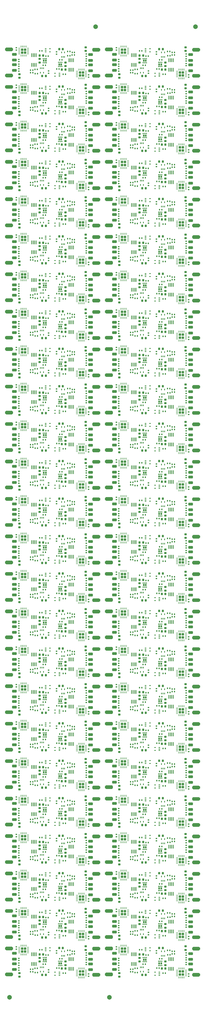
<source format=gtp>
G04 #@! TF.GenerationSoftware,KiCad,Pcbnew,6.0.0-rc2-unknown-a17a58203b~144~ubuntu21.04.1*
G04 #@! TF.CreationDate,2022-06-23T18:37:22+02:00*
G04 #@! TF.ProjectId,out,6f75742e-6b69-4636-9164-5f7063625858,rev?*
G04 #@! TF.SameCoordinates,Original*
G04 #@! TF.FileFunction,Paste,Top*
G04 #@! TF.FilePolarity,Positive*
%FSLAX46Y46*%
G04 Gerber Fmt 4.6, Leading zero omitted, Abs format (unit mm)*
G04 Created by KiCad (PCBNEW 6.0.0-rc2-unknown-a17a58203b~144~ubuntu21.04.1) date 2022-06-23 18:37:22*
%MOMM*%
%LPD*%
G01*
G04 APERTURE LIST*
G04 Aperture macros list*
%AMRoundRect*
0 Rectangle with rounded corners*
0 $1 Rounding radius*
0 $2 $3 $4 $5 $6 $7 $8 $9 X,Y pos of 4 corners*
0 Add a 4 corners polygon primitive as box body*
4,1,4,$2,$3,$4,$5,$6,$7,$8,$9,$2,$3,0*
0 Add four circle primitives for the rounded corners*
1,1,$1+$1,$2,$3*
1,1,$1+$1,$4,$5*
1,1,$1+$1,$6,$7*
1,1,$1+$1,$8,$9*
0 Add four rect primitives between the rounded corners*
20,1,$1+$1,$2,$3,$4,$5,0*
20,1,$1+$1,$4,$5,$6,$7,0*
20,1,$1+$1,$6,$7,$8,$9,0*
20,1,$1+$1,$8,$9,$2,$3,0*%
G04 Aperture macros list end*
%ADD10C,0.100000*%
%ADD11RoundRect,0.135000X-0.135000X-0.185000X0.135000X-0.185000X0.135000X0.185000X-0.135000X0.185000X0*%
%ADD12RoundRect,0.135000X0.185000X-0.135000X0.185000X0.135000X-0.185000X0.135000X-0.185000X-0.135000X0*%
%ADD13RoundRect,0.299720X0.699770X0.299720X-0.699770X0.299720X-0.699770X-0.299720X0.699770X-0.299720X0*%
%ADD14RoundRect,0.100000X-0.100000X0.712500X-0.100000X-0.712500X0.100000X-0.712500X0.100000X0.712500X0*%
%ADD15RoundRect,0.135000X-0.185000X0.135000X-0.185000X-0.135000X0.185000X-0.135000X0.185000X0.135000X0*%
%ADD16R,0.650000X0.850000*%
%ADD17R,0.300000X0.500000*%
%ADD18RoundRect,0.140000X-0.140000X-0.170000X0.140000X-0.170000X0.140000X0.170000X-0.140000X0.170000X0*%
%ADD19RoundRect,0.225000X0.250000X-0.225000X0.250000X0.225000X-0.250000X0.225000X-0.250000X-0.225000X0*%
%ADD20RoundRect,0.135000X0.135000X0.185000X-0.135000X0.185000X-0.135000X-0.185000X0.135000X-0.185000X0*%
%ADD21RoundRect,0.140000X0.170000X-0.140000X0.170000X0.140000X-0.170000X0.140000X-0.170000X-0.140000X0*%
%ADD22RoundRect,0.225000X-0.250000X0.225000X-0.250000X-0.225000X0.250000X-0.225000X0.250000X0.225000X0*%
%ADD23RoundRect,0.140000X-0.170000X0.140000X-0.170000X-0.140000X0.170000X-0.140000X0.170000X0.140000X0*%
%ADD24R,0.400000X0.650000*%
%ADD25R,0.650000X0.400000*%
%ADD26RoundRect,0.225000X-0.225000X-0.250000X0.225000X-0.250000X0.225000X0.250000X-0.225000X0.250000X0*%
%ADD27RoundRect,0.299720X-0.699770X-0.299720X0.699770X-0.299720X0.699770X0.299720X-0.699770X0.299720X0*%
%ADD28RoundRect,0.250000X0.275000X-0.275000X0.275000X0.275000X-0.275000X0.275000X-0.275000X-0.275000X0*%
%ADD29RoundRect,0.062500X0.062500X-0.350000X0.062500X0.350000X-0.062500X0.350000X-0.062500X-0.350000X0*%
%ADD30RoundRect,0.062500X0.350000X-0.062500X0.350000X0.062500X-0.350000X0.062500X-0.350000X-0.062500X0*%
%ADD31RoundRect,0.100000X0.100000X-0.712500X0.100000X0.712500X-0.100000X0.712500X-0.100000X-0.712500X0*%
%ADD32RoundRect,0.140000X0.140000X0.170000X-0.140000X0.170000X-0.140000X-0.170000X0.140000X-0.170000X0*%
%ADD33RoundRect,0.250000X-0.275000X0.275000X-0.275000X-0.275000X0.275000X-0.275000X0.275000X0.275000X0*%
%ADD34RoundRect,0.062500X-0.062500X0.350000X-0.062500X-0.350000X0.062500X-0.350000X0.062500X0.350000X0*%
%ADD35RoundRect,0.062500X-0.350000X0.062500X-0.350000X-0.062500X0.350000X-0.062500X0.350000X0.062500X0*%
%ADD36RoundRect,0.225000X0.225000X0.250000X-0.225000X0.250000X-0.225000X-0.250000X0.225000X-0.250000X0*%
%ADD37C,2.000000*%
G04 APERTURE END LIST*
D10*
X96034999Y-251354999D02*
X96034999Y-252054999D01*
X96034999Y-252054999D02*
X95534999Y-252454999D01*
X95534999Y-252454999D02*
X93034999Y-252454999D01*
X93034999Y-252454999D02*
X92634999Y-252054999D01*
X92634999Y-252054999D02*
X92634999Y-251354999D01*
X92634999Y-251354999D02*
X93034999Y-250954999D01*
X93034999Y-250954999D02*
X95534999Y-250954999D01*
X95534999Y-250954999D02*
X96034999Y-251354999D01*
G36*
X96034999Y-251354999D02*
G01*
X96034999Y-252054999D01*
X95534999Y-252454999D01*
X93034999Y-252454999D01*
X92634999Y-252054999D01*
X92634999Y-251354999D01*
X93034999Y-250954999D01*
X95534999Y-250954999D01*
X96034999Y-251354999D01*
G37*
X96034999Y-251354999D02*
X96034999Y-252054999D01*
X95534999Y-252454999D01*
X93034999Y-252454999D01*
X92634999Y-252054999D01*
X92634999Y-251354999D01*
X93034999Y-250954999D01*
X95534999Y-250954999D01*
X96034999Y-251354999D01*
X96034999Y-240054999D02*
X96034999Y-240754999D01*
X96034999Y-240754999D02*
X95534999Y-241154999D01*
X95534999Y-241154999D02*
X93034999Y-241154999D01*
X93034999Y-241154999D02*
X92634999Y-240754999D01*
X92634999Y-240754999D02*
X92634999Y-240054999D01*
X92634999Y-240054999D02*
X93034999Y-239654999D01*
X93034999Y-239654999D02*
X95534999Y-239654999D01*
X95534999Y-239654999D02*
X96034999Y-240054999D01*
G36*
X96034999Y-240054999D02*
G01*
X96034999Y-240754999D01*
X95534999Y-241154999D01*
X93034999Y-241154999D01*
X92634999Y-240754999D01*
X92634999Y-240054999D01*
X93034999Y-239654999D01*
X95534999Y-239654999D01*
X96034999Y-240054999D01*
G37*
X96034999Y-240054999D02*
X96034999Y-240754999D01*
X95534999Y-241154999D01*
X93034999Y-241154999D01*
X92634999Y-240754999D01*
X92634999Y-240054999D01*
X93034999Y-239654999D01*
X95534999Y-239654999D01*
X96034999Y-240054999D01*
X11065000Y-170544999D02*
X11065000Y-169844999D01*
X11065000Y-169844999D02*
X11565000Y-169444999D01*
X11565000Y-169444999D02*
X14065000Y-169444999D01*
X14065000Y-169444999D02*
X14465000Y-169844999D01*
X14465000Y-169844999D02*
X14465000Y-170544999D01*
X14465000Y-170544999D02*
X14065000Y-170944999D01*
X14065000Y-170944999D02*
X11565000Y-170944999D01*
X11565000Y-170944999D02*
X11065000Y-170544999D01*
G36*
X14465000Y-169844999D02*
G01*
X14465000Y-170544999D01*
X14065000Y-170944999D01*
X11565000Y-170944999D01*
X11065000Y-170544999D01*
X11065000Y-169844999D01*
X11565000Y-169444999D01*
X14065000Y-169444999D01*
X14465000Y-169844999D01*
G37*
X14465000Y-169844999D02*
X14465000Y-170544999D01*
X14065000Y-170944999D01*
X11565000Y-170944999D01*
X11065000Y-170544999D01*
X11065000Y-169844999D01*
X11565000Y-169444999D01*
X14065000Y-169444999D01*
X14465000Y-169844999D01*
X11065000Y-159244999D02*
X11065000Y-158544999D01*
X11065000Y-158544999D02*
X11565000Y-158144999D01*
X11565000Y-158144999D02*
X14065000Y-158144999D01*
X14065000Y-158144999D02*
X14465000Y-158544999D01*
X14465000Y-158544999D02*
X14465000Y-159244999D01*
X14465000Y-159244999D02*
X14065000Y-159644999D01*
X14065000Y-159644999D02*
X11565000Y-159644999D01*
X11565000Y-159644999D02*
X11065000Y-159244999D01*
G36*
X14465000Y-158544999D02*
G01*
X14465000Y-159244999D01*
X14065000Y-159644999D01*
X11565000Y-159644999D01*
X11065000Y-159244999D01*
X11065000Y-158544999D01*
X11565000Y-158144999D01*
X14065000Y-158144999D01*
X14465000Y-158544999D01*
G37*
X14465000Y-158544999D02*
X14465000Y-159244999D01*
X14065000Y-159644999D01*
X11565000Y-159644999D01*
X11065000Y-159244999D01*
X11065000Y-158544999D01*
X11565000Y-158144999D01*
X14065000Y-158144999D01*
X14465000Y-158544999D01*
X54615000Y-240619999D02*
X54615000Y-239919999D01*
X54615000Y-239919999D02*
X55115000Y-239519999D01*
X55115000Y-239519999D02*
X57615000Y-239519999D01*
X57615000Y-239519999D02*
X58015000Y-239919999D01*
X58015000Y-239919999D02*
X58015000Y-240619999D01*
X58015000Y-240619999D02*
X57615000Y-241019999D01*
X57615000Y-241019999D02*
X55115000Y-241019999D01*
X55115000Y-241019999D02*
X54615000Y-240619999D01*
G36*
X58015000Y-239919999D02*
G01*
X58015000Y-240619999D01*
X57615000Y-241019999D01*
X55115000Y-241019999D01*
X54615000Y-240619999D01*
X54615000Y-239919999D01*
X55115000Y-239519999D01*
X57615000Y-239519999D01*
X58015000Y-239919999D01*
G37*
X58015000Y-239919999D02*
X58015000Y-240619999D01*
X57615000Y-241019999D01*
X55115000Y-241019999D01*
X54615000Y-240619999D01*
X54615000Y-239919999D01*
X55115000Y-239519999D01*
X57615000Y-239519999D01*
X58015000Y-239919999D01*
X54615000Y-251919999D02*
X54615000Y-251219999D01*
X54615000Y-251219999D02*
X55115000Y-250819999D01*
X55115000Y-250819999D02*
X57615000Y-250819999D01*
X57615000Y-250819999D02*
X58015000Y-251219999D01*
X58015000Y-251219999D02*
X58015000Y-251919999D01*
X58015000Y-251919999D02*
X57615000Y-252319999D01*
X57615000Y-252319999D02*
X55115000Y-252319999D01*
X55115000Y-252319999D02*
X54615000Y-251919999D01*
G36*
X58015000Y-251219999D02*
G01*
X58015000Y-251919999D01*
X57615000Y-252319999D01*
X55115000Y-252319999D01*
X54615000Y-251919999D01*
X54615000Y-251219999D01*
X55115000Y-250819999D01*
X57615000Y-250819999D01*
X58015000Y-251219999D01*
G37*
X58015000Y-251219999D02*
X58015000Y-251919999D01*
X57615000Y-252319999D01*
X55115000Y-252319999D01*
X54615000Y-251919999D01*
X54615000Y-251219999D01*
X55115000Y-250819999D01*
X57615000Y-250819999D01*
X58015000Y-251219999D01*
X54615000Y-317020000D02*
X54615000Y-316320000D01*
X54615000Y-316320000D02*
X55115000Y-315920000D01*
X55115000Y-315920000D02*
X57615000Y-315920000D01*
X57615000Y-315920000D02*
X58015000Y-316320000D01*
X58015000Y-316320000D02*
X58015000Y-317020000D01*
X58015000Y-317020000D02*
X57615000Y-317420000D01*
X57615000Y-317420000D02*
X55115000Y-317420000D01*
X55115000Y-317420000D02*
X54615000Y-317020000D01*
G36*
X58015000Y-316320000D02*
G01*
X58015000Y-317020000D01*
X57615000Y-317420000D01*
X55115000Y-317420000D01*
X54615000Y-317020000D01*
X54615000Y-316320000D01*
X55115000Y-315920000D01*
X57615000Y-315920000D01*
X58015000Y-316320000D01*
G37*
X58015000Y-316320000D02*
X58015000Y-317020000D01*
X57615000Y-317420000D01*
X55115000Y-317420000D01*
X54615000Y-317020000D01*
X54615000Y-316320000D01*
X55115000Y-315920000D01*
X57615000Y-315920000D01*
X58015000Y-316320000D01*
X54615000Y-305720000D02*
X54615000Y-305020000D01*
X54615000Y-305020000D02*
X55115000Y-304620000D01*
X55115000Y-304620000D02*
X57615000Y-304620000D01*
X57615000Y-304620000D02*
X58015000Y-305020000D01*
X58015000Y-305020000D02*
X58015000Y-305720000D01*
X58015000Y-305720000D02*
X57615000Y-306120000D01*
X57615000Y-306120000D02*
X55115000Y-306120000D01*
X55115000Y-306120000D02*
X54615000Y-305720000D01*
G36*
X58015000Y-305020000D02*
G01*
X58015000Y-305720000D01*
X57615000Y-306120000D01*
X55115000Y-306120000D01*
X54615000Y-305720000D01*
X54615000Y-305020000D01*
X55115000Y-304620000D01*
X57615000Y-304620000D01*
X58015000Y-305020000D01*
G37*
X58015000Y-305020000D02*
X58015000Y-305720000D01*
X57615000Y-306120000D01*
X55115000Y-306120000D01*
X54615000Y-305720000D01*
X54615000Y-305020000D01*
X55115000Y-304620000D01*
X57615000Y-304620000D01*
X58015000Y-305020000D01*
X96034999Y-39779999D02*
X96034999Y-40479999D01*
X96034999Y-40479999D02*
X95534999Y-40879999D01*
X95534999Y-40879999D02*
X93034999Y-40879999D01*
X93034999Y-40879999D02*
X92634999Y-40479999D01*
X92634999Y-40479999D02*
X92634999Y-39779999D01*
X92634999Y-39779999D02*
X93034999Y-39379999D01*
X93034999Y-39379999D02*
X95534999Y-39379999D01*
X95534999Y-39379999D02*
X96034999Y-39779999D01*
G36*
X96034999Y-39779999D02*
G01*
X96034999Y-40479999D01*
X95534999Y-40879999D01*
X93034999Y-40879999D01*
X92634999Y-40479999D01*
X92634999Y-39779999D01*
X93034999Y-39379999D01*
X95534999Y-39379999D01*
X96034999Y-39779999D01*
G37*
X96034999Y-39779999D02*
X96034999Y-40479999D01*
X95534999Y-40879999D01*
X93034999Y-40879999D01*
X92634999Y-40479999D01*
X92634999Y-39779999D01*
X93034999Y-39379999D01*
X95534999Y-39379999D01*
X96034999Y-39779999D01*
X96034999Y-28479999D02*
X96034999Y-29179999D01*
X96034999Y-29179999D02*
X95534999Y-29579999D01*
X95534999Y-29579999D02*
X93034999Y-29579999D01*
X93034999Y-29579999D02*
X92634999Y-29179999D01*
X92634999Y-29179999D02*
X92634999Y-28479999D01*
X92634999Y-28479999D02*
X93034999Y-28079999D01*
X93034999Y-28079999D02*
X95534999Y-28079999D01*
X95534999Y-28079999D02*
X96034999Y-28479999D01*
G36*
X96034999Y-28479999D02*
G01*
X96034999Y-29179999D01*
X95534999Y-29579999D01*
X93034999Y-29579999D01*
X92634999Y-29179999D01*
X92634999Y-28479999D01*
X93034999Y-28079999D01*
X95534999Y-28079999D01*
X96034999Y-28479999D01*
G37*
X96034999Y-28479999D02*
X96034999Y-29179999D01*
X95534999Y-29579999D01*
X93034999Y-29579999D01*
X92634999Y-29179999D01*
X92634999Y-28479999D01*
X93034999Y-28079999D01*
X95534999Y-28079999D01*
X96034999Y-28479999D01*
X54615000Y-94145000D02*
X54615000Y-93445000D01*
X54615000Y-93445000D02*
X55115000Y-93045000D01*
X55115000Y-93045000D02*
X57615000Y-93045000D01*
X57615000Y-93045000D02*
X58015000Y-93445000D01*
X58015000Y-93445000D02*
X58015000Y-94145000D01*
X58015000Y-94145000D02*
X57615000Y-94545000D01*
X57615000Y-94545000D02*
X55115000Y-94545000D01*
X55115000Y-94545000D02*
X54615000Y-94145000D01*
G36*
X58015000Y-93445000D02*
G01*
X58015000Y-94145000D01*
X57615000Y-94545000D01*
X55115000Y-94545000D01*
X54615000Y-94145000D01*
X54615000Y-93445000D01*
X55115000Y-93045000D01*
X57615000Y-93045000D01*
X58015000Y-93445000D01*
G37*
X58015000Y-93445000D02*
X58015000Y-94145000D01*
X57615000Y-94545000D01*
X55115000Y-94545000D01*
X54615000Y-94145000D01*
X54615000Y-93445000D01*
X55115000Y-93045000D01*
X57615000Y-93045000D01*
X58015000Y-93445000D01*
X54615000Y-105445000D02*
X54615000Y-104745000D01*
X54615000Y-104745000D02*
X55115000Y-104345000D01*
X55115000Y-104345000D02*
X57615000Y-104345000D01*
X57615000Y-104345000D02*
X58015000Y-104745000D01*
X58015000Y-104745000D02*
X58015000Y-105445000D01*
X58015000Y-105445000D02*
X57615000Y-105845000D01*
X57615000Y-105845000D02*
X55115000Y-105845000D01*
X55115000Y-105845000D02*
X54615000Y-105445000D01*
G36*
X58015000Y-104745000D02*
G01*
X58015000Y-105445000D01*
X57615000Y-105845000D01*
X55115000Y-105845000D01*
X54615000Y-105445000D01*
X54615000Y-104745000D01*
X55115000Y-104345000D01*
X57615000Y-104345000D01*
X58015000Y-104745000D01*
G37*
X58015000Y-104745000D02*
X58015000Y-105445000D01*
X57615000Y-105845000D01*
X55115000Y-105845000D01*
X54615000Y-105445000D01*
X54615000Y-104745000D01*
X55115000Y-104345000D01*
X57615000Y-104345000D01*
X58015000Y-104745000D01*
X96034999Y-332729999D02*
X96034999Y-333429999D01*
X96034999Y-333429999D02*
X95534999Y-333829999D01*
X95534999Y-333829999D02*
X93034999Y-333829999D01*
X93034999Y-333829999D02*
X92634999Y-333429999D01*
X92634999Y-333429999D02*
X92634999Y-332729999D01*
X92634999Y-332729999D02*
X93034999Y-332329999D01*
X93034999Y-332329999D02*
X95534999Y-332329999D01*
X95534999Y-332329999D02*
X96034999Y-332729999D01*
G36*
X96034999Y-332729999D02*
G01*
X96034999Y-333429999D01*
X95534999Y-333829999D01*
X93034999Y-333829999D01*
X92634999Y-333429999D01*
X92634999Y-332729999D01*
X93034999Y-332329999D01*
X95534999Y-332329999D01*
X96034999Y-332729999D01*
G37*
X96034999Y-332729999D02*
X96034999Y-333429999D01*
X95534999Y-333829999D01*
X93034999Y-333829999D01*
X92634999Y-333429999D01*
X92634999Y-332729999D01*
X93034999Y-332329999D01*
X95534999Y-332329999D01*
X96034999Y-332729999D01*
X96034999Y-321429999D02*
X96034999Y-322129999D01*
X96034999Y-322129999D02*
X95534999Y-322529999D01*
X95534999Y-322529999D02*
X93034999Y-322529999D01*
X93034999Y-322529999D02*
X92634999Y-322129999D01*
X92634999Y-322129999D02*
X92634999Y-321429999D01*
X92634999Y-321429999D02*
X93034999Y-321029999D01*
X93034999Y-321029999D02*
X95534999Y-321029999D01*
X95534999Y-321029999D02*
X96034999Y-321429999D01*
G36*
X96034999Y-321429999D02*
G01*
X96034999Y-322129999D01*
X95534999Y-322529999D01*
X93034999Y-322529999D01*
X92634999Y-322129999D01*
X92634999Y-321429999D01*
X93034999Y-321029999D01*
X95534999Y-321029999D01*
X96034999Y-321429999D01*
G37*
X96034999Y-321429999D02*
X96034999Y-322129999D01*
X95534999Y-322529999D01*
X93034999Y-322529999D01*
X92634999Y-322129999D01*
X92634999Y-321429999D01*
X93034999Y-321029999D01*
X95534999Y-321029999D01*
X96034999Y-321429999D01*
X96034999Y-414104999D02*
X96034999Y-414804999D01*
X96034999Y-414804999D02*
X95534999Y-415204999D01*
X95534999Y-415204999D02*
X93034999Y-415204999D01*
X93034999Y-415204999D02*
X92634999Y-414804999D01*
X92634999Y-414804999D02*
X92634999Y-414104999D01*
X92634999Y-414104999D02*
X93034999Y-413704999D01*
X93034999Y-413704999D02*
X95534999Y-413704999D01*
X95534999Y-413704999D02*
X96034999Y-414104999D01*
G36*
X96034999Y-414104999D02*
G01*
X96034999Y-414804999D01*
X95534999Y-415204999D01*
X93034999Y-415204999D01*
X92634999Y-414804999D01*
X92634999Y-414104999D01*
X93034999Y-413704999D01*
X95534999Y-413704999D01*
X96034999Y-414104999D01*
G37*
X96034999Y-414104999D02*
X96034999Y-414804999D01*
X95534999Y-415204999D01*
X93034999Y-415204999D01*
X92634999Y-414804999D01*
X92634999Y-414104999D01*
X93034999Y-413704999D01*
X95534999Y-413704999D01*
X96034999Y-414104999D01*
X96034999Y-402804999D02*
X96034999Y-403504999D01*
X96034999Y-403504999D02*
X95534999Y-403904999D01*
X95534999Y-403904999D02*
X93034999Y-403904999D01*
X93034999Y-403904999D02*
X92634999Y-403504999D01*
X92634999Y-403504999D02*
X92634999Y-402804999D01*
X92634999Y-402804999D02*
X93034999Y-402404999D01*
X93034999Y-402404999D02*
X95534999Y-402404999D01*
X95534999Y-402404999D02*
X96034999Y-402804999D01*
G36*
X96034999Y-402804999D02*
G01*
X96034999Y-403504999D01*
X95534999Y-403904999D01*
X93034999Y-403904999D01*
X92634999Y-403504999D01*
X92634999Y-402804999D01*
X93034999Y-402404999D01*
X95534999Y-402404999D01*
X96034999Y-402804999D01*
G37*
X96034999Y-402804999D02*
X96034999Y-403504999D01*
X95534999Y-403904999D01*
X93034999Y-403904999D01*
X92634999Y-403504999D01*
X92634999Y-402804999D01*
X93034999Y-402404999D01*
X95534999Y-402404999D01*
X96034999Y-402804999D01*
X52484999Y-207504999D02*
X52484999Y-208204999D01*
X52484999Y-208204999D02*
X51984999Y-208604999D01*
X51984999Y-208604999D02*
X49484999Y-208604999D01*
X49484999Y-208604999D02*
X49084999Y-208204999D01*
X49084999Y-208204999D02*
X49084999Y-207504999D01*
X49084999Y-207504999D02*
X49484999Y-207104999D01*
X49484999Y-207104999D02*
X51984999Y-207104999D01*
X51984999Y-207104999D02*
X52484999Y-207504999D01*
G36*
X52484999Y-207504999D02*
G01*
X52484999Y-208204999D01*
X51984999Y-208604999D01*
X49484999Y-208604999D01*
X49084999Y-208204999D01*
X49084999Y-207504999D01*
X49484999Y-207104999D01*
X51984999Y-207104999D01*
X52484999Y-207504999D01*
G37*
X52484999Y-207504999D02*
X52484999Y-208204999D01*
X51984999Y-208604999D01*
X49484999Y-208604999D01*
X49084999Y-208204999D01*
X49084999Y-207504999D01*
X49484999Y-207104999D01*
X51984999Y-207104999D01*
X52484999Y-207504999D01*
X52484999Y-218804999D02*
X52484999Y-219504999D01*
X52484999Y-219504999D02*
X51984999Y-219904999D01*
X51984999Y-219904999D02*
X49484999Y-219904999D01*
X49484999Y-219904999D02*
X49084999Y-219504999D01*
X49084999Y-219504999D02*
X49084999Y-218804999D01*
X49084999Y-218804999D02*
X49484999Y-218404999D01*
X49484999Y-218404999D02*
X51984999Y-218404999D01*
X51984999Y-218404999D02*
X52484999Y-218804999D01*
G36*
X52484999Y-218804999D02*
G01*
X52484999Y-219504999D01*
X51984999Y-219904999D01*
X49484999Y-219904999D01*
X49084999Y-219504999D01*
X49084999Y-218804999D01*
X49484999Y-218404999D01*
X51984999Y-218404999D01*
X52484999Y-218804999D01*
G37*
X52484999Y-218804999D02*
X52484999Y-219504999D01*
X51984999Y-219904999D01*
X49484999Y-219904999D01*
X49084999Y-219504999D01*
X49084999Y-218804999D01*
X49484999Y-218404999D01*
X51984999Y-218404999D01*
X52484999Y-218804999D01*
X96034999Y-337705000D02*
X96034999Y-338405000D01*
X96034999Y-338405000D02*
X95534999Y-338805000D01*
X95534999Y-338805000D02*
X93034999Y-338805000D01*
X93034999Y-338805000D02*
X92634999Y-338405000D01*
X92634999Y-338405000D02*
X92634999Y-337705000D01*
X92634999Y-337705000D02*
X93034999Y-337305000D01*
X93034999Y-337305000D02*
X95534999Y-337305000D01*
X95534999Y-337305000D02*
X96034999Y-337705000D01*
G36*
X96034999Y-337705000D02*
G01*
X96034999Y-338405000D01*
X95534999Y-338805000D01*
X93034999Y-338805000D01*
X92634999Y-338405000D01*
X92634999Y-337705000D01*
X93034999Y-337305000D01*
X95534999Y-337305000D01*
X96034999Y-337705000D01*
G37*
X96034999Y-337705000D02*
X96034999Y-338405000D01*
X95534999Y-338805000D01*
X93034999Y-338805000D01*
X92634999Y-338405000D01*
X92634999Y-337705000D01*
X93034999Y-337305000D01*
X95534999Y-337305000D01*
X96034999Y-337705000D01*
X96034999Y-349005000D02*
X96034999Y-349705000D01*
X96034999Y-349705000D02*
X95534999Y-350105000D01*
X95534999Y-350105000D02*
X93034999Y-350105000D01*
X93034999Y-350105000D02*
X92634999Y-349705000D01*
X92634999Y-349705000D02*
X92634999Y-349005000D01*
X92634999Y-349005000D02*
X93034999Y-348605000D01*
X93034999Y-348605000D02*
X95534999Y-348605000D01*
X95534999Y-348605000D02*
X96034999Y-349005000D01*
G36*
X96034999Y-349005000D02*
G01*
X96034999Y-349705000D01*
X95534999Y-350105000D01*
X93034999Y-350105000D01*
X92634999Y-349705000D01*
X92634999Y-349005000D01*
X93034999Y-348605000D01*
X95534999Y-348605000D01*
X96034999Y-349005000D01*
G37*
X96034999Y-349005000D02*
X96034999Y-349705000D01*
X95534999Y-350105000D01*
X93034999Y-350105000D01*
X92634999Y-349705000D01*
X92634999Y-349005000D01*
X93034999Y-348605000D01*
X95534999Y-348605000D01*
X96034999Y-349005000D01*
X54615000Y-256895000D02*
X54615000Y-256195000D01*
X54615000Y-256195000D02*
X55115000Y-255795000D01*
X55115000Y-255795000D02*
X57615000Y-255795000D01*
X57615000Y-255795000D02*
X58015000Y-256195000D01*
X58015000Y-256195000D02*
X58015000Y-256895000D01*
X58015000Y-256895000D02*
X57615000Y-257295000D01*
X57615000Y-257295000D02*
X55115000Y-257295000D01*
X55115000Y-257295000D02*
X54615000Y-256895000D01*
G36*
X58015000Y-256195000D02*
G01*
X58015000Y-256895000D01*
X57615000Y-257295000D01*
X55115000Y-257295000D01*
X54615000Y-256895000D01*
X54615000Y-256195000D01*
X55115000Y-255795000D01*
X57615000Y-255795000D01*
X58015000Y-256195000D01*
G37*
X58015000Y-256195000D02*
X58015000Y-256895000D01*
X57615000Y-257295000D01*
X55115000Y-257295000D01*
X54615000Y-256895000D01*
X54615000Y-256195000D01*
X55115000Y-255795000D01*
X57615000Y-255795000D01*
X58015000Y-256195000D01*
X54615000Y-268195000D02*
X54615000Y-267495000D01*
X54615000Y-267495000D02*
X55115000Y-267095000D01*
X55115000Y-267095000D02*
X57615000Y-267095000D01*
X57615000Y-267095000D02*
X58015000Y-267495000D01*
X58015000Y-267495000D02*
X58015000Y-268195000D01*
X58015000Y-268195000D02*
X57615000Y-268595000D01*
X57615000Y-268595000D02*
X55115000Y-268595000D01*
X55115000Y-268595000D02*
X54615000Y-268195000D01*
G36*
X58015000Y-267495000D02*
G01*
X58015000Y-268195000D01*
X57615000Y-268595000D01*
X55115000Y-268595000D01*
X54615000Y-268195000D01*
X54615000Y-267495000D01*
X55115000Y-267095000D01*
X57615000Y-267095000D01*
X58015000Y-267495000D01*
G37*
X58015000Y-267495000D02*
X58015000Y-268195000D01*
X57615000Y-268595000D01*
X55115000Y-268595000D01*
X54615000Y-268195000D01*
X54615000Y-267495000D01*
X55115000Y-267095000D01*
X57615000Y-267095000D01*
X58015000Y-267495000D01*
X52484999Y-88605000D02*
X52484999Y-89305000D01*
X52484999Y-89305000D02*
X51984999Y-89705000D01*
X51984999Y-89705000D02*
X49484999Y-89705000D01*
X49484999Y-89705000D02*
X49084999Y-89305000D01*
X49084999Y-89305000D02*
X49084999Y-88605000D01*
X49084999Y-88605000D02*
X49484999Y-88205000D01*
X49484999Y-88205000D02*
X51984999Y-88205000D01*
X51984999Y-88205000D02*
X52484999Y-88605000D01*
G36*
X52484999Y-88605000D02*
G01*
X52484999Y-89305000D01*
X51984999Y-89705000D01*
X49484999Y-89705000D01*
X49084999Y-89305000D01*
X49084999Y-88605000D01*
X49484999Y-88205000D01*
X51984999Y-88205000D01*
X52484999Y-88605000D01*
G37*
X52484999Y-88605000D02*
X52484999Y-89305000D01*
X51984999Y-89705000D01*
X49484999Y-89705000D01*
X49084999Y-89305000D01*
X49084999Y-88605000D01*
X49484999Y-88205000D01*
X51984999Y-88205000D01*
X52484999Y-88605000D01*
X52484999Y-77305000D02*
X52484999Y-78005000D01*
X52484999Y-78005000D02*
X51984999Y-78405000D01*
X51984999Y-78405000D02*
X49484999Y-78405000D01*
X49484999Y-78405000D02*
X49084999Y-78005000D01*
X49084999Y-78005000D02*
X49084999Y-77305000D01*
X49084999Y-77305000D02*
X49484999Y-76905000D01*
X49484999Y-76905000D02*
X51984999Y-76905000D01*
X51984999Y-76905000D02*
X52484999Y-77305000D01*
G36*
X52484999Y-77305000D02*
G01*
X52484999Y-78005000D01*
X51984999Y-78405000D01*
X49484999Y-78405000D01*
X49084999Y-78005000D01*
X49084999Y-77305000D01*
X49484999Y-76905000D01*
X51984999Y-76905000D01*
X52484999Y-77305000D01*
G37*
X52484999Y-77305000D02*
X52484999Y-78005000D01*
X51984999Y-78405000D01*
X49484999Y-78405000D01*
X49084999Y-78005000D01*
X49084999Y-77305000D01*
X49484999Y-76905000D01*
X51984999Y-76905000D01*
X52484999Y-77305000D01*
X11065000Y-29044999D02*
X11065000Y-28344999D01*
X11065000Y-28344999D02*
X11565000Y-27944999D01*
X11565000Y-27944999D02*
X14065000Y-27944999D01*
X14065000Y-27944999D02*
X14465000Y-28344999D01*
X14465000Y-28344999D02*
X14465000Y-29044999D01*
X14465000Y-29044999D02*
X14065000Y-29444999D01*
X14065000Y-29444999D02*
X11565000Y-29444999D01*
X11565000Y-29444999D02*
X11065000Y-29044999D01*
G36*
X14465000Y-28344999D02*
G01*
X14465000Y-29044999D01*
X14065000Y-29444999D01*
X11565000Y-29444999D01*
X11065000Y-29044999D01*
X11065000Y-28344999D01*
X11565000Y-27944999D01*
X14065000Y-27944999D01*
X14465000Y-28344999D01*
G37*
X14465000Y-28344999D02*
X14465000Y-29044999D01*
X14065000Y-29444999D01*
X11565000Y-29444999D01*
X11065000Y-29044999D01*
X11065000Y-28344999D01*
X11565000Y-27944999D01*
X14065000Y-27944999D01*
X14465000Y-28344999D01*
X11065000Y-40344999D02*
X11065000Y-39644999D01*
X11065000Y-39644999D02*
X11565000Y-39244999D01*
X11565000Y-39244999D02*
X14065000Y-39244999D01*
X14065000Y-39244999D02*
X14465000Y-39644999D01*
X14465000Y-39644999D02*
X14465000Y-40344999D01*
X14465000Y-40344999D02*
X14065000Y-40744999D01*
X14065000Y-40744999D02*
X11565000Y-40744999D01*
X11565000Y-40744999D02*
X11065000Y-40344999D01*
G36*
X14465000Y-39644999D02*
G01*
X14465000Y-40344999D01*
X14065000Y-40744999D01*
X11565000Y-40744999D01*
X11065000Y-40344999D01*
X11065000Y-39644999D01*
X11565000Y-39244999D01*
X14065000Y-39244999D01*
X14465000Y-39644999D01*
G37*
X14465000Y-39644999D02*
X14465000Y-40344999D01*
X14065000Y-40744999D01*
X11565000Y-40744999D01*
X11065000Y-40344999D01*
X11065000Y-39644999D01*
X11565000Y-39244999D01*
X14065000Y-39244999D01*
X14465000Y-39644999D01*
X52484999Y-337705000D02*
X52484999Y-338405000D01*
X52484999Y-338405000D02*
X51984999Y-338805000D01*
X51984999Y-338805000D02*
X49484999Y-338805000D01*
X49484999Y-338805000D02*
X49084999Y-338405000D01*
X49084999Y-338405000D02*
X49084999Y-337705000D01*
X49084999Y-337705000D02*
X49484999Y-337305000D01*
X49484999Y-337305000D02*
X51984999Y-337305000D01*
X51984999Y-337305000D02*
X52484999Y-337705000D01*
G36*
X52484999Y-337705000D02*
G01*
X52484999Y-338405000D01*
X51984999Y-338805000D01*
X49484999Y-338805000D01*
X49084999Y-338405000D01*
X49084999Y-337705000D01*
X49484999Y-337305000D01*
X51984999Y-337305000D01*
X52484999Y-337705000D01*
G37*
X52484999Y-337705000D02*
X52484999Y-338405000D01*
X51984999Y-338805000D01*
X49484999Y-338805000D01*
X49084999Y-338405000D01*
X49084999Y-337705000D01*
X49484999Y-337305000D01*
X51984999Y-337305000D01*
X52484999Y-337705000D01*
X52484999Y-349005000D02*
X52484999Y-349705000D01*
X52484999Y-349705000D02*
X51984999Y-350105000D01*
X51984999Y-350105000D02*
X49484999Y-350105000D01*
X49484999Y-350105000D02*
X49084999Y-349705000D01*
X49084999Y-349705000D02*
X49084999Y-349005000D01*
X49084999Y-349005000D02*
X49484999Y-348605000D01*
X49484999Y-348605000D02*
X51984999Y-348605000D01*
X51984999Y-348605000D02*
X52484999Y-349005000D01*
G36*
X52484999Y-349005000D02*
G01*
X52484999Y-349705000D01*
X51984999Y-350105000D01*
X49484999Y-350105000D01*
X49084999Y-349705000D01*
X49084999Y-349005000D01*
X49484999Y-348605000D01*
X51984999Y-348605000D01*
X52484999Y-349005000D01*
G37*
X52484999Y-349005000D02*
X52484999Y-349705000D01*
X51984999Y-350105000D01*
X49484999Y-350105000D01*
X49084999Y-349705000D01*
X49084999Y-349005000D01*
X49484999Y-348605000D01*
X51984999Y-348605000D01*
X52484999Y-349005000D01*
X54615000Y-45320000D02*
X54615000Y-44620000D01*
X54615000Y-44620000D02*
X55115000Y-44220000D01*
X55115000Y-44220000D02*
X57615000Y-44220000D01*
X57615000Y-44220000D02*
X58015000Y-44620000D01*
X58015000Y-44620000D02*
X58015000Y-45320000D01*
X58015000Y-45320000D02*
X57615000Y-45720000D01*
X57615000Y-45720000D02*
X55115000Y-45720000D01*
X55115000Y-45720000D02*
X54615000Y-45320000D01*
G36*
X58015000Y-44620000D02*
G01*
X58015000Y-45320000D01*
X57615000Y-45720000D01*
X55115000Y-45720000D01*
X54615000Y-45320000D01*
X54615000Y-44620000D01*
X55115000Y-44220000D01*
X57615000Y-44220000D01*
X58015000Y-44620000D01*
G37*
X58015000Y-44620000D02*
X58015000Y-45320000D01*
X57615000Y-45720000D01*
X55115000Y-45720000D01*
X54615000Y-45320000D01*
X54615000Y-44620000D01*
X55115000Y-44220000D01*
X57615000Y-44220000D01*
X58015000Y-44620000D01*
X54615000Y-56620000D02*
X54615000Y-55920000D01*
X54615000Y-55920000D02*
X55115000Y-55520000D01*
X55115000Y-55520000D02*
X57615000Y-55520000D01*
X57615000Y-55520000D02*
X58015000Y-55920000D01*
X58015000Y-55920000D02*
X58015000Y-56620000D01*
X58015000Y-56620000D02*
X57615000Y-57020000D01*
X57615000Y-57020000D02*
X55115000Y-57020000D01*
X55115000Y-57020000D02*
X54615000Y-56620000D01*
G36*
X58015000Y-55920000D02*
G01*
X58015000Y-56620000D01*
X57615000Y-57020000D01*
X55115000Y-57020000D01*
X54615000Y-56620000D01*
X54615000Y-55920000D01*
X55115000Y-55520000D01*
X57615000Y-55520000D01*
X58015000Y-55920000D01*
G37*
X58015000Y-55920000D02*
X58015000Y-56620000D01*
X57615000Y-57020000D01*
X55115000Y-57020000D01*
X54615000Y-56620000D01*
X54615000Y-55920000D01*
X55115000Y-55520000D01*
X57615000Y-55520000D01*
X58015000Y-55920000D01*
X52484999Y-109855000D02*
X52484999Y-110555000D01*
X52484999Y-110555000D02*
X51984999Y-110955000D01*
X51984999Y-110955000D02*
X49484999Y-110955000D01*
X49484999Y-110955000D02*
X49084999Y-110555000D01*
X49084999Y-110555000D02*
X49084999Y-109855000D01*
X49084999Y-109855000D02*
X49484999Y-109455000D01*
X49484999Y-109455000D02*
X51984999Y-109455000D01*
X51984999Y-109455000D02*
X52484999Y-109855000D01*
G36*
X52484999Y-109855000D02*
G01*
X52484999Y-110555000D01*
X51984999Y-110955000D01*
X49484999Y-110955000D01*
X49084999Y-110555000D01*
X49084999Y-109855000D01*
X49484999Y-109455000D01*
X51984999Y-109455000D01*
X52484999Y-109855000D01*
G37*
X52484999Y-109855000D02*
X52484999Y-110555000D01*
X51984999Y-110955000D01*
X49484999Y-110955000D01*
X49084999Y-110555000D01*
X49084999Y-109855000D01*
X49484999Y-109455000D01*
X51984999Y-109455000D01*
X52484999Y-109855000D01*
X52484999Y-121155000D02*
X52484999Y-121855000D01*
X52484999Y-121855000D02*
X51984999Y-122255000D01*
X51984999Y-122255000D02*
X49484999Y-122255000D01*
X49484999Y-122255000D02*
X49084999Y-121855000D01*
X49084999Y-121855000D02*
X49084999Y-121155000D01*
X49084999Y-121155000D02*
X49484999Y-120755000D01*
X49484999Y-120755000D02*
X51984999Y-120755000D01*
X51984999Y-120755000D02*
X52484999Y-121155000D01*
G36*
X52484999Y-121155000D02*
G01*
X52484999Y-121855000D01*
X51984999Y-122255000D01*
X49484999Y-122255000D01*
X49084999Y-121855000D01*
X49084999Y-121155000D01*
X49484999Y-120755000D01*
X51984999Y-120755000D01*
X52484999Y-121155000D01*
G37*
X52484999Y-121155000D02*
X52484999Y-121855000D01*
X51984999Y-122255000D01*
X49484999Y-122255000D01*
X49084999Y-121855000D01*
X49084999Y-121155000D01*
X49484999Y-120755000D01*
X51984999Y-120755000D01*
X52484999Y-121155000D01*
X54615000Y-387095000D02*
X54615000Y-386395000D01*
X54615000Y-386395000D02*
X55115000Y-385995000D01*
X55115000Y-385995000D02*
X57615000Y-385995000D01*
X57615000Y-385995000D02*
X58015000Y-386395000D01*
X58015000Y-386395000D02*
X58015000Y-387095000D01*
X58015000Y-387095000D02*
X57615000Y-387495000D01*
X57615000Y-387495000D02*
X55115000Y-387495000D01*
X55115000Y-387495000D02*
X54615000Y-387095000D01*
G36*
X58015000Y-386395000D02*
G01*
X58015000Y-387095000D01*
X57615000Y-387495000D01*
X55115000Y-387495000D01*
X54615000Y-387095000D01*
X54615000Y-386395000D01*
X55115000Y-385995000D01*
X57615000Y-385995000D01*
X58015000Y-386395000D01*
G37*
X58015000Y-386395000D02*
X58015000Y-387095000D01*
X57615000Y-387495000D01*
X55115000Y-387495000D01*
X54615000Y-387095000D01*
X54615000Y-386395000D01*
X55115000Y-385995000D01*
X57615000Y-385995000D01*
X58015000Y-386395000D01*
X54615000Y-398395000D02*
X54615000Y-397695000D01*
X54615000Y-397695000D02*
X55115000Y-397295000D01*
X55115000Y-397295000D02*
X57615000Y-397295000D01*
X57615000Y-397295000D02*
X58015000Y-397695000D01*
X58015000Y-397695000D02*
X58015000Y-398395000D01*
X58015000Y-398395000D02*
X57615000Y-398795000D01*
X57615000Y-398795000D02*
X55115000Y-398795000D01*
X55115000Y-398795000D02*
X54615000Y-398395000D01*
G36*
X58015000Y-397695000D02*
G01*
X58015000Y-398395000D01*
X57615000Y-398795000D01*
X55115000Y-398795000D01*
X54615000Y-398395000D01*
X54615000Y-397695000D01*
X55115000Y-397295000D01*
X57615000Y-397295000D01*
X58015000Y-397695000D01*
G37*
X58015000Y-397695000D02*
X58015000Y-398395000D01*
X57615000Y-398795000D01*
X55115000Y-398795000D01*
X54615000Y-398395000D01*
X54615000Y-397695000D01*
X55115000Y-397295000D01*
X57615000Y-397295000D01*
X58015000Y-397695000D01*
X52484999Y-223779999D02*
X52484999Y-224479999D01*
X52484999Y-224479999D02*
X51984999Y-224879999D01*
X51984999Y-224879999D02*
X49484999Y-224879999D01*
X49484999Y-224879999D02*
X49084999Y-224479999D01*
X49084999Y-224479999D02*
X49084999Y-223779999D01*
X49084999Y-223779999D02*
X49484999Y-223379999D01*
X49484999Y-223379999D02*
X51984999Y-223379999D01*
X51984999Y-223379999D02*
X52484999Y-223779999D01*
G36*
X52484999Y-223779999D02*
G01*
X52484999Y-224479999D01*
X51984999Y-224879999D01*
X49484999Y-224879999D01*
X49084999Y-224479999D01*
X49084999Y-223779999D01*
X49484999Y-223379999D01*
X51984999Y-223379999D01*
X52484999Y-223779999D01*
G37*
X52484999Y-223779999D02*
X52484999Y-224479999D01*
X51984999Y-224879999D01*
X49484999Y-224879999D01*
X49084999Y-224479999D01*
X49084999Y-223779999D01*
X49484999Y-223379999D01*
X51984999Y-223379999D01*
X52484999Y-223779999D01*
X52484999Y-235079999D02*
X52484999Y-235779999D01*
X52484999Y-235779999D02*
X51984999Y-236179999D01*
X51984999Y-236179999D02*
X49484999Y-236179999D01*
X49484999Y-236179999D02*
X49084999Y-235779999D01*
X49084999Y-235779999D02*
X49084999Y-235079999D01*
X49084999Y-235079999D02*
X49484999Y-234679999D01*
X49484999Y-234679999D02*
X51984999Y-234679999D01*
X51984999Y-234679999D02*
X52484999Y-235079999D01*
G36*
X52484999Y-235079999D02*
G01*
X52484999Y-235779999D01*
X51984999Y-236179999D01*
X49484999Y-236179999D01*
X49084999Y-235779999D01*
X49084999Y-235079999D01*
X49484999Y-234679999D01*
X51984999Y-234679999D01*
X52484999Y-235079999D01*
G37*
X52484999Y-235079999D02*
X52484999Y-235779999D01*
X51984999Y-236179999D01*
X49484999Y-236179999D01*
X49084999Y-235779999D01*
X49084999Y-235079999D01*
X49484999Y-234679999D01*
X51984999Y-234679999D01*
X52484999Y-235079999D01*
X11065000Y-354544999D02*
X11065000Y-353844999D01*
X11065000Y-353844999D02*
X11565000Y-353444999D01*
X11565000Y-353444999D02*
X14065000Y-353444999D01*
X14065000Y-353444999D02*
X14465000Y-353844999D01*
X14465000Y-353844999D02*
X14465000Y-354544999D01*
X14465000Y-354544999D02*
X14065000Y-354944999D01*
X14065000Y-354944999D02*
X11565000Y-354944999D01*
X11565000Y-354944999D02*
X11065000Y-354544999D01*
G36*
X14465000Y-353844999D02*
G01*
X14465000Y-354544999D01*
X14065000Y-354944999D01*
X11565000Y-354944999D01*
X11065000Y-354544999D01*
X11065000Y-353844999D01*
X11565000Y-353444999D01*
X14065000Y-353444999D01*
X14465000Y-353844999D01*
G37*
X14465000Y-353844999D02*
X14465000Y-354544999D01*
X14065000Y-354944999D01*
X11565000Y-354944999D01*
X11065000Y-354544999D01*
X11065000Y-353844999D01*
X11565000Y-353444999D01*
X14065000Y-353444999D01*
X14465000Y-353844999D01*
X11065000Y-365844999D02*
X11065000Y-365144999D01*
X11065000Y-365144999D02*
X11565000Y-364744999D01*
X11565000Y-364744999D02*
X14065000Y-364744999D01*
X14065000Y-364744999D02*
X14465000Y-365144999D01*
X14465000Y-365144999D02*
X14465000Y-365844999D01*
X14465000Y-365844999D02*
X14065000Y-366244999D01*
X14065000Y-366244999D02*
X11565000Y-366244999D01*
X11565000Y-366244999D02*
X11065000Y-365844999D01*
G36*
X14465000Y-365144999D02*
G01*
X14465000Y-365844999D01*
X14065000Y-366244999D01*
X11565000Y-366244999D01*
X11065000Y-365844999D01*
X11065000Y-365144999D01*
X11565000Y-364744999D01*
X14065000Y-364744999D01*
X14465000Y-365144999D01*
G37*
X14465000Y-365144999D02*
X14465000Y-365844999D01*
X14065000Y-366244999D01*
X11565000Y-366244999D01*
X11065000Y-365844999D01*
X11065000Y-365144999D01*
X11565000Y-364744999D01*
X14065000Y-364744999D01*
X14465000Y-365144999D01*
X96034999Y-121155000D02*
X96034999Y-121855000D01*
X96034999Y-121855000D02*
X95534999Y-122255000D01*
X95534999Y-122255000D02*
X93034999Y-122255000D01*
X93034999Y-122255000D02*
X92634999Y-121855000D01*
X92634999Y-121855000D02*
X92634999Y-121155000D01*
X92634999Y-121155000D02*
X93034999Y-120755000D01*
X93034999Y-120755000D02*
X95534999Y-120755000D01*
X95534999Y-120755000D02*
X96034999Y-121155000D01*
G36*
X96034999Y-121155000D02*
G01*
X96034999Y-121855000D01*
X95534999Y-122255000D01*
X93034999Y-122255000D01*
X92634999Y-121855000D01*
X92634999Y-121155000D01*
X93034999Y-120755000D01*
X95534999Y-120755000D01*
X96034999Y-121155000D01*
G37*
X96034999Y-121155000D02*
X96034999Y-121855000D01*
X95534999Y-122255000D01*
X93034999Y-122255000D01*
X92634999Y-121855000D01*
X92634999Y-121155000D01*
X93034999Y-120755000D01*
X95534999Y-120755000D01*
X96034999Y-121155000D01*
X96034999Y-109855000D02*
X96034999Y-110555000D01*
X96034999Y-110555000D02*
X95534999Y-110955000D01*
X95534999Y-110955000D02*
X93034999Y-110955000D01*
X93034999Y-110955000D02*
X92634999Y-110555000D01*
X92634999Y-110555000D02*
X92634999Y-109855000D01*
X92634999Y-109855000D02*
X93034999Y-109455000D01*
X93034999Y-109455000D02*
X95534999Y-109455000D01*
X95534999Y-109455000D02*
X96034999Y-109855000D01*
G36*
X96034999Y-109855000D02*
G01*
X96034999Y-110555000D01*
X95534999Y-110955000D01*
X93034999Y-110955000D01*
X92634999Y-110555000D01*
X92634999Y-109855000D01*
X93034999Y-109455000D01*
X95534999Y-109455000D01*
X96034999Y-109855000D01*
G37*
X96034999Y-109855000D02*
X96034999Y-110555000D01*
X95534999Y-110955000D01*
X93034999Y-110955000D01*
X92634999Y-110555000D01*
X92634999Y-109855000D01*
X93034999Y-109455000D01*
X95534999Y-109455000D01*
X96034999Y-109855000D01*
X96034999Y-218804999D02*
X96034999Y-219504999D01*
X96034999Y-219504999D02*
X95534999Y-219904999D01*
X95534999Y-219904999D02*
X93034999Y-219904999D01*
X93034999Y-219904999D02*
X92634999Y-219504999D01*
X92634999Y-219504999D02*
X92634999Y-218804999D01*
X92634999Y-218804999D02*
X93034999Y-218404999D01*
X93034999Y-218404999D02*
X95534999Y-218404999D01*
X95534999Y-218404999D02*
X96034999Y-218804999D01*
G36*
X96034999Y-218804999D02*
G01*
X96034999Y-219504999D01*
X95534999Y-219904999D01*
X93034999Y-219904999D01*
X92634999Y-219504999D01*
X92634999Y-218804999D01*
X93034999Y-218404999D01*
X95534999Y-218404999D01*
X96034999Y-218804999D01*
G37*
X96034999Y-218804999D02*
X96034999Y-219504999D01*
X95534999Y-219904999D01*
X93034999Y-219904999D01*
X92634999Y-219504999D01*
X92634999Y-218804999D01*
X93034999Y-218404999D01*
X95534999Y-218404999D01*
X96034999Y-218804999D01*
X96034999Y-207504999D02*
X96034999Y-208204999D01*
X96034999Y-208204999D02*
X95534999Y-208604999D01*
X95534999Y-208604999D02*
X93034999Y-208604999D01*
X93034999Y-208604999D02*
X92634999Y-208204999D01*
X92634999Y-208204999D02*
X92634999Y-207504999D01*
X92634999Y-207504999D02*
X93034999Y-207104999D01*
X93034999Y-207104999D02*
X95534999Y-207104999D01*
X95534999Y-207104999D02*
X96034999Y-207504999D01*
G36*
X96034999Y-207504999D02*
G01*
X96034999Y-208204999D01*
X95534999Y-208604999D01*
X93034999Y-208604999D01*
X92634999Y-208204999D01*
X92634999Y-207504999D01*
X93034999Y-207104999D01*
X95534999Y-207104999D01*
X96034999Y-207504999D01*
G37*
X96034999Y-207504999D02*
X96034999Y-208204999D01*
X95534999Y-208604999D01*
X93034999Y-208604999D01*
X92634999Y-208204999D01*
X92634999Y-207504999D01*
X93034999Y-207104999D01*
X95534999Y-207104999D01*
X96034999Y-207504999D01*
X11065000Y-414669999D02*
X11065000Y-413969999D01*
X11065000Y-413969999D02*
X11565000Y-413569999D01*
X11565000Y-413569999D02*
X14065000Y-413569999D01*
X14065000Y-413569999D02*
X14465000Y-413969999D01*
X14465000Y-413969999D02*
X14465000Y-414669999D01*
X14465000Y-414669999D02*
X14065000Y-415069999D01*
X14065000Y-415069999D02*
X11565000Y-415069999D01*
X11565000Y-415069999D02*
X11065000Y-414669999D01*
G36*
X14465000Y-413969999D02*
G01*
X14465000Y-414669999D01*
X14065000Y-415069999D01*
X11565000Y-415069999D01*
X11065000Y-414669999D01*
X11065000Y-413969999D01*
X11565000Y-413569999D01*
X14065000Y-413569999D01*
X14465000Y-413969999D01*
G37*
X14465000Y-413969999D02*
X14465000Y-414669999D01*
X14065000Y-415069999D01*
X11565000Y-415069999D01*
X11065000Y-414669999D01*
X11065000Y-413969999D01*
X11565000Y-413569999D01*
X14065000Y-413569999D01*
X14465000Y-413969999D01*
X11065000Y-403369999D02*
X11065000Y-402669999D01*
X11065000Y-402669999D02*
X11565000Y-402269999D01*
X11565000Y-402269999D02*
X14065000Y-402269999D01*
X14065000Y-402269999D02*
X14465000Y-402669999D01*
X14465000Y-402669999D02*
X14465000Y-403369999D01*
X14465000Y-403369999D02*
X14065000Y-403769999D01*
X14065000Y-403769999D02*
X11565000Y-403769999D01*
X11565000Y-403769999D02*
X11065000Y-403369999D01*
G36*
X14465000Y-402669999D02*
G01*
X14465000Y-403369999D01*
X14065000Y-403769999D01*
X11565000Y-403769999D01*
X11065000Y-403369999D01*
X11065000Y-402669999D01*
X11565000Y-402269999D01*
X14065000Y-402269999D01*
X14465000Y-402669999D01*
G37*
X14465000Y-402669999D02*
X14465000Y-403369999D01*
X14065000Y-403769999D01*
X11565000Y-403769999D01*
X11065000Y-403369999D01*
X11065000Y-402669999D01*
X11565000Y-402269999D01*
X14065000Y-402269999D01*
X14465000Y-402669999D01*
X96034999Y-23505000D02*
X96034999Y-24205000D01*
X96034999Y-24205000D02*
X95534999Y-24605000D01*
X95534999Y-24605000D02*
X93034999Y-24605000D01*
X93034999Y-24605000D02*
X92634999Y-24205000D01*
X92634999Y-24205000D02*
X92634999Y-23505000D01*
X92634999Y-23505000D02*
X93034999Y-23105000D01*
X93034999Y-23105000D02*
X95534999Y-23105000D01*
X95534999Y-23105000D02*
X96034999Y-23505000D01*
G36*
X96034999Y-23505000D02*
G01*
X96034999Y-24205000D01*
X95534999Y-24605000D01*
X93034999Y-24605000D01*
X92634999Y-24205000D01*
X92634999Y-23505000D01*
X93034999Y-23105000D01*
X95534999Y-23105000D01*
X96034999Y-23505000D01*
G37*
X96034999Y-23505000D02*
X96034999Y-24205000D01*
X95534999Y-24605000D01*
X93034999Y-24605000D01*
X92634999Y-24205000D01*
X92634999Y-23505000D01*
X93034999Y-23105000D01*
X95534999Y-23105000D01*
X96034999Y-23505000D01*
X96034999Y-12205000D02*
X96034999Y-12905000D01*
X96034999Y-12905000D02*
X95534999Y-13305000D01*
X95534999Y-13305000D02*
X93034999Y-13305000D01*
X93034999Y-13305000D02*
X92634999Y-12905000D01*
X92634999Y-12905000D02*
X92634999Y-12205000D01*
X92634999Y-12205000D02*
X93034999Y-11805000D01*
X93034999Y-11805000D02*
X95534999Y-11805000D01*
X95534999Y-11805000D02*
X96034999Y-12205000D01*
G36*
X96034999Y-12205000D02*
G01*
X96034999Y-12905000D01*
X95534999Y-13305000D01*
X93034999Y-13305000D01*
X92634999Y-12905000D01*
X92634999Y-12205000D01*
X93034999Y-11805000D01*
X95534999Y-11805000D01*
X96034999Y-12205000D01*
G37*
X96034999Y-12205000D02*
X96034999Y-12905000D01*
X95534999Y-13305000D01*
X93034999Y-13305000D01*
X92634999Y-12905000D01*
X92634999Y-12205000D01*
X93034999Y-11805000D01*
X95534999Y-11805000D01*
X96034999Y-12205000D01*
X54615000Y-321994999D02*
X54615000Y-321294999D01*
X54615000Y-321294999D02*
X55115000Y-320894999D01*
X55115000Y-320894999D02*
X57615000Y-320894999D01*
X57615000Y-320894999D02*
X58015000Y-321294999D01*
X58015000Y-321294999D02*
X58015000Y-321994999D01*
X58015000Y-321994999D02*
X57615000Y-322394999D01*
X57615000Y-322394999D02*
X55115000Y-322394999D01*
X55115000Y-322394999D02*
X54615000Y-321994999D01*
G36*
X58015000Y-321294999D02*
G01*
X58015000Y-321994999D01*
X57615000Y-322394999D01*
X55115000Y-322394999D01*
X54615000Y-321994999D01*
X54615000Y-321294999D01*
X55115000Y-320894999D01*
X57615000Y-320894999D01*
X58015000Y-321294999D01*
G37*
X58015000Y-321294999D02*
X58015000Y-321994999D01*
X57615000Y-322394999D01*
X55115000Y-322394999D01*
X54615000Y-321994999D01*
X54615000Y-321294999D01*
X55115000Y-320894999D01*
X57615000Y-320894999D01*
X58015000Y-321294999D01*
X54615000Y-333294999D02*
X54615000Y-332594999D01*
X54615000Y-332594999D02*
X55115000Y-332194999D01*
X55115000Y-332194999D02*
X57615000Y-332194999D01*
X57615000Y-332194999D02*
X58015000Y-332594999D01*
X58015000Y-332594999D02*
X58015000Y-333294999D01*
X58015000Y-333294999D02*
X57615000Y-333694999D01*
X57615000Y-333694999D02*
X55115000Y-333694999D01*
X55115000Y-333694999D02*
X54615000Y-333294999D01*
G36*
X58015000Y-332594999D02*
G01*
X58015000Y-333294999D01*
X57615000Y-333694999D01*
X55115000Y-333694999D01*
X54615000Y-333294999D01*
X54615000Y-332594999D01*
X55115000Y-332194999D01*
X57615000Y-332194999D01*
X58015000Y-332594999D01*
G37*
X58015000Y-332594999D02*
X58015000Y-333294999D01*
X57615000Y-333694999D01*
X55115000Y-333694999D01*
X54615000Y-333294999D01*
X54615000Y-332594999D01*
X55115000Y-332194999D01*
X57615000Y-332194999D01*
X58015000Y-332594999D01*
X96034999Y-256330000D02*
X96034999Y-257030000D01*
X96034999Y-257030000D02*
X95534999Y-257430000D01*
X95534999Y-257430000D02*
X93034999Y-257430000D01*
X93034999Y-257430000D02*
X92634999Y-257030000D01*
X92634999Y-257030000D02*
X92634999Y-256330000D01*
X92634999Y-256330000D02*
X93034999Y-255930000D01*
X93034999Y-255930000D02*
X95534999Y-255930000D01*
X95534999Y-255930000D02*
X96034999Y-256330000D01*
G36*
X96034999Y-256330000D02*
G01*
X96034999Y-257030000D01*
X95534999Y-257430000D01*
X93034999Y-257430000D01*
X92634999Y-257030000D01*
X92634999Y-256330000D01*
X93034999Y-255930000D01*
X95534999Y-255930000D01*
X96034999Y-256330000D01*
G37*
X96034999Y-256330000D02*
X96034999Y-257030000D01*
X95534999Y-257430000D01*
X93034999Y-257430000D01*
X92634999Y-257030000D01*
X92634999Y-256330000D01*
X93034999Y-255930000D01*
X95534999Y-255930000D01*
X96034999Y-256330000D01*
X96034999Y-267630000D02*
X96034999Y-268330000D01*
X96034999Y-268330000D02*
X95534999Y-268730000D01*
X95534999Y-268730000D02*
X93034999Y-268730000D01*
X93034999Y-268730000D02*
X92634999Y-268330000D01*
X92634999Y-268330000D02*
X92634999Y-267630000D01*
X92634999Y-267630000D02*
X93034999Y-267230000D01*
X93034999Y-267230000D02*
X95534999Y-267230000D01*
X95534999Y-267230000D02*
X96034999Y-267630000D01*
G36*
X96034999Y-267630000D02*
G01*
X96034999Y-268330000D01*
X95534999Y-268730000D01*
X93034999Y-268730000D01*
X92634999Y-268330000D01*
X92634999Y-267630000D01*
X93034999Y-267230000D01*
X95534999Y-267230000D01*
X96034999Y-267630000D01*
G37*
X96034999Y-267630000D02*
X96034999Y-268330000D01*
X95534999Y-268730000D01*
X93034999Y-268730000D01*
X92634999Y-268330000D01*
X92634999Y-267630000D01*
X93034999Y-267230000D01*
X95534999Y-267230000D01*
X96034999Y-267630000D01*
X96034999Y-186255000D02*
X96034999Y-186955000D01*
X96034999Y-186955000D02*
X95534999Y-187355000D01*
X95534999Y-187355000D02*
X93034999Y-187355000D01*
X93034999Y-187355000D02*
X92634999Y-186955000D01*
X92634999Y-186955000D02*
X92634999Y-186255000D01*
X92634999Y-186255000D02*
X93034999Y-185855000D01*
X93034999Y-185855000D02*
X95534999Y-185855000D01*
X95534999Y-185855000D02*
X96034999Y-186255000D01*
G36*
X96034999Y-186255000D02*
G01*
X96034999Y-186955000D01*
X95534999Y-187355000D01*
X93034999Y-187355000D01*
X92634999Y-186955000D01*
X92634999Y-186255000D01*
X93034999Y-185855000D01*
X95534999Y-185855000D01*
X96034999Y-186255000D01*
G37*
X96034999Y-186255000D02*
X96034999Y-186955000D01*
X95534999Y-187355000D01*
X93034999Y-187355000D01*
X92634999Y-186955000D01*
X92634999Y-186255000D01*
X93034999Y-185855000D01*
X95534999Y-185855000D01*
X96034999Y-186255000D01*
X96034999Y-174955000D02*
X96034999Y-175655000D01*
X96034999Y-175655000D02*
X95534999Y-176055000D01*
X95534999Y-176055000D02*
X93034999Y-176055000D01*
X93034999Y-176055000D02*
X92634999Y-175655000D01*
X92634999Y-175655000D02*
X92634999Y-174955000D01*
X92634999Y-174955000D02*
X93034999Y-174555000D01*
X93034999Y-174555000D02*
X95534999Y-174555000D01*
X95534999Y-174555000D02*
X96034999Y-174955000D01*
G36*
X96034999Y-174955000D02*
G01*
X96034999Y-175655000D01*
X95534999Y-176055000D01*
X93034999Y-176055000D01*
X92634999Y-175655000D01*
X92634999Y-174955000D01*
X93034999Y-174555000D01*
X95534999Y-174555000D01*
X96034999Y-174955000D01*
G37*
X96034999Y-174955000D02*
X96034999Y-175655000D01*
X95534999Y-176055000D01*
X93034999Y-176055000D01*
X92634999Y-175655000D01*
X92634999Y-174955000D01*
X93034999Y-174555000D01*
X95534999Y-174555000D01*
X96034999Y-174955000D01*
X54615000Y-159244999D02*
X54615000Y-158544999D01*
X54615000Y-158544999D02*
X55115000Y-158144999D01*
X55115000Y-158144999D02*
X57615000Y-158144999D01*
X57615000Y-158144999D02*
X58015000Y-158544999D01*
X58015000Y-158544999D02*
X58015000Y-159244999D01*
X58015000Y-159244999D02*
X57615000Y-159644999D01*
X57615000Y-159644999D02*
X55115000Y-159644999D01*
X55115000Y-159644999D02*
X54615000Y-159244999D01*
G36*
X58015000Y-158544999D02*
G01*
X58015000Y-159244999D01*
X57615000Y-159644999D01*
X55115000Y-159644999D01*
X54615000Y-159244999D01*
X54615000Y-158544999D01*
X55115000Y-158144999D01*
X57615000Y-158144999D01*
X58015000Y-158544999D01*
G37*
X58015000Y-158544999D02*
X58015000Y-159244999D01*
X57615000Y-159644999D01*
X55115000Y-159644999D01*
X54615000Y-159244999D01*
X54615000Y-158544999D01*
X55115000Y-158144999D01*
X57615000Y-158144999D01*
X58015000Y-158544999D01*
X54615000Y-170544999D02*
X54615000Y-169844999D01*
X54615000Y-169844999D02*
X55115000Y-169444999D01*
X55115000Y-169444999D02*
X57615000Y-169444999D01*
X57615000Y-169444999D02*
X58015000Y-169844999D01*
X58015000Y-169844999D02*
X58015000Y-170544999D01*
X58015000Y-170544999D02*
X57615000Y-170944999D01*
X57615000Y-170944999D02*
X55115000Y-170944999D01*
X55115000Y-170944999D02*
X54615000Y-170544999D01*
G36*
X58015000Y-169844999D02*
G01*
X58015000Y-170544999D01*
X57615000Y-170944999D01*
X55115000Y-170944999D01*
X54615000Y-170544999D01*
X54615000Y-169844999D01*
X55115000Y-169444999D01*
X57615000Y-169444999D01*
X58015000Y-169844999D01*
G37*
X58015000Y-169844999D02*
X58015000Y-170544999D01*
X57615000Y-170944999D01*
X55115000Y-170944999D01*
X54615000Y-170544999D01*
X54615000Y-169844999D01*
X55115000Y-169444999D01*
X57615000Y-169444999D01*
X58015000Y-169844999D01*
X52484999Y-251354999D02*
X52484999Y-252054999D01*
X52484999Y-252054999D02*
X51984999Y-252454999D01*
X51984999Y-252454999D02*
X49484999Y-252454999D01*
X49484999Y-252454999D02*
X49084999Y-252054999D01*
X49084999Y-252054999D02*
X49084999Y-251354999D01*
X49084999Y-251354999D02*
X49484999Y-250954999D01*
X49484999Y-250954999D02*
X51984999Y-250954999D01*
X51984999Y-250954999D02*
X52484999Y-251354999D01*
G36*
X52484999Y-251354999D02*
G01*
X52484999Y-252054999D01*
X51984999Y-252454999D01*
X49484999Y-252454999D01*
X49084999Y-252054999D01*
X49084999Y-251354999D01*
X49484999Y-250954999D01*
X51984999Y-250954999D01*
X52484999Y-251354999D01*
G37*
X52484999Y-251354999D02*
X52484999Y-252054999D01*
X51984999Y-252454999D01*
X49484999Y-252454999D01*
X49084999Y-252054999D01*
X49084999Y-251354999D01*
X49484999Y-250954999D01*
X51984999Y-250954999D01*
X52484999Y-251354999D01*
X52484999Y-240054999D02*
X52484999Y-240754999D01*
X52484999Y-240754999D02*
X51984999Y-241154999D01*
X51984999Y-241154999D02*
X49484999Y-241154999D01*
X49484999Y-241154999D02*
X49084999Y-240754999D01*
X49084999Y-240754999D02*
X49084999Y-240054999D01*
X49084999Y-240054999D02*
X49484999Y-239654999D01*
X49484999Y-239654999D02*
X51984999Y-239654999D01*
X51984999Y-239654999D02*
X52484999Y-240054999D01*
G36*
X52484999Y-240054999D02*
G01*
X52484999Y-240754999D01*
X51984999Y-241154999D01*
X49484999Y-241154999D01*
X49084999Y-240754999D01*
X49084999Y-240054999D01*
X49484999Y-239654999D01*
X51984999Y-239654999D01*
X52484999Y-240054999D01*
G37*
X52484999Y-240054999D02*
X52484999Y-240754999D01*
X51984999Y-241154999D01*
X49484999Y-241154999D01*
X49084999Y-240754999D01*
X49084999Y-240054999D01*
X49484999Y-239654999D01*
X51984999Y-239654999D01*
X52484999Y-240054999D01*
X11065000Y-235644999D02*
X11065000Y-234944999D01*
X11065000Y-234944999D02*
X11565000Y-234544999D01*
X11565000Y-234544999D02*
X14065000Y-234544999D01*
X14065000Y-234544999D02*
X14465000Y-234944999D01*
X14465000Y-234944999D02*
X14465000Y-235644999D01*
X14465000Y-235644999D02*
X14065000Y-236044999D01*
X14065000Y-236044999D02*
X11565000Y-236044999D01*
X11565000Y-236044999D02*
X11065000Y-235644999D01*
G36*
X14465000Y-234944999D02*
G01*
X14465000Y-235644999D01*
X14065000Y-236044999D01*
X11565000Y-236044999D01*
X11065000Y-235644999D01*
X11065000Y-234944999D01*
X11565000Y-234544999D01*
X14065000Y-234544999D01*
X14465000Y-234944999D01*
G37*
X14465000Y-234944999D02*
X14465000Y-235644999D01*
X14065000Y-236044999D01*
X11565000Y-236044999D01*
X11065000Y-235644999D01*
X11065000Y-234944999D01*
X11565000Y-234544999D01*
X14065000Y-234544999D01*
X14465000Y-234944999D01*
X11065000Y-224344999D02*
X11065000Y-223644999D01*
X11065000Y-223644999D02*
X11565000Y-223244999D01*
X11565000Y-223244999D02*
X14065000Y-223244999D01*
X14065000Y-223244999D02*
X14465000Y-223644999D01*
X14465000Y-223644999D02*
X14465000Y-224344999D01*
X14465000Y-224344999D02*
X14065000Y-224744999D01*
X14065000Y-224744999D02*
X11565000Y-224744999D01*
X11565000Y-224744999D02*
X11065000Y-224344999D01*
G36*
X14465000Y-223644999D02*
G01*
X14465000Y-224344999D01*
X14065000Y-224744999D01*
X11565000Y-224744999D01*
X11065000Y-224344999D01*
X11065000Y-223644999D01*
X11565000Y-223244999D01*
X14065000Y-223244999D01*
X14465000Y-223644999D01*
G37*
X14465000Y-223644999D02*
X14465000Y-224344999D01*
X14065000Y-224744999D01*
X11565000Y-224744999D01*
X11065000Y-224344999D01*
X11065000Y-223644999D01*
X11565000Y-223244999D01*
X14065000Y-223244999D01*
X14465000Y-223644999D01*
X11065000Y-256895000D02*
X11065000Y-256195000D01*
X11065000Y-256195000D02*
X11565000Y-255795000D01*
X11565000Y-255795000D02*
X14065000Y-255795000D01*
X14065000Y-255795000D02*
X14465000Y-256195000D01*
X14465000Y-256195000D02*
X14465000Y-256895000D01*
X14465000Y-256895000D02*
X14065000Y-257295000D01*
X14065000Y-257295000D02*
X11565000Y-257295000D01*
X11565000Y-257295000D02*
X11065000Y-256895000D01*
G36*
X14465000Y-256195000D02*
G01*
X14465000Y-256895000D01*
X14065000Y-257295000D01*
X11565000Y-257295000D01*
X11065000Y-256895000D01*
X11065000Y-256195000D01*
X11565000Y-255795000D01*
X14065000Y-255795000D01*
X14465000Y-256195000D01*
G37*
X14465000Y-256195000D02*
X14465000Y-256895000D01*
X14065000Y-257295000D01*
X11565000Y-257295000D01*
X11065000Y-256895000D01*
X11065000Y-256195000D01*
X11565000Y-255795000D01*
X14065000Y-255795000D01*
X14465000Y-256195000D01*
X11065000Y-268195000D02*
X11065000Y-267495000D01*
X11065000Y-267495000D02*
X11565000Y-267095000D01*
X11565000Y-267095000D02*
X14065000Y-267095000D01*
X14065000Y-267095000D02*
X14465000Y-267495000D01*
X14465000Y-267495000D02*
X14465000Y-268195000D01*
X14465000Y-268195000D02*
X14065000Y-268595000D01*
X14065000Y-268595000D02*
X11565000Y-268595000D01*
X11565000Y-268595000D02*
X11065000Y-268195000D01*
G36*
X14465000Y-267495000D02*
G01*
X14465000Y-268195000D01*
X14065000Y-268595000D01*
X11565000Y-268595000D01*
X11065000Y-268195000D01*
X11065000Y-267495000D01*
X11565000Y-267095000D01*
X14065000Y-267095000D01*
X14465000Y-267495000D01*
G37*
X14465000Y-267495000D02*
X14465000Y-268195000D01*
X14065000Y-268595000D01*
X11565000Y-268595000D01*
X11065000Y-268195000D01*
X11065000Y-267495000D01*
X11565000Y-267095000D01*
X14065000Y-267095000D01*
X14465000Y-267495000D01*
X96034999Y-93580000D02*
X96034999Y-94280000D01*
X96034999Y-94280000D02*
X95534999Y-94680000D01*
X95534999Y-94680000D02*
X93034999Y-94680000D01*
X93034999Y-94680000D02*
X92634999Y-94280000D01*
X92634999Y-94280000D02*
X92634999Y-93580000D01*
X92634999Y-93580000D02*
X93034999Y-93180000D01*
X93034999Y-93180000D02*
X95534999Y-93180000D01*
X95534999Y-93180000D02*
X96034999Y-93580000D01*
G36*
X96034999Y-93580000D02*
G01*
X96034999Y-94280000D01*
X95534999Y-94680000D01*
X93034999Y-94680000D01*
X92634999Y-94280000D01*
X92634999Y-93580000D01*
X93034999Y-93180000D01*
X95534999Y-93180000D01*
X96034999Y-93580000D01*
G37*
X96034999Y-93580000D02*
X96034999Y-94280000D01*
X95534999Y-94680000D01*
X93034999Y-94680000D01*
X92634999Y-94280000D01*
X92634999Y-93580000D01*
X93034999Y-93180000D01*
X95534999Y-93180000D01*
X96034999Y-93580000D01*
X96034999Y-104880000D02*
X96034999Y-105580000D01*
X96034999Y-105580000D02*
X95534999Y-105980000D01*
X95534999Y-105980000D02*
X93034999Y-105980000D01*
X93034999Y-105980000D02*
X92634999Y-105580000D01*
X92634999Y-105580000D02*
X92634999Y-104880000D01*
X92634999Y-104880000D02*
X93034999Y-104480000D01*
X93034999Y-104480000D02*
X95534999Y-104480000D01*
X95534999Y-104480000D02*
X96034999Y-104880000D01*
G36*
X96034999Y-104880000D02*
G01*
X96034999Y-105580000D01*
X95534999Y-105980000D01*
X93034999Y-105980000D01*
X92634999Y-105580000D01*
X92634999Y-104880000D01*
X93034999Y-104480000D01*
X95534999Y-104480000D01*
X96034999Y-104880000D01*
G37*
X96034999Y-104880000D02*
X96034999Y-105580000D01*
X95534999Y-105980000D01*
X93034999Y-105980000D01*
X92634999Y-105580000D01*
X92634999Y-104880000D01*
X93034999Y-104480000D01*
X95534999Y-104480000D01*
X96034999Y-104880000D01*
X96034999Y-288879999D02*
X96034999Y-289579999D01*
X96034999Y-289579999D02*
X95534999Y-289979999D01*
X95534999Y-289979999D02*
X93034999Y-289979999D01*
X93034999Y-289979999D02*
X92634999Y-289579999D01*
X92634999Y-289579999D02*
X92634999Y-288879999D01*
X92634999Y-288879999D02*
X93034999Y-288479999D01*
X93034999Y-288479999D02*
X95534999Y-288479999D01*
X95534999Y-288479999D02*
X96034999Y-288879999D01*
G36*
X96034999Y-288879999D02*
G01*
X96034999Y-289579999D01*
X95534999Y-289979999D01*
X93034999Y-289979999D01*
X92634999Y-289579999D01*
X92634999Y-288879999D01*
X93034999Y-288479999D01*
X95534999Y-288479999D01*
X96034999Y-288879999D01*
G37*
X96034999Y-288879999D02*
X96034999Y-289579999D01*
X95534999Y-289979999D01*
X93034999Y-289979999D01*
X92634999Y-289579999D01*
X92634999Y-288879999D01*
X93034999Y-288479999D01*
X95534999Y-288479999D01*
X96034999Y-288879999D01*
X96034999Y-300179999D02*
X96034999Y-300879999D01*
X96034999Y-300879999D02*
X95534999Y-301279999D01*
X95534999Y-301279999D02*
X93034999Y-301279999D01*
X93034999Y-301279999D02*
X92634999Y-300879999D01*
X92634999Y-300879999D02*
X92634999Y-300179999D01*
X92634999Y-300179999D02*
X93034999Y-299779999D01*
X93034999Y-299779999D02*
X95534999Y-299779999D01*
X95534999Y-299779999D02*
X96034999Y-300179999D01*
G36*
X96034999Y-300179999D02*
G01*
X96034999Y-300879999D01*
X95534999Y-301279999D01*
X93034999Y-301279999D01*
X92634999Y-300879999D01*
X92634999Y-300179999D01*
X93034999Y-299779999D01*
X95534999Y-299779999D01*
X96034999Y-300179999D01*
G37*
X96034999Y-300179999D02*
X96034999Y-300879999D01*
X95534999Y-301279999D01*
X93034999Y-301279999D01*
X92634999Y-300879999D01*
X92634999Y-300179999D01*
X93034999Y-299779999D01*
X95534999Y-299779999D01*
X96034999Y-300179999D01*
X52484999Y-158679999D02*
X52484999Y-159379999D01*
X52484999Y-159379999D02*
X51984999Y-159779999D01*
X51984999Y-159779999D02*
X49484999Y-159779999D01*
X49484999Y-159779999D02*
X49084999Y-159379999D01*
X49084999Y-159379999D02*
X49084999Y-158679999D01*
X49084999Y-158679999D02*
X49484999Y-158279999D01*
X49484999Y-158279999D02*
X51984999Y-158279999D01*
X51984999Y-158279999D02*
X52484999Y-158679999D01*
G36*
X52484999Y-158679999D02*
G01*
X52484999Y-159379999D01*
X51984999Y-159779999D01*
X49484999Y-159779999D01*
X49084999Y-159379999D01*
X49084999Y-158679999D01*
X49484999Y-158279999D01*
X51984999Y-158279999D01*
X52484999Y-158679999D01*
G37*
X52484999Y-158679999D02*
X52484999Y-159379999D01*
X51984999Y-159779999D01*
X49484999Y-159779999D01*
X49084999Y-159379999D01*
X49084999Y-158679999D01*
X49484999Y-158279999D01*
X51984999Y-158279999D01*
X52484999Y-158679999D01*
X52484999Y-169979999D02*
X52484999Y-170679999D01*
X52484999Y-170679999D02*
X51984999Y-171079999D01*
X51984999Y-171079999D02*
X49484999Y-171079999D01*
X49484999Y-171079999D02*
X49084999Y-170679999D01*
X49084999Y-170679999D02*
X49084999Y-169979999D01*
X49084999Y-169979999D02*
X49484999Y-169579999D01*
X49484999Y-169579999D02*
X51984999Y-169579999D01*
X51984999Y-169579999D02*
X52484999Y-169979999D01*
G36*
X52484999Y-169979999D02*
G01*
X52484999Y-170679999D01*
X51984999Y-171079999D01*
X49484999Y-171079999D01*
X49084999Y-170679999D01*
X49084999Y-169979999D01*
X49484999Y-169579999D01*
X51984999Y-169579999D01*
X52484999Y-169979999D01*
G37*
X52484999Y-169979999D02*
X52484999Y-170679999D01*
X51984999Y-171079999D01*
X49484999Y-171079999D01*
X49084999Y-170679999D01*
X49084999Y-169979999D01*
X49484999Y-169579999D01*
X51984999Y-169579999D01*
X52484999Y-169979999D01*
X52484999Y-397830000D02*
X52484999Y-398530000D01*
X52484999Y-398530000D02*
X51984999Y-398930000D01*
X51984999Y-398930000D02*
X49484999Y-398930000D01*
X49484999Y-398930000D02*
X49084999Y-398530000D01*
X49084999Y-398530000D02*
X49084999Y-397830000D01*
X49084999Y-397830000D02*
X49484999Y-397430000D01*
X49484999Y-397430000D02*
X51984999Y-397430000D01*
X51984999Y-397430000D02*
X52484999Y-397830000D01*
G36*
X52484999Y-397830000D02*
G01*
X52484999Y-398530000D01*
X51984999Y-398930000D01*
X49484999Y-398930000D01*
X49084999Y-398530000D01*
X49084999Y-397830000D01*
X49484999Y-397430000D01*
X51984999Y-397430000D01*
X52484999Y-397830000D01*
G37*
X52484999Y-397830000D02*
X52484999Y-398530000D01*
X51984999Y-398930000D01*
X49484999Y-398930000D01*
X49084999Y-398530000D01*
X49084999Y-397830000D01*
X49484999Y-397430000D01*
X51984999Y-397430000D01*
X52484999Y-397830000D01*
X52484999Y-386530000D02*
X52484999Y-387230000D01*
X52484999Y-387230000D02*
X51984999Y-387630000D01*
X51984999Y-387630000D02*
X49484999Y-387630000D01*
X49484999Y-387630000D02*
X49084999Y-387230000D01*
X49084999Y-387230000D02*
X49084999Y-386530000D01*
X49084999Y-386530000D02*
X49484999Y-386130000D01*
X49484999Y-386130000D02*
X51984999Y-386130000D01*
X51984999Y-386130000D02*
X52484999Y-386530000D01*
G36*
X52484999Y-386530000D02*
G01*
X52484999Y-387230000D01*
X51984999Y-387630000D01*
X49484999Y-387630000D01*
X49084999Y-387230000D01*
X49084999Y-386530000D01*
X49484999Y-386130000D01*
X51984999Y-386130000D01*
X52484999Y-386530000D01*
G37*
X52484999Y-386530000D02*
X52484999Y-387230000D01*
X51984999Y-387630000D01*
X49484999Y-387630000D01*
X49084999Y-387230000D01*
X49084999Y-386530000D01*
X49484999Y-386130000D01*
X51984999Y-386130000D01*
X52484999Y-386530000D01*
X96034999Y-235079999D02*
X96034999Y-235779999D01*
X96034999Y-235779999D02*
X95534999Y-236179999D01*
X95534999Y-236179999D02*
X93034999Y-236179999D01*
X93034999Y-236179999D02*
X92634999Y-235779999D01*
X92634999Y-235779999D02*
X92634999Y-235079999D01*
X92634999Y-235079999D02*
X93034999Y-234679999D01*
X93034999Y-234679999D02*
X95534999Y-234679999D01*
X95534999Y-234679999D02*
X96034999Y-235079999D01*
G36*
X96034999Y-235079999D02*
G01*
X96034999Y-235779999D01*
X95534999Y-236179999D01*
X93034999Y-236179999D01*
X92634999Y-235779999D01*
X92634999Y-235079999D01*
X93034999Y-234679999D01*
X95534999Y-234679999D01*
X96034999Y-235079999D01*
G37*
X96034999Y-235079999D02*
X96034999Y-235779999D01*
X95534999Y-236179999D01*
X93034999Y-236179999D01*
X92634999Y-235779999D01*
X92634999Y-235079999D01*
X93034999Y-234679999D01*
X95534999Y-234679999D01*
X96034999Y-235079999D01*
X96034999Y-223779999D02*
X96034999Y-224479999D01*
X96034999Y-224479999D02*
X95534999Y-224879999D01*
X95534999Y-224879999D02*
X93034999Y-224879999D01*
X93034999Y-224879999D02*
X92634999Y-224479999D01*
X92634999Y-224479999D02*
X92634999Y-223779999D01*
X92634999Y-223779999D02*
X93034999Y-223379999D01*
X93034999Y-223379999D02*
X95534999Y-223379999D01*
X95534999Y-223379999D02*
X96034999Y-223779999D01*
G36*
X96034999Y-223779999D02*
G01*
X96034999Y-224479999D01*
X95534999Y-224879999D01*
X93034999Y-224879999D01*
X92634999Y-224479999D01*
X92634999Y-223779999D01*
X93034999Y-223379999D01*
X95534999Y-223379999D01*
X96034999Y-223779999D01*
G37*
X96034999Y-223779999D02*
X96034999Y-224479999D01*
X95534999Y-224879999D01*
X93034999Y-224879999D01*
X92634999Y-224479999D01*
X92634999Y-223779999D01*
X93034999Y-223379999D01*
X95534999Y-223379999D01*
X96034999Y-223779999D01*
X52484999Y-202529999D02*
X52484999Y-203229999D01*
X52484999Y-203229999D02*
X51984999Y-203629999D01*
X51984999Y-203629999D02*
X49484999Y-203629999D01*
X49484999Y-203629999D02*
X49084999Y-203229999D01*
X49084999Y-203229999D02*
X49084999Y-202529999D01*
X49084999Y-202529999D02*
X49484999Y-202129999D01*
X49484999Y-202129999D02*
X51984999Y-202129999D01*
X51984999Y-202129999D02*
X52484999Y-202529999D01*
G36*
X52484999Y-202529999D02*
G01*
X52484999Y-203229999D01*
X51984999Y-203629999D01*
X49484999Y-203629999D01*
X49084999Y-203229999D01*
X49084999Y-202529999D01*
X49484999Y-202129999D01*
X51984999Y-202129999D01*
X52484999Y-202529999D01*
G37*
X52484999Y-202529999D02*
X52484999Y-203229999D01*
X51984999Y-203629999D01*
X49484999Y-203629999D01*
X49084999Y-203229999D01*
X49084999Y-202529999D01*
X49484999Y-202129999D01*
X51984999Y-202129999D01*
X52484999Y-202529999D01*
X52484999Y-191229999D02*
X52484999Y-191929999D01*
X52484999Y-191929999D02*
X51984999Y-192329999D01*
X51984999Y-192329999D02*
X49484999Y-192329999D01*
X49484999Y-192329999D02*
X49084999Y-191929999D01*
X49084999Y-191929999D02*
X49084999Y-191229999D01*
X49084999Y-191229999D02*
X49484999Y-190829999D01*
X49484999Y-190829999D02*
X51984999Y-190829999D01*
X51984999Y-190829999D02*
X52484999Y-191229999D01*
G36*
X52484999Y-191229999D02*
G01*
X52484999Y-191929999D01*
X51984999Y-192329999D01*
X49484999Y-192329999D01*
X49084999Y-191929999D01*
X49084999Y-191229999D01*
X49484999Y-190829999D01*
X51984999Y-190829999D01*
X52484999Y-191229999D01*
G37*
X52484999Y-191229999D02*
X52484999Y-191929999D01*
X51984999Y-192329999D01*
X49484999Y-192329999D01*
X49084999Y-191929999D01*
X49084999Y-191229999D01*
X49484999Y-190829999D01*
X51984999Y-190829999D01*
X52484999Y-191229999D01*
X52484999Y-28479999D02*
X52484999Y-29179999D01*
X52484999Y-29179999D02*
X51984999Y-29579999D01*
X51984999Y-29579999D02*
X49484999Y-29579999D01*
X49484999Y-29579999D02*
X49084999Y-29179999D01*
X49084999Y-29179999D02*
X49084999Y-28479999D01*
X49084999Y-28479999D02*
X49484999Y-28079999D01*
X49484999Y-28079999D02*
X51984999Y-28079999D01*
X51984999Y-28079999D02*
X52484999Y-28479999D01*
G36*
X52484999Y-28479999D02*
G01*
X52484999Y-29179999D01*
X51984999Y-29579999D01*
X49484999Y-29579999D01*
X49084999Y-29179999D01*
X49084999Y-28479999D01*
X49484999Y-28079999D01*
X51984999Y-28079999D01*
X52484999Y-28479999D01*
G37*
X52484999Y-28479999D02*
X52484999Y-29179999D01*
X51984999Y-29579999D01*
X49484999Y-29579999D01*
X49084999Y-29179999D01*
X49084999Y-28479999D01*
X49484999Y-28079999D01*
X51984999Y-28079999D01*
X52484999Y-28479999D01*
X52484999Y-39779999D02*
X52484999Y-40479999D01*
X52484999Y-40479999D02*
X51984999Y-40879999D01*
X51984999Y-40879999D02*
X49484999Y-40879999D01*
X49484999Y-40879999D02*
X49084999Y-40479999D01*
X49084999Y-40479999D02*
X49084999Y-39779999D01*
X49084999Y-39779999D02*
X49484999Y-39379999D01*
X49484999Y-39379999D02*
X51984999Y-39379999D01*
X51984999Y-39379999D02*
X52484999Y-39779999D01*
G36*
X52484999Y-39779999D02*
G01*
X52484999Y-40479999D01*
X51984999Y-40879999D01*
X49484999Y-40879999D01*
X49084999Y-40479999D01*
X49084999Y-39779999D01*
X49484999Y-39379999D01*
X51984999Y-39379999D01*
X52484999Y-39779999D01*
G37*
X52484999Y-39779999D02*
X52484999Y-40479999D01*
X51984999Y-40879999D01*
X49484999Y-40879999D01*
X49084999Y-40479999D01*
X49084999Y-39779999D01*
X49484999Y-39379999D01*
X51984999Y-39379999D01*
X52484999Y-39779999D01*
X52484999Y-12205000D02*
X52484999Y-12905000D01*
X52484999Y-12905000D02*
X51984999Y-13305000D01*
X51984999Y-13305000D02*
X49484999Y-13305000D01*
X49484999Y-13305000D02*
X49084999Y-12905000D01*
X49084999Y-12905000D02*
X49084999Y-12205000D01*
X49084999Y-12205000D02*
X49484999Y-11805000D01*
X49484999Y-11805000D02*
X51984999Y-11805000D01*
X51984999Y-11805000D02*
X52484999Y-12205000D01*
G36*
X52484999Y-12205000D02*
G01*
X52484999Y-12905000D01*
X51984999Y-13305000D01*
X49484999Y-13305000D01*
X49084999Y-12905000D01*
X49084999Y-12205000D01*
X49484999Y-11805000D01*
X51984999Y-11805000D01*
X52484999Y-12205000D01*
G37*
X52484999Y-12205000D02*
X52484999Y-12905000D01*
X51984999Y-13305000D01*
X49484999Y-13305000D01*
X49084999Y-12905000D01*
X49084999Y-12205000D01*
X49484999Y-11805000D01*
X51984999Y-11805000D01*
X52484999Y-12205000D01*
X52484999Y-23505000D02*
X52484999Y-24205000D01*
X52484999Y-24205000D02*
X51984999Y-24605000D01*
X51984999Y-24605000D02*
X49484999Y-24605000D01*
X49484999Y-24605000D02*
X49084999Y-24205000D01*
X49084999Y-24205000D02*
X49084999Y-23505000D01*
X49084999Y-23505000D02*
X49484999Y-23105000D01*
X49484999Y-23105000D02*
X51984999Y-23105000D01*
X51984999Y-23105000D02*
X52484999Y-23505000D01*
G36*
X52484999Y-23505000D02*
G01*
X52484999Y-24205000D01*
X51984999Y-24605000D01*
X49484999Y-24605000D01*
X49084999Y-24205000D01*
X49084999Y-23505000D01*
X49484999Y-23105000D01*
X51984999Y-23105000D01*
X52484999Y-23505000D01*
G37*
X52484999Y-23505000D02*
X52484999Y-24205000D01*
X51984999Y-24605000D01*
X49484999Y-24605000D01*
X49084999Y-24205000D01*
X49084999Y-23505000D01*
X49484999Y-23105000D01*
X51984999Y-23105000D01*
X52484999Y-23505000D01*
X11065000Y-77870000D02*
X11065000Y-77170000D01*
X11065000Y-77170000D02*
X11565000Y-76770000D01*
X11565000Y-76770000D02*
X14065000Y-76770000D01*
X14065000Y-76770000D02*
X14465000Y-77170000D01*
X14465000Y-77170000D02*
X14465000Y-77870000D01*
X14465000Y-77870000D02*
X14065000Y-78270000D01*
X14065000Y-78270000D02*
X11565000Y-78270000D01*
X11565000Y-78270000D02*
X11065000Y-77870000D01*
G36*
X14465000Y-77170000D02*
G01*
X14465000Y-77870000D01*
X14065000Y-78270000D01*
X11565000Y-78270000D01*
X11065000Y-77870000D01*
X11065000Y-77170000D01*
X11565000Y-76770000D01*
X14065000Y-76770000D01*
X14465000Y-77170000D01*
G37*
X14465000Y-77170000D02*
X14465000Y-77870000D01*
X14065000Y-78270000D01*
X11565000Y-78270000D01*
X11065000Y-77870000D01*
X11065000Y-77170000D01*
X11565000Y-76770000D01*
X14065000Y-76770000D01*
X14465000Y-77170000D01*
X11065000Y-89170000D02*
X11065000Y-88470000D01*
X11065000Y-88470000D02*
X11565000Y-88070000D01*
X11565000Y-88070000D02*
X14065000Y-88070000D01*
X14065000Y-88070000D02*
X14465000Y-88470000D01*
X14465000Y-88470000D02*
X14465000Y-89170000D01*
X14465000Y-89170000D02*
X14065000Y-89570000D01*
X14065000Y-89570000D02*
X11565000Y-89570000D01*
X11565000Y-89570000D02*
X11065000Y-89170000D01*
G36*
X14465000Y-88470000D02*
G01*
X14465000Y-89170000D01*
X14065000Y-89570000D01*
X11565000Y-89570000D01*
X11065000Y-89170000D01*
X11065000Y-88470000D01*
X11565000Y-88070000D01*
X14065000Y-88070000D01*
X14465000Y-88470000D01*
G37*
X14465000Y-88470000D02*
X14465000Y-89170000D01*
X14065000Y-89570000D01*
X11565000Y-89570000D01*
X11065000Y-89170000D01*
X11065000Y-88470000D01*
X11565000Y-88070000D01*
X14065000Y-88070000D01*
X14465000Y-88470000D01*
X54615000Y-414669999D02*
X54615000Y-413969999D01*
X54615000Y-413969999D02*
X55115000Y-413569999D01*
X55115000Y-413569999D02*
X57615000Y-413569999D01*
X57615000Y-413569999D02*
X58015000Y-413969999D01*
X58015000Y-413969999D02*
X58015000Y-414669999D01*
X58015000Y-414669999D02*
X57615000Y-415069999D01*
X57615000Y-415069999D02*
X55115000Y-415069999D01*
X55115000Y-415069999D02*
X54615000Y-414669999D01*
G36*
X58015000Y-413969999D02*
G01*
X58015000Y-414669999D01*
X57615000Y-415069999D01*
X55115000Y-415069999D01*
X54615000Y-414669999D01*
X54615000Y-413969999D01*
X55115000Y-413569999D01*
X57615000Y-413569999D01*
X58015000Y-413969999D01*
G37*
X58015000Y-413969999D02*
X58015000Y-414669999D01*
X57615000Y-415069999D01*
X55115000Y-415069999D01*
X54615000Y-414669999D01*
X54615000Y-413969999D01*
X55115000Y-413569999D01*
X57615000Y-413569999D01*
X58015000Y-413969999D01*
X54615000Y-403369999D02*
X54615000Y-402669999D01*
X54615000Y-402669999D02*
X55115000Y-402269999D01*
X55115000Y-402269999D02*
X57615000Y-402269999D01*
X57615000Y-402269999D02*
X58015000Y-402669999D01*
X58015000Y-402669999D02*
X58015000Y-403369999D01*
X58015000Y-403369999D02*
X57615000Y-403769999D01*
X57615000Y-403769999D02*
X55115000Y-403769999D01*
X55115000Y-403769999D02*
X54615000Y-403369999D01*
G36*
X58015000Y-402669999D02*
G01*
X58015000Y-403369999D01*
X57615000Y-403769999D01*
X55115000Y-403769999D01*
X54615000Y-403369999D01*
X54615000Y-402669999D01*
X55115000Y-402269999D01*
X57615000Y-402269999D01*
X58015000Y-402669999D01*
G37*
X58015000Y-402669999D02*
X58015000Y-403369999D01*
X57615000Y-403769999D01*
X55115000Y-403769999D01*
X54615000Y-403369999D01*
X54615000Y-402669999D01*
X55115000Y-402269999D01*
X57615000Y-402269999D01*
X58015000Y-402669999D01*
X54615000Y-219369999D02*
X54615000Y-218669999D01*
X54615000Y-218669999D02*
X55115000Y-218269999D01*
X55115000Y-218269999D02*
X57615000Y-218269999D01*
X57615000Y-218269999D02*
X58015000Y-218669999D01*
X58015000Y-218669999D02*
X58015000Y-219369999D01*
X58015000Y-219369999D02*
X57615000Y-219769999D01*
X57615000Y-219769999D02*
X55115000Y-219769999D01*
X55115000Y-219769999D02*
X54615000Y-219369999D01*
G36*
X58015000Y-218669999D02*
G01*
X58015000Y-219369999D01*
X57615000Y-219769999D01*
X55115000Y-219769999D01*
X54615000Y-219369999D01*
X54615000Y-218669999D01*
X55115000Y-218269999D01*
X57615000Y-218269999D01*
X58015000Y-218669999D01*
G37*
X58015000Y-218669999D02*
X58015000Y-219369999D01*
X57615000Y-219769999D01*
X55115000Y-219769999D01*
X54615000Y-219369999D01*
X54615000Y-218669999D01*
X55115000Y-218269999D01*
X57615000Y-218269999D01*
X58015000Y-218669999D01*
X54615000Y-208069999D02*
X54615000Y-207369999D01*
X54615000Y-207369999D02*
X55115000Y-206969999D01*
X55115000Y-206969999D02*
X57615000Y-206969999D01*
X57615000Y-206969999D02*
X58015000Y-207369999D01*
X58015000Y-207369999D02*
X58015000Y-208069999D01*
X58015000Y-208069999D02*
X57615000Y-208469999D01*
X57615000Y-208469999D02*
X55115000Y-208469999D01*
X55115000Y-208469999D02*
X54615000Y-208069999D01*
G36*
X58015000Y-207369999D02*
G01*
X58015000Y-208069999D01*
X57615000Y-208469999D01*
X55115000Y-208469999D01*
X54615000Y-208069999D01*
X54615000Y-207369999D01*
X55115000Y-206969999D01*
X57615000Y-206969999D01*
X58015000Y-207369999D01*
G37*
X58015000Y-207369999D02*
X58015000Y-208069999D01*
X57615000Y-208469999D01*
X55115000Y-208469999D01*
X54615000Y-208069999D01*
X54615000Y-207369999D01*
X55115000Y-206969999D01*
X57615000Y-206969999D01*
X58015000Y-207369999D01*
X54615000Y-203094999D02*
X54615000Y-202394999D01*
X54615000Y-202394999D02*
X55115000Y-201994999D01*
X55115000Y-201994999D02*
X57615000Y-201994999D01*
X57615000Y-201994999D02*
X58015000Y-202394999D01*
X58015000Y-202394999D02*
X58015000Y-203094999D01*
X58015000Y-203094999D02*
X57615000Y-203494999D01*
X57615000Y-203494999D02*
X55115000Y-203494999D01*
X55115000Y-203494999D02*
X54615000Y-203094999D01*
G36*
X58015000Y-202394999D02*
G01*
X58015000Y-203094999D01*
X57615000Y-203494999D01*
X55115000Y-203494999D01*
X54615000Y-203094999D01*
X54615000Y-202394999D01*
X55115000Y-201994999D01*
X57615000Y-201994999D01*
X58015000Y-202394999D01*
G37*
X58015000Y-202394999D02*
X58015000Y-203094999D01*
X57615000Y-203494999D01*
X55115000Y-203494999D01*
X54615000Y-203094999D01*
X54615000Y-202394999D01*
X55115000Y-201994999D01*
X57615000Y-201994999D01*
X58015000Y-202394999D01*
X54615000Y-191794999D02*
X54615000Y-191094999D01*
X54615000Y-191094999D02*
X55115000Y-190694999D01*
X55115000Y-190694999D02*
X57615000Y-190694999D01*
X57615000Y-190694999D02*
X58015000Y-191094999D01*
X58015000Y-191094999D02*
X58015000Y-191794999D01*
X58015000Y-191794999D02*
X57615000Y-192194999D01*
X57615000Y-192194999D02*
X55115000Y-192194999D01*
X55115000Y-192194999D02*
X54615000Y-191794999D01*
G36*
X58015000Y-191094999D02*
G01*
X58015000Y-191794999D01*
X57615000Y-192194999D01*
X55115000Y-192194999D01*
X54615000Y-191794999D01*
X54615000Y-191094999D01*
X55115000Y-190694999D01*
X57615000Y-190694999D01*
X58015000Y-191094999D01*
G37*
X58015000Y-191094999D02*
X58015000Y-191794999D01*
X57615000Y-192194999D01*
X55115000Y-192194999D01*
X54615000Y-191794999D01*
X54615000Y-191094999D01*
X55115000Y-190694999D01*
X57615000Y-190694999D01*
X58015000Y-191094999D01*
X52484999Y-267630000D02*
X52484999Y-268330000D01*
X52484999Y-268330000D02*
X51984999Y-268730000D01*
X51984999Y-268730000D02*
X49484999Y-268730000D01*
X49484999Y-268730000D02*
X49084999Y-268330000D01*
X49084999Y-268330000D02*
X49084999Y-267630000D01*
X49084999Y-267630000D02*
X49484999Y-267230000D01*
X49484999Y-267230000D02*
X51984999Y-267230000D01*
X51984999Y-267230000D02*
X52484999Y-267630000D01*
G36*
X52484999Y-267630000D02*
G01*
X52484999Y-268330000D01*
X51984999Y-268730000D01*
X49484999Y-268730000D01*
X49084999Y-268330000D01*
X49084999Y-267630000D01*
X49484999Y-267230000D01*
X51984999Y-267230000D01*
X52484999Y-267630000D01*
G37*
X52484999Y-267630000D02*
X52484999Y-268330000D01*
X51984999Y-268730000D01*
X49484999Y-268730000D01*
X49084999Y-268330000D01*
X49084999Y-267630000D01*
X49484999Y-267230000D01*
X51984999Y-267230000D01*
X52484999Y-267630000D01*
X52484999Y-256330000D02*
X52484999Y-257030000D01*
X52484999Y-257030000D02*
X51984999Y-257430000D01*
X51984999Y-257430000D02*
X49484999Y-257430000D01*
X49484999Y-257430000D02*
X49084999Y-257030000D01*
X49084999Y-257030000D02*
X49084999Y-256330000D01*
X49084999Y-256330000D02*
X49484999Y-255930000D01*
X49484999Y-255930000D02*
X51984999Y-255930000D01*
X51984999Y-255930000D02*
X52484999Y-256330000D01*
G36*
X52484999Y-256330000D02*
G01*
X52484999Y-257030000D01*
X51984999Y-257430000D01*
X49484999Y-257430000D01*
X49084999Y-257030000D01*
X49084999Y-256330000D01*
X49484999Y-255930000D01*
X51984999Y-255930000D01*
X52484999Y-256330000D01*
G37*
X52484999Y-256330000D02*
X52484999Y-257030000D01*
X51984999Y-257430000D01*
X49484999Y-257430000D01*
X49084999Y-257030000D01*
X49084999Y-256330000D01*
X49484999Y-255930000D01*
X51984999Y-255930000D01*
X52484999Y-256330000D01*
X54615000Y-89170000D02*
X54615000Y-88470000D01*
X54615000Y-88470000D02*
X55115000Y-88070000D01*
X55115000Y-88070000D02*
X57615000Y-88070000D01*
X57615000Y-88070000D02*
X58015000Y-88470000D01*
X58015000Y-88470000D02*
X58015000Y-89170000D01*
X58015000Y-89170000D02*
X57615000Y-89570000D01*
X57615000Y-89570000D02*
X55115000Y-89570000D01*
X55115000Y-89570000D02*
X54615000Y-89170000D01*
G36*
X58015000Y-88470000D02*
G01*
X58015000Y-89170000D01*
X57615000Y-89570000D01*
X55115000Y-89570000D01*
X54615000Y-89170000D01*
X54615000Y-88470000D01*
X55115000Y-88070000D01*
X57615000Y-88070000D01*
X58015000Y-88470000D01*
G37*
X58015000Y-88470000D02*
X58015000Y-89170000D01*
X57615000Y-89570000D01*
X55115000Y-89570000D01*
X54615000Y-89170000D01*
X54615000Y-88470000D01*
X55115000Y-88070000D01*
X57615000Y-88070000D01*
X58015000Y-88470000D01*
X54615000Y-77870000D02*
X54615000Y-77170000D01*
X54615000Y-77170000D02*
X55115000Y-76770000D01*
X55115000Y-76770000D02*
X57615000Y-76770000D01*
X57615000Y-76770000D02*
X58015000Y-77170000D01*
X58015000Y-77170000D02*
X58015000Y-77870000D01*
X58015000Y-77870000D02*
X57615000Y-78270000D01*
X57615000Y-78270000D02*
X55115000Y-78270000D01*
X55115000Y-78270000D02*
X54615000Y-77870000D01*
G36*
X58015000Y-77170000D02*
G01*
X58015000Y-77870000D01*
X57615000Y-78270000D01*
X55115000Y-78270000D01*
X54615000Y-77870000D01*
X54615000Y-77170000D01*
X55115000Y-76770000D01*
X57615000Y-76770000D01*
X58015000Y-77170000D01*
G37*
X58015000Y-77170000D02*
X58015000Y-77870000D01*
X57615000Y-78270000D01*
X55115000Y-78270000D01*
X54615000Y-77870000D01*
X54615000Y-77170000D01*
X55115000Y-76770000D01*
X57615000Y-76770000D01*
X58015000Y-77170000D01*
X52484999Y-316455000D02*
X52484999Y-317155000D01*
X52484999Y-317155000D02*
X51984999Y-317555000D01*
X51984999Y-317555000D02*
X49484999Y-317555000D01*
X49484999Y-317555000D02*
X49084999Y-317155000D01*
X49084999Y-317155000D02*
X49084999Y-316455000D01*
X49084999Y-316455000D02*
X49484999Y-316055000D01*
X49484999Y-316055000D02*
X51984999Y-316055000D01*
X51984999Y-316055000D02*
X52484999Y-316455000D01*
G36*
X52484999Y-316455000D02*
G01*
X52484999Y-317155000D01*
X51984999Y-317555000D01*
X49484999Y-317555000D01*
X49084999Y-317155000D01*
X49084999Y-316455000D01*
X49484999Y-316055000D01*
X51984999Y-316055000D01*
X52484999Y-316455000D01*
G37*
X52484999Y-316455000D02*
X52484999Y-317155000D01*
X51984999Y-317555000D01*
X49484999Y-317555000D01*
X49084999Y-317155000D01*
X49084999Y-316455000D01*
X49484999Y-316055000D01*
X51984999Y-316055000D01*
X52484999Y-316455000D01*
X52484999Y-305155000D02*
X52484999Y-305855000D01*
X52484999Y-305855000D02*
X51984999Y-306255000D01*
X51984999Y-306255000D02*
X49484999Y-306255000D01*
X49484999Y-306255000D02*
X49084999Y-305855000D01*
X49084999Y-305855000D02*
X49084999Y-305155000D01*
X49084999Y-305155000D02*
X49484999Y-304755000D01*
X49484999Y-304755000D02*
X51984999Y-304755000D01*
X51984999Y-304755000D02*
X52484999Y-305155000D01*
G36*
X52484999Y-305155000D02*
G01*
X52484999Y-305855000D01*
X51984999Y-306255000D01*
X49484999Y-306255000D01*
X49084999Y-305855000D01*
X49084999Y-305155000D01*
X49484999Y-304755000D01*
X51984999Y-304755000D01*
X52484999Y-305155000D01*
G37*
X52484999Y-305155000D02*
X52484999Y-305855000D01*
X51984999Y-306255000D01*
X49484999Y-306255000D01*
X49084999Y-305855000D01*
X49084999Y-305155000D01*
X49484999Y-304755000D01*
X51984999Y-304755000D01*
X52484999Y-305155000D01*
X11065000Y-142969999D02*
X11065000Y-142269999D01*
X11065000Y-142269999D02*
X11565000Y-141869999D01*
X11565000Y-141869999D02*
X14065000Y-141869999D01*
X14065000Y-141869999D02*
X14465000Y-142269999D01*
X14465000Y-142269999D02*
X14465000Y-142969999D01*
X14465000Y-142969999D02*
X14065000Y-143369999D01*
X14065000Y-143369999D02*
X11565000Y-143369999D01*
X11565000Y-143369999D02*
X11065000Y-142969999D01*
G36*
X14465000Y-142269999D02*
G01*
X14465000Y-142969999D01*
X14065000Y-143369999D01*
X11565000Y-143369999D01*
X11065000Y-142969999D01*
X11065000Y-142269999D01*
X11565000Y-141869999D01*
X14065000Y-141869999D01*
X14465000Y-142269999D01*
G37*
X14465000Y-142269999D02*
X14465000Y-142969999D01*
X14065000Y-143369999D01*
X11565000Y-143369999D01*
X11065000Y-142969999D01*
X11065000Y-142269999D01*
X11565000Y-141869999D01*
X14065000Y-141869999D01*
X14465000Y-142269999D01*
X11065000Y-154269999D02*
X11065000Y-153569999D01*
X11065000Y-153569999D02*
X11565000Y-153169999D01*
X11565000Y-153169999D02*
X14065000Y-153169999D01*
X14065000Y-153169999D02*
X14465000Y-153569999D01*
X14465000Y-153569999D02*
X14465000Y-154269999D01*
X14465000Y-154269999D02*
X14065000Y-154669999D01*
X14065000Y-154669999D02*
X11565000Y-154669999D01*
X11565000Y-154669999D02*
X11065000Y-154269999D01*
G36*
X14465000Y-153569999D02*
G01*
X14465000Y-154269999D01*
X14065000Y-154669999D01*
X11565000Y-154669999D01*
X11065000Y-154269999D01*
X11065000Y-153569999D01*
X11565000Y-153169999D01*
X14065000Y-153169999D01*
X14465000Y-153569999D01*
G37*
X14465000Y-153569999D02*
X14465000Y-154269999D01*
X14065000Y-154669999D01*
X11565000Y-154669999D01*
X11065000Y-154269999D01*
X11065000Y-153569999D01*
X11565000Y-153169999D01*
X14065000Y-153169999D01*
X14465000Y-153569999D01*
X52484999Y-142404999D02*
X52484999Y-143104999D01*
X52484999Y-143104999D02*
X51984999Y-143504999D01*
X51984999Y-143504999D02*
X49484999Y-143504999D01*
X49484999Y-143504999D02*
X49084999Y-143104999D01*
X49084999Y-143104999D02*
X49084999Y-142404999D01*
X49084999Y-142404999D02*
X49484999Y-142004999D01*
X49484999Y-142004999D02*
X51984999Y-142004999D01*
X51984999Y-142004999D02*
X52484999Y-142404999D01*
G36*
X52484999Y-142404999D02*
G01*
X52484999Y-143104999D01*
X51984999Y-143504999D01*
X49484999Y-143504999D01*
X49084999Y-143104999D01*
X49084999Y-142404999D01*
X49484999Y-142004999D01*
X51984999Y-142004999D01*
X52484999Y-142404999D01*
G37*
X52484999Y-142404999D02*
X52484999Y-143104999D01*
X51984999Y-143504999D01*
X49484999Y-143504999D01*
X49084999Y-143104999D01*
X49084999Y-142404999D01*
X49484999Y-142004999D01*
X51984999Y-142004999D01*
X52484999Y-142404999D01*
X52484999Y-153704999D02*
X52484999Y-154404999D01*
X52484999Y-154404999D02*
X51984999Y-154804999D01*
X51984999Y-154804999D02*
X49484999Y-154804999D01*
X49484999Y-154804999D02*
X49084999Y-154404999D01*
X49084999Y-154404999D02*
X49084999Y-153704999D01*
X49084999Y-153704999D02*
X49484999Y-153304999D01*
X49484999Y-153304999D02*
X51984999Y-153304999D01*
X51984999Y-153304999D02*
X52484999Y-153704999D01*
G36*
X52484999Y-153704999D02*
G01*
X52484999Y-154404999D01*
X51984999Y-154804999D01*
X49484999Y-154804999D01*
X49084999Y-154404999D01*
X49084999Y-153704999D01*
X49484999Y-153304999D01*
X51984999Y-153304999D01*
X52484999Y-153704999D01*
G37*
X52484999Y-153704999D02*
X52484999Y-154404999D01*
X51984999Y-154804999D01*
X49484999Y-154804999D01*
X49084999Y-154404999D01*
X49084999Y-153704999D01*
X49484999Y-153304999D01*
X51984999Y-153304999D01*
X52484999Y-153704999D01*
X54615000Y-126694999D02*
X54615000Y-125994999D01*
X54615000Y-125994999D02*
X55115000Y-125594999D01*
X55115000Y-125594999D02*
X57615000Y-125594999D01*
X57615000Y-125594999D02*
X58015000Y-125994999D01*
X58015000Y-125994999D02*
X58015000Y-126694999D01*
X58015000Y-126694999D02*
X57615000Y-127094999D01*
X57615000Y-127094999D02*
X55115000Y-127094999D01*
X55115000Y-127094999D02*
X54615000Y-126694999D01*
G36*
X58015000Y-125994999D02*
G01*
X58015000Y-126694999D01*
X57615000Y-127094999D01*
X55115000Y-127094999D01*
X54615000Y-126694999D01*
X54615000Y-125994999D01*
X55115000Y-125594999D01*
X57615000Y-125594999D01*
X58015000Y-125994999D01*
G37*
X58015000Y-125994999D02*
X58015000Y-126694999D01*
X57615000Y-127094999D01*
X55115000Y-127094999D01*
X54615000Y-126694999D01*
X54615000Y-125994999D01*
X55115000Y-125594999D01*
X57615000Y-125594999D01*
X58015000Y-125994999D01*
X54615000Y-137994999D02*
X54615000Y-137294999D01*
X54615000Y-137294999D02*
X55115000Y-136894999D01*
X55115000Y-136894999D02*
X57615000Y-136894999D01*
X57615000Y-136894999D02*
X58015000Y-137294999D01*
X58015000Y-137294999D02*
X58015000Y-137994999D01*
X58015000Y-137994999D02*
X57615000Y-138394999D01*
X57615000Y-138394999D02*
X55115000Y-138394999D01*
X55115000Y-138394999D02*
X54615000Y-137994999D01*
G36*
X58015000Y-137294999D02*
G01*
X58015000Y-137994999D01*
X57615000Y-138394999D01*
X55115000Y-138394999D01*
X54615000Y-137994999D01*
X54615000Y-137294999D01*
X55115000Y-136894999D01*
X57615000Y-136894999D01*
X58015000Y-137294999D01*
G37*
X58015000Y-137294999D02*
X58015000Y-137994999D01*
X57615000Y-138394999D01*
X55115000Y-138394999D01*
X54615000Y-137994999D01*
X54615000Y-137294999D01*
X55115000Y-136894999D01*
X57615000Y-136894999D01*
X58015000Y-137294999D01*
X11065000Y-349570000D02*
X11065000Y-348870000D01*
X11065000Y-348870000D02*
X11565000Y-348470000D01*
X11565000Y-348470000D02*
X14065000Y-348470000D01*
X14065000Y-348470000D02*
X14465000Y-348870000D01*
X14465000Y-348870000D02*
X14465000Y-349570000D01*
X14465000Y-349570000D02*
X14065000Y-349970000D01*
X14065000Y-349970000D02*
X11565000Y-349970000D01*
X11565000Y-349970000D02*
X11065000Y-349570000D01*
G36*
X14465000Y-348870000D02*
G01*
X14465000Y-349570000D01*
X14065000Y-349970000D01*
X11565000Y-349970000D01*
X11065000Y-349570000D01*
X11065000Y-348870000D01*
X11565000Y-348470000D01*
X14065000Y-348470000D01*
X14465000Y-348870000D01*
G37*
X14465000Y-348870000D02*
X14465000Y-349570000D01*
X14065000Y-349970000D01*
X11565000Y-349970000D01*
X11065000Y-349570000D01*
X11065000Y-348870000D01*
X11565000Y-348470000D01*
X14065000Y-348470000D01*
X14465000Y-348870000D01*
X11065000Y-338270000D02*
X11065000Y-337570000D01*
X11065000Y-337570000D02*
X11565000Y-337170000D01*
X11565000Y-337170000D02*
X14065000Y-337170000D01*
X14065000Y-337170000D02*
X14465000Y-337570000D01*
X14465000Y-337570000D02*
X14465000Y-338270000D01*
X14465000Y-338270000D02*
X14065000Y-338670000D01*
X14065000Y-338670000D02*
X11565000Y-338670000D01*
X11565000Y-338670000D02*
X11065000Y-338270000D01*
G36*
X14465000Y-337570000D02*
G01*
X14465000Y-338270000D01*
X14065000Y-338670000D01*
X11565000Y-338670000D01*
X11065000Y-338270000D01*
X11065000Y-337570000D01*
X11565000Y-337170000D01*
X14065000Y-337170000D01*
X14465000Y-337570000D01*
G37*
X14465000Y-337570000D02*
X14465000Y-338270000D01*
X14065000Y-338670000D01*
X11565000Y-338670000D01*
X11065000Y-338270000D01*
X11065000Y-337570000D01*
X11565000Y-337170000D01*
X14065000Y-337170000D01*
X14465000Y-337570000D01*
X52484999Y-321429999D02*
X52484999Y-322129999D01*
X52484999Y-322129999D02*
X51984999Y-322529999D01*
X51984999Y-322529999D02*
X49484999Y-322529999D01*
X49484999Y-322529999D02*
X49084999Y-322129999D01*
X49084999Y-322129999D02*
X49084999Y-321429999D01*
X49084999Y-321429999D02*
X49484999Y-321029999D01*
X49484999Y-321029999D02*
X51984999Y-321029999D01*
X51984999Y-321029999D02*
X52484999Y-321429999D01*
G36*
X52484999Y-321429999D02*
G01*
X52484999Y-322129999D01*
X51984999Y-322529999D01*
X49484999Y-322529999D01*
X49084999Y-322129999D01*
X49084999Y-321429999D01*
X49484999Y-321029999D01*
X51984999Y-321029999D01*
X52484999Y-321429999D01*
G37*
X52484999Y-321429999D02*
X52484999Y-322129999D01*
X51984999Y-322529999D01*
X49484999Y-322529999D01*
X49084999Y-322129999D01*
X49084999Y-321429999D01*
X49484999Y-321029999D01*
X51984999Y-321029999D01*
X52484999Y-321429999D01*
X52484999Y-332729999D02*
X52484999Y-333429999D01*
X52484999Y-333429999D02*
X51984999Y-333829999D01*
X51984999Y-333829999D02*
X49484999Y-333829999D01*
X49484999Y-333829999D02*
X49084999Y-333429999D01*
X49084999Y-333429999D02*
X49084999Y-332729999D01*
X49084999Y-332729999D02*
X49484999Y-332329999D01*
X49484999Y-332329999D02*
X51984999Y-332329999D01*
X51984999Y-332329999D02*
X52484999Y-332729999D01*
G36*
X52484999Y-332729999D02*
G01*
X52484999Y-333429999D01*
X51984999Y-333829999D01*
X49484999Y-333829999D01*
X49084999Y-333429999D01*
X49084999Y-332729999D01*
X49484999Y-332329999D01*
X51984999Y-332329999D01*
X52484999Y-332729999D01*
G37*
X52484999Y-332729999D02*
X52484999Y-333429999D01*
X51984999Y-333829999D01*
X49484999Y-333829999D01*
X49084999Y-333429999D01*
X49084999Y-332729999D01*
X49484999Y-332329999D01*
X51984999Y-332329999D01*
X52484999Y-332729999D01*
X52484999Y-288879999D02*
X52484999Y-289579999D01*
X52484999Y-289579999D02*
X51984999Y-289979999D01*
X51984999Y-289979999D02*
X49484999Y-289979999D01*
X49484999Y-289979999D02*
X49084999Y-289579999D01*
X49084999Y-289579999D02*
X49084999Y-288879999D01*
X49084999Y-288879999D02*
X49484999Y-288479999D01*
X49484999Y-288479999D02*
X51984999Y-288479999D01*
X51984999Y-288479999D02*
X52484999Y-288879999D01*
G36*
X52484999Y-288879999D02*
G01*
X52484999Y-289579999D01*
X51984999Y-289979999D01*
X49484999Y-289979999D01*
X49084999Y-289579999D01*
X49084999Y-288879999D01*
X49484999Y-288479999D01*
X51984999Y-288479999D01*
X52484999Y-288879999D01*
G37*
X52484999Y-288879999D02*
X52484999Y-289579999D01*
X51984999Y-289979999D01*
X49484999Y-289979999D01*
X49084999Y-289579999D01*
X49084999Y-288879999D01*
X49484999Y-288479999D01*
X51984999Y-288479999D01*
X52484999Y-288879999D01*
X52484999Y-300179999D02*
X52484999Y-300879999D01*
X52484999Y-300879999D02*
X51984999Y-301279999D01*
X51984999Y-301279999D02*
X49484999Y-301279999D01*
X49484999Y-301279999D02*
X49084999Y-300879999D01*
X49084999Y-300879999D02*
X49084999Y-300179999D01*
X49084999Y-300179999D02*
X49484999Y-299779999D01*
X49484999Y-299779999D02*
X51984999Y-299779999D01*
X51984999Y-299779999D02*
X52484999Y-300179999D01*
G36*
X52484999Y-300179999D02*
G01*
X52484999Y-300879999D01*
X51984999Y-301279999D01*
X49484999Y-301279999D01*
X49084999Y-300879999D01*
X49084999Y-300179999D01*
X49484999Y-299779999D01*
X51984999Y-299779999D01*
X52484999Y-300179999D01*
G37*
X52484999Y-300179999D02*
X52484999Y-300879999D01*
X51984999Y-301279999D01*
X49484999Y-301279999D01*
X49084999Y-300879999D01*
X49084999Y-300179999D01*
X49484999Y-299779999D01*
X51984999Y-299779999D01*
X52484999Y-300179999D01*
X96034999Y-77305000D02*
X96034999Y-78005000D01*
X96034999Y-78005000D02*
X95534999Y-78405000D01*
X95534999Y-78405000D02*
X93034999Y-78405000D01*
X93034999Y-78405000D02*
X92634999Y-78005000D01*
X92634999Y-78005000D02*
X92634999Y-77305000D01*
X92634999Y-77305000D02*
X93034999Y-76905000D01*
X93034999Y-76905000D02*
X95534999Y-76905000D01*
X95534999Y-76905000D02*
X96034999Y-77305000D01*
G36*
X96034999Y-77305000D02*
G01*
X96034999Y-78005000D01*
X95534999Y-78405000D01*
X93034999Y-78405000D01*
X92634999Y-78005000D01*
X92634999Y-77305000D01*
X93034999Y-76905000D01*
X95534999Y-76905000D01*
X96034999Y-77305000D01*
G37*
X96034999Y-77305000D02*
X96034999Y-78005000D01*
X95534999Y-78405000D01*
X93034999Y-78405000D01*
X92634999Y-78005000D01*
X92634999Y-77305000D01*
X93034999Y-76905000D01*
X95534999Y-76905000D01*
X96034999Y-77305000D01*
X96034999Y-88605000D02*
X96034999Y-89305000D01*
X96034999Y-89305000D02*
X95534999Y-89705000D01*
X95534999Y-89705000D02*
X93034999Y-89705000D01*
X93034999Y-89705000D02*
X92634999Y-89305000D01*
X92634999Y-89305000D02*
X92634999Y-88605000D01*
X92634999Y-88605000D02*
X93034999Y-88205000D01*
X93034999Y-88205000D02*
X95534999Y-88205000D01*
X95534999Y-88205000D02*
X96034999Y-88605000D01*
G36*
X96034999Y-88605000D02*
G01*
X96034999Y-89305000D01*
X95534999Y-89705000D01*
X93034999Y-89705000D01*
X92634999Y-89305000D01*
X92634999Y-88605000D01*
X93034999Y-88205000D01*
X95534999Y-88205000D01*
X96034999Y-88605000D01*
G37*
X96034999Y-88605000D02*
X96034999Y-89305000D01*
X95534999Y-89705000D01*
X93034999Y-89705000D01*
X92634999Y-89305000D01*
X92634999Y-88605000D01*
X93034999Y-88205000D01*
X95534999Y-88205000D01*
X96034999Y-88605000D01*
X96034999Y-126129999D02*
X96034999Y-126829999D01*
X96034999Y-126829999D02*
X95534999Y-127229999D01*
X95534999Y-127229999D02*
X93034999Y-127229999D01*
X93034999Y-127229999D02*
X92634999Y-126829999D01*
X92634999Y-126829999D02*
X92634999Y-126129999D01*
X92634999Y-126129999D02*
X93034999Y-125729999D01*
X93034999Y-125729999D02*
X95534999Y-125729999D01*
X95534999Y-125729999D02*
X96034999Y-126129999D01*
G36*
X96034999Y-126129999D02*
G01*
X96034999Y-126829999D01*
X95534999Y-127229999D01*
X93034999Y-127229999D01*
X92634999Y-126829999D01*
X92634999Y-126129999D01*
X93034999Y-125729999D01*
X95534999Y-125729999D01*
X96034999Y-126129999D01*
G37*
X96034999Y-126129999D02*
X96034999Y-126829999D01*
X95534999Y-127229999D01*
X93034999Y-127229999D01*
X92634999Y-126829999D01*
X92634999Y-126129999D01*
X93034999Y-125729999D01*
X95534999Y-125729999D01*
X96034999Y-126129999D01*
X96034999Y-137429999D02*
X96034999Y-138129999D01*
X96034999Y-138129999D02*
X95534999Y-138529999D01*
X95534999Y-138529999D02*
X93034999Y-138529999D01*
X93034999Y-138529999D02*
X92634999Y-138129999D01*
X92634999Y-138129999D02*
X92634999Y-137429999D01*
X92634999Y-137429999D02*
X93034999Y-137029999D01*
X93034999Y-137029999D02*
X95534999Y-137029999D01*
X95534999Y-137029999D02*
X96034999Y-137429999D01*
G36*
X96034999Y-137429999D02*
G01*
X96034999Y-138129999D01*
X95534999Y-138529999D01*
X93034999Y-138529999D01*
X92634999Y-138129999D01*
X92634999Y-137429999D01*
X93034999Y-137029999D01*
X95534999Y-137029999D01*
X96034999Y-137429999D01*
G37*
X96034999Y-137429999D02*
X96034999Y-138129999D01*
X95534999Y-138529999D01*
X93034999Y-138529999D01*
X92634999Y-138129999D01*
X92634999Y-137429999D01*
X93034999Y-137029999D01*
X95534999Y-137029999D01*
X96034999Y-137429999D01*
X54615000Y-300744999D02*
X54615000Y-300044999D01*
X54615000Y-300044999D02*
X55115000Y-299644999D01*
X55115000Y-299644999D02*
X57615000Y-299644999D01*
X57615000Y-299644999D02*
X58015000Y-300044999D01*
X58015000Y-300044999D02*
X58015000Y-300744999D01*
X58015000Y-300744999D02*
X57615000Y-301144999D01*
X57615000Y-301144999D02*
X55115000Y-301144999D01*
X55115000Y-301144999D02*
X54615000Y-300744999D01*
G36*
X58015000Y-300044999D02*
G01*
X58015000Y-300744999D01*
X57615000Y-301144999D01*
X55115000Y-301144999D01*
X54615000Y-300744999D01*
X54615000Y-300044999D01*
X55115000Y-299644999D01*
X57615000Y-299644999D01*
X58015000Y-300044999D01*
G37*
X58015000Y-300044999D02*
X58015000Y-300744999D01*
X57615000Y-301144999D01*
X55115000Y-301144999D01*
X54615000Y-300744999D01*
X54615000Y-300044999D01*
X55115000Y-299644999D01*
X57615000Y-299644999D01*
X58015000Y-300044999D01*
X54615000Y-289444999D02*
X54615000Y-288744999D01*
X54615000Y-288744999D02*
X55115000Y-288344999D01*
X55115000Y-288344999D02*
X57615000Y-288344999D01*
X57615000Y-288344999D02*
X58015000Y-288744999D01*
X58015000Y-288744999D02*
X58015000Y-289444999D01*
X58015000Y-289444999D02*
X57615000Y-289844999D01*
X57615000Y-289844999D02*
X55115000Y-289844999D01*
X55115000Y-289844999D02*
X54615000Y-289444999D01*
G36*
X58015000Y-288744999D02*
G01*
X58015000Y-289444999D01*
X57615000Y-289844999D01*
X55115000Y-289844999D01*
X54615000Y-289444999D01*
X54615000Y-288744999D01*
X55115000Y-288344999D01*
X57615000Y-288344999D01*
X58015000Y-288744999D01*
G37*
X58015000Y-288744999D02*
X58015000Y-289444999D01*
X57615000Y-289844999D01*
X55115000Y-289844999D01*
X54615000Y-289444999D01*
X54615000Y-288744999D01*
X55115000Y-288344999D01*
X57615000Y-288344999D01*
X58015000Y-288744999D01*
X11065000Y-317020000D02*
X11065000Y-316320000D01*
X11065000Y-316320000D02*
X11565000Y-315920000D01*
X11565000Y-315920000D02*
X14065000Y-315920000D01*
X14065000Y-315920000D02*
X14465000Y-316320000D01*
X14465000Y-316320000D02*
X14465000Y-317020000D01*
X14465000Y-317020000D02*
X14065000Y-317420000D01*
X14065000Y-317420000D02*
X11565000Y-317420000D01*
X11565000Y-317420000D02*
X11065000Y-317020000D01*
G36*
X14465000Y-316320000D02*
G01*
X14465000Y-317020000D01*
X14065000Y-317420000D01*
X11565000Y-317420000D01*
X11065000Y-317020000D01*
X11065000Y-316320000D01*
X11565000Y-315920000D01*
X14065000Y-315920000D01*
X14465000Y-316320000D01*
G37*
X14465000Y-316320000D02*
X14465000Y-317020000D01*
X14065000Y-317420000D01*
X11565000Y-317420000D01*
X11065000Y-317020000D01*
X11065000Y-316320000D01*
X11565000Y-315920000D01*
X14065000Y-315920000D01*
X14465000Y-316320000D01*
X11065000Y-305720000D02*
X11065000Y-305020000D01*
X11065000Y-305020000D02*
X11565000Y-304620000D01*
X11565000Y-304620000D02*
X14065000Y-304620000D01*
X14065000Y-304620000D02*
X14465000Y-305020000D01*
X14465000Y-305020000D02*
X14465000Y-305720000D01*
X14465000Y-305720000D02*
X14065000Y-306120000D01*
X14065000Y-306120000D02*
X11565000Y-306120000D01*
X11565000Y-306120000D02*
X11065000Y-305720000D01*
G36*
X14465000Y-305020000D02*
G01*
X14465000Y-305720000D01*
X14065000Y-306120000D01*
X11565000Y-306120000D01*
X11065000Y-305720000D01*
X11065000Y-305020000D01*
X11565000Y-304620000D01*
X14065000Y-304620000D01*
X14465000Y-305020000D01*
G37*
X14465000Y-305020000D02*
X14465000Y-305720000D01*
X14065000Y-306120000D01*
X11565000Y-306120000D01*
X11065000Y-305720000D01*
X11065000Y-305020000D01*
X11565000Y-304620000D01*
X14065000Y-304620000D01*
X14465000Y-305020000D01*
X54615000Y-175520000D02*
X54615000Y-174820000D01*
X54615000Y-174820000D02*
X55115000Y-174420000D01*
X55115000Y-174420000D02*
X57615000Y-174420000D01*
X57615000Y-174420000D02*
X58015000Y-174820000D01*
X58015000Y-174820000D02*
X58015000Y-175520000D01*
X58015000Y-175520000D02*
X57615000Y-175920000D01*
X57615000Y-175920000D02*
X55115000Y-175920000D01*
X55115000Y-175920000D02*
X54615000Y-175520000D01*
G36*
X58015000Y-174820000D02*
G01*
X58015000Y-175520000D01*
X57615000Y-175920000D01*
X55115000Y-175920000D01*
X54615000Y-175520000D01*
X54615000Y-174820000D01*
X55115000Y-174420000D01*
X57615000Y-174420000D01*
X58015000Y-174820000D01*
G37*
X58015000Y-174820000D02*
X58015000Y-175520000D01*
X57615000Y-175920000D01*
X55115000Y-175920000D01*
X54615000Y-175520000D01*
X54615000Y-174820000D01*
X55115000Y-174420000D01*
X57615000Y-174420000D01*
X58015000Y-174820000D01*
X54615000Y-186820000D02*
X54615000Y-186120000D01*
X54615000Y-186120000D02*
X55115000Y-185720000D01*
X55115000Y-185720000D02*
X57615000Y-185720000D01*
X57615000Y-185720000D02*
X58015000Y-186120000D01*
X58015000Y-186120000D02*
X58015000Y-186820000D01*
X58015000Y-186820000D02*
X57615000Y-187220000D01*
X57615000Y-187220000D02*
X55115000Y-187220000D01*
X55115000Y-187220000D02*
X54615000Y-186820000D01*
G36*
X58015000Y-186120000D02*
G01*
X58015000Y-186820000D01*
X57615000Y-187220000D01*
X55115000Y-187220000D01*
X54615000Y-186820000D01*
X54615000Y-186120000D01*
X55115000Y-185720000D01*
X57615000Y-185720000D01*
X58015000Y-186120000D01*
G37*
X58015000Y-186120000D02*
X58015000Y-186820000D01*
X57615000Y-187220000D01*
X55115000Y-187220000D01*
X54615000Y-186820000D01*
X54615000Y-186120000D01*
X55115000Y-185720000D01*
X57615000Y-185720000D01*
X58015000Y-186120000D01*
X54615000Y-354544999D02*
X54615000Y-353844999D01*
X54615000Y-353844999D02*
X55115000Y-353444999D01*
X55115000Y-353444999D02*
X57615000Y-353444999D01*
X57615000Y-353444999D02*
X58015000Y-353844999D01*
X58015000Y-353844999D02*
X58015000Y-354544999D01*
X58015000Y-354544999D02*
X57615000Y-354944999D01*
X57615000Y-354944999D02*
X55115000Y-354944999D01*
X55115000Y-354944999D02*
X54615000Y-354544999D01*
G36*
X58015000Y-353844999D02*
G01*
X58015000Y-354544999D01*
X57615000Y-354944999D01*
X55115000Y-354944999D01*
X54615000Y-354544999D01*
X54615000Y-353844999D01*
X55115000Y-353444999D01*
X57615000Y-353444999D01*
X58015000Y-353844999D01*
G37*
X58015000Y-353844999D02*
X58015000Y-354544999D01*
X57615000Y-354944999D01*
X55115000Y-354944999D01*
X54615000Y-354544999D01*
X54615000Y-353844999D01*
X55115000Y-353444999D01*
X57615000Y-353444999D01*
X58015000Y-353844999D01*
X54615000Y-365844999D02*
X54615000Y-365144999D01*
X54615000Y-365144999D02*
X55115000Y-364744999D01*
X55115000Y-364744999D02*
X57615000Y-364744999D01*
X57615000Y-364744999D02*
X58015000Y-365144999D01*
X58015000Y-365144999D02*
X58015000Y-365844999D01*
X58015000Y-365844999D02*
X57615000Y-366244999D01*
X57615000Y-366244999D02*
X55115000Y-366244999D01*
X55115000Y-366244999D02*
X54615000Y-365844999D01*
G36*
X58015000Y-365144999D02*
G01*
X58015000Y-365844999D01*
X57615000Y-366244999D01*
X55115000Y-366244999D01*
X54615000Y-365844999D01*
X54615000Y-365144999D01*
X55115000Y-364744999D01*
X57615000Y-364744999D01*
X58015000Y-365144999D01*
G37*
X58015000Y-365144999D02*
X58015000Y-365844999D01*
X57615000Y-366244999D01*
X55115000Y-366244999D01*
X54615000Y-365844999D01*
X54615000Y-365144999D01*
X55115000Y-364744999D01*
X57615000Y-364744999D01*
X58015000Y-365144999D01*
X11065000Y-398395000D02*
X11065000Y-397695000D01*
X11065000Y-397695000D02*
X11565000Y-397295000D01*
X11565000Y-397295000D02*
X14065000Y-397295000D01*
X14065000Y-397295000D02*
X14465000Y-397695000D01*
X14465000Y-397695000D02*
X14465000Y-398395000D01*
X14465000Y-398395000D02*
X14065000Y-398795000D01*
X14065000Y-398795000D02*
X11565000Y-398795000D01*
X11565000Y-398795000D02*
X11065000Y-398395000D01*
G36*
X14465000Y-397695000D02*
G01*
X14465000Y-398395000D01*
X14065000Y-398795000D01*
X11565000Y-398795000D01*
X11065000Y-398395000D01*
X11065000Y-397695000D01*
X11565000Y-397295000D01*
X14065000Y-397295000D01*
X14465000Y-397695000D01*
G37*
X14465000Y-397695000D02*
X14465000Y-398395000D01*
X14065000Y-398795000D01*
X11565000Y-398795000D01*
X11065000Y-398395000D01*
X11065000Y-397695000D01*
X11565000Y-397295000D01*
X14065000Y-397295000D01*
X14465000Y-397695000D01*
X11065000Y-387095000D02*
X11065000Y-386395000D01*
X11065000Y-386395000D02*
X11565000Y-385995000D01*
X11565000Y-385995000D02*
X14065000Y-385995000D01*
X14065000Y-385995000D02*
X14465000Y-386395000D01*
X14465000Y-386395000D02*
X14465000Y-387095000D01*
X14465000Y-387095000D02*
X14065000Y-387495000D01*
X14065000Y-387495000D02*
X11565000Y-387495000D01*
X11565000Y-387495000D02*
X11065000Y-387095000D01*
G36*
X14465000Y-386395000D02*
G01*
X14465000Y-387095000D01*
X14065000Y-387495000D01*
X11565000Y-387495000D01*
X11065000Y-387095000D01*
X11065000Y-386395000D01*
X11565000Y-385995000D01*
X14065000Y-385995000D01*
X14465000Y-386395000D01*
G37*
X14465000Y-386395000D02*
X14465000Y-387095000D01*
X14065000Y-387495000D01*
X11565000Y-387495000D01*
X11065000Y-387095000D01*
X11065000Y-386395000D01*
X11565000Y-385995000D01*
X14065000Y-385995000D01*
X14465000Y-386395000D01*
X54615000Y-338270000D02*
X54615000Y-337570000D01*
X54615000Y-337570000D02*
X55115000Y-337170000D01*
X55115000Y-337170000D02*
X57615000Y-337170000D01*
X57615000Y-337170000D02*
X58015000Y-337570000D01*
X58015000Y-337570000D02*
X58015000Y-338270000D01*
X58015000Y-338270000D02*
X57615000Y-338670000D01*
X57615000Y-338670000D02*
X55115000Y-338670000D01*
X55115000Y-338670000D02*
X54615000Y-338270000D01*
G36*
X58015000Y-337570000D02*
G01*
X58015000Y-338270000D01*
X57615000Y-338670000D01*
X55115000Y-338670000D01*
X54615000Y-338270000D01*
X54615000Y-337570000D01*
X55115000Y-337170000D01*
X57615000Y-337170000D01*
X58015000Y-337570000D01*
G37*
X58015000Y-337570000D02*
X58015000Y-338270000D01*
X57615000Y-338670000D01*
X55115000Y-338670000D01*
X54615000Y-338270000D01*
X54615000Y-337570000D01*
X55115000Y-337170000D01*
X57615000Y-337170000D01*
X58015000Y-337570000D01*
X54615000Y-349570000D02*
X54615000Y-348870000D01*
X54615000Y-348870000D02*
X55115000Y-348470000D01*
X55115000Y-348470000D02*
X57615000Y-348470000D01*
X57615000Y-348470000D02*
X58015000Y-348870000D01*
X58015000Y-348870000D02*
X58015000Y-349570000D01*
X58015000Y-349570000D02*
X57615000Y-349970000D01*
X57615000Y-349970000D02*
X55115000Y-349970000D01*
X55115000Y-349970000D02*
X54615000Y-349570000D01*
G36*
X58015000Y-348870000D02*
G01*
X58015000Y-349570000D01*
X57615000Y-349970000D01*
X55115000Y-349970000D01*
X54615000Y-349570000D01*
X54615000Y-348870000D01*
X55115000Y-348470000D01*
X57615000Y-348470000D01*
X58015000Y-348870000D01*
G37*
X58015000Y-348870000D02*
X58015000Y-349570000D01*
X57615000Y-349970000D01*
X55115000Y-349970000D01*
X54615000Y-349570000D01*
X54615000Y-348870000D01*
X55115000Y-348470000D01*
X57615000Y-348470000D01*
X58015000Y-348870000D01*
X96034999Y-202529999D02*
X96034999Y-203229999D01*
X96034999Y-203229999D02*
X95534999Y-203629999D01*
X95534999Y-203629999D02*
X93034999Y-203629999D01*
X93034999Y-203629999D02*
X92634999Y-203229999D01*
X92634999Y-203229999D02*
X92634999Y-202529999D01*
X92634999Y-202529999D02*
X93034999Y-202129999D01*
X93034999Y-202129999D02*
X95534999Y-202129999D01*
X95534999Y-202129999D02*
X96034999Y-202529999D01*
G36*
X96034999Y-202529999D02*
G01*
X96034999Y-203229999D01*
X95534999Y-203629999D01*
X93034999Y-203629999D01*
X92634999Y-203229999D01*
X92634999Y-202529999D01*
X93034999Y-202129999D01*
X95534999Y-202129999D01*
X96034999Y-202529999D01*
G37*
X96034999Y-202529999D02*
X96034999Y-203229999D01*
X95534999Y-203629999D01*
X93034999Y-203629999D01*
X92634999Y-203229999D01*
X92634999Y-202529999D01*
X93034999Y-202129999D01*
X95534999Y-202129999D01*
X96034999Y-202529999D01*
X96034999Y-191229999D02*
X96034999Y-191929999D01*
X96034999Y-191929999D02*
X95534999Y-192329999D01*
X95534999Y-192329999D02*
X93034999Y-192329999D01*
X93034999Y-192329999D02*
X92634999Y-191929999D01*
X92634999Y-191929999D02*
X92634999Y-191229999D01*
X92634999Y-191229999D02*
X93034999Y-190829999D01*
X93034999Y-190829999D02*
X95534999Y-190829999D01*
X95534999Y-190829999D02*
X96034999Y-191229999D01*
G36*
X96034999Y-191229999D02*
G01*
X96034999Y-191929999D01*
X95534999Y-192329999D01*
X93034999Y-192329999D01*
X92634999Y-191929999D01*
X92634999Y-191229999D01*
X93034999Y-190829999D01*
X95534999Y-190829999D01*
X96034999Y-191229999D01*
G37*
X96034999Y-191229999D02*
X96034999Y-191929999D01*
X95534999Y-192329999D01*
X93034999Y-192329999D01*
X92634999Y-191929999D01*
X92634999Y-191229999D01*
X93034999Y-190829999D01*
X95534999Y-190829999D01*
X96034999Y-191229999D01*
X54615000Y-154269999D02*
X54615000Y-153569999D01*
X54615000Y-153569999D02*
X55115000Y-153169999D01*
X55115000Y-153169999D02*
X57615000Y-153169999D01*
X57615000Y-153169999D02*
X58015000Y-153569999D01*
X58015000Y-153569999D02*
X58015000Y-154269999D01*
X58015000Y-154269999D02*
X57615000Y-154669999D01*
X57615000Y-154669999D02*
X55115000Y-154669999D01*
X55115000Y-154669999D02*
X54615000Y-154269999D01*
G36*
X58015000Y-153569999D02*
G01*
X58015000Y-154269999D01*
X57615000Y-154669999D01*
X55115000Y-154669999D01*
X54615000Y-154269999D01*
X54615000Y-153569999D01*
X55115000Y-153169999D01*
X57615000Y-153169999D01*
X58015000Y-153569999D01*
G37*
X58015000Y-153569999D02*
X58015000Y-154269999D01*
X57615000Y-154669999D01*
X55115000Y-154669999D01*
X54615000Y-154269999D01*
X54615000Y-153569999D01*
X55115000Y-153169999D01*
X57615000Y-153169999D01*
X58015000Y-153569999D01*
X54615000Y-142969999D02*
X54615000Y-142269999D01*
X54615000Y-142269999D02*
X55115000Y-141869999D01*
X55115000Y-141869999D02*
X57615000Y-141869999D01*
X57615000Y-141869999D02*
X58015000Y-142269999D01*
X58015000Y-142269999D02*
X58015000Y-142969999D01*
X58015000Y-142969999D02*
X57615000Y-143369999D01*
X57615000Y-143369999D02*
X55115000Y-143369999D01*
X55115000Y-143369999D02*
X54615000Y-142969999D01*
G36*
X58015000Y-142269999D02*
G01*
X58015000Y-142969999D01*
X57615000Y-143369999D01*
X55115000Y-143369999D01*
X54615000Y-142969999D01*
X54615000Y-142269999D01*
X55115000Y-141869999D01*
X57615000Y-141869999D01*
X58015000Y-142269999D01*
G37*
X58015000Y-142269999D02*
X58015000Y-142969999D01*
X57615000Y-143369999D01*
X55115000Y-143369999D01*
X54615000Y-142969999D01*
X54615000Y-142269999D01*
X55115000Y-141869999D01*
X57615000Y-141869999D01*
X58015000Y-142269999D01*
X52484999Y-174955000D02*
X52484999Y-175655000D01*
X52484999Y-175655000D02*
X51984999Y-176055000D01*
X51984999Y-176055000D02*
X49484999Y-176055000D01*
X49484999Y-176055000D02*
X49084999Y-175655000D01*
X49084999Y-175655000D02*
X49084999Y-174955000D01*
X49084999Y-174955000D02*
X49484999Y-174555000D01*
X49484999Y-174555000D02*
X51984999Y-174555000D01*
X51984999Y-174555000D02*
X52484999Y-174955000D01*
G36*
X52484999Y-174955000D02*
G01*
X52484999Y-175655000D01*
X51984999Y-176055000D01*
X49484999Y-176055000D01*
X49084999Y-175655000D01*
X49084999Y-174955000D01*
X49484999Y-174555000D01*
X51984999Y-174555000D01*
X52484999Y-174955000D01*
G37*
X52484999Y-174955000D02*
X52484999Y-175655000D01*
X51984999Y-176055000D01*
X49484999Y-176055000D01*
X49084999Y-175655000D01*
X49084999Y-174955000D01*
X49484999Y-174555000D01*
X51984999Y-174555000D01*
X52484999Y-174955000D01*
X52484999Y-186255000D02*
X52484999Y-186955000D01*
X52484999Y-186955000D02*
X51984999Y-187355000D01*
X51984999Y-187355000D02*
X49484999Y-187355000D01*
X49484999Y-187355000D02*
X49084999Y-186955000D01*
X49084999Y-186955000D02*
X49084999Y-186255000D01*
X49084999Y-186255000D02*
X49484999Y-185855000D01*
X49484999Y-185855000D02*
X51984999Y-185855000D01*
X51984999Y-185855000D02*
X52484999Y-186255000D01*
G36*
X52484999Y-186255000D02*
G01*
X52484999Y-186955000D01*
X51984999Y-187355000D01*
X49484999Y-187355000D01*
X49084999Y-186955000D01*
X49084999Y-186255000D01*
X49484999Y-185855000D01*
X51984999Y-185855000D01*
X52484999Y-186255000D01*
G37*
X52484999Y-186255000D02*
X52484999Y-186955000D01*
X51984999Y-187355000D01*
X49484999Y-187355000D01*
X49084999Y-186955000D01*
X49084999Y-186255000D01*
X49484999Y-185855000D01*
X51984999Y-185855000D01*
X52484999Y-186255000D01*
X54615000Y-235644999D02*
X54615000Y-234944999D01*
X54615000Y-234944999D02*
X55115000Y-234544999D01*
X55115000Y-234544999D02*
X57615000Y-234544999D01*
X57615000Y-234544999D02*
X58015000Y-234944999D01*
X58015000Y-234944999D02*
X58015000Y-235644999D01*
X58015000Y-235644999D02*
X57615000Y-236044999D01*
X57615000Y-236044999D02*
X55115000Y-236044999D01*
X55115000Y-236044999D02*
X54615000Y-235644999D01*
G36*
X58015000Y-234944999D02*
G01*
X58015000Y-235644999D01*
X57615000Y-236044999D01*
X55115000Y-236044999D01*
X54615000Y-235644999D01*
X54615000Y-234944999D01*
X55115000Y-234544999D01*
X57615000Y-234544999D01*
X58015000Y-234944999D01*
G37*
X58015000Y-234944999D02*
X58015000Y-235644999D01*
X57615000Y-236044999D01*
X55115000Y-236044999D01*
X54615000Y-235644999D01*
X54615000Y-234944999D01*
X55115000Y-234544999D01*
X57615000Y-234544999D01*
X58015000Y-234944999D01*
X54615000Y-224344999D02*
X54615000Y-223644999D01*
X54615000Y-223644999D02*
X55115000Y-223244999D01*
X55115000Y-223244999D02*
X57615000Y-223244999D01*
X57615000Y-223244999D02*
X58015000Y-223644999D01*
X58015000Y-223644999D02*
X58015000Y-224344999D01*
X58015000Y-224344999D02*
X57615000Y-224744999D01*
X57615000Y-224744999D02*
X55115000Y-224744999D01*
X55115000Y-224744999D02*
X54615000Y-224344999D01*
G36*
X58015000Y-223644999D02*
G01*
X58015000Y-224344999D01*
X57615000Y-224744999D01*
X55115000Y-224744999D01*
X54615000Y-224344999D01*
X54615000Y-223644999D01*
X55115000Y-223244999D01*
X57615000Y-223244999D01*
X58015000Y-223644999D01*
G37*
X58015000Y-223644999D02*
X58015000Y-224344999D01*
X57615000Y-224744999D01*
X55115000Y-224744999D01*
X54615000Y-224344999D01*
X54615000Y-223644999D01*
X55115000Y-223244999D01*
X57615000Y-223244999D01*
X58015000Y-223644999D01*
X11065000Y-208069999D02*
X11065000Y-207369999D01*
X11065000Y-207369999D02*
X11565000Y-206969999D01*
X11565000Y-206969999D02*
X14065000Y-206969999D01*
X14065000Y-206969999D02*
X14465000Y-207369999D01*
X14465000Y-207369999D02*
X14465000Y-208069999D01*
X14465000Y-208069999D02*
X14065000Y-208469999D01*
X14065000Y-208469999D02*
X11565000Y-208469999D01*
X11565000Y-208469999D02*
X11065000Y-208069999D01*
G36*
X14465000Y-207369999D02*
G01*
X14465000Y-208069999D01*
X14065000Y-208469999D01*
X11565000Y-208469999D01*
X11065000Y-208069999D01*
X11065000Y-207369999D01*
X11565000Y-206969999D01*
X14065000Y-206969999D01*
X14465000Y-207369999D01*
G37*
X14465000Y-207369999D02*
X14465000Y-208069999D01*
X14065000Y-208469999D01*
X11565000Y-208469999D01*
X11065000Y-208069999D01*
X11065000Y-207369999D01*
X11565000Y-206969999D01*
X14065000Y-206969999D01*
X14465000Y-207369999D01*
X11065000Y-219369999D02*
X11065000Y-218669999D01*
X11065000Y-218669999D02*
X11565000Y-218269999D01*
X11565000Y-218269999D02*
X14065000Y-218269999D01*
X14065000Y-218269999D02*
X14465000Y-218669999D01*
X14465000Y-218669999D02*
X14465000Y-219369999D01*
X14465000Y-219369999D02*
X14065000Y-219769999D01*
X14065000Y-219769999D02*
X11565000Y-219769999D01*
X11565000Y-219769999D02*
X11065000Y-219369999D01*
G36*
X14465000Y-218669999D02*
G01*
X14465000Y-219369999D01*
X14065000Y-219769999D01*
X11565000Y-219769999D01*
X11065000Y-219369999D01*
X11065000Y-218669999D01*
X11565000Y-218269999D01*
X14065000Y-218269999D01*
X14465000Y-218669999D01*
G37*
X14465000Y-218669999D02*
X14465000Y-219369999D01*
X14065000Y-219769999D01*
X11565000Y-219769999D01*
X11065000Y-219369999D01*
X11065000Y-218669999D01*
X11565000Y-218269999D01*
X14065000Y-218269999D01*
X14465000Y-218669999D01*
X54615000Y-382119999D02*
X54615000Y-381419999D01*
X54615000Y-381419999D02*
X55115000Y-381019999D01*
X55115000Y-381019999D02*
X57615000Y-381019999D01*
X57615000Y-381019999D02*
X58015000Y-381419999D01*
X58015000Y-381419999D02*
X58015000Y-382119999D01*
X58015000Y-382119999D02*
X57615000Y-382519999D01*
X57615000Y-382519999D02*
X55115000Y-382519999D01*
X55115000Y-382519999D02*
X54615000Y-382119999D01*
G36*
X58015000Y-381419999D02*
G01*
X58015000Y-382119999D01*
X57615000Y-382519999D01*
X55115000Y-382519999D01*
X54615000Y-382119999D01*
X54615000Y-381419999D01*
X55115000Y-381019999D01*
X57615000Y-381019999D01*
X58015000Y-381419999D01*
G37*
X58015000Y-381419999D02*
X58015000Y-382119999D01*
X57615000Y-382519999D01*
X55115000Y-382519999D01*
X54615000Y-382119999D01*
X54615000Y-381419999D01*
X55115000Y-381019999D01*
X57615000Y-381019999D01*
X58015000Y-381419999D01*
X54615000Y-370819999D02*
X54615000Y-370119999D01*
X54615000Y-370119999D02*
X55115000Y-369719999D01*
X55115000Y-369719999D02*
X57615000Y-369719999D01*
X57615000Y-369719999D02*
X58015000Y-370119999D01*
X58015000Y-370119999D02*
X58015000Y-370819999D01*
X58015000Y-370819999D02*
X57615000Y-371219999D01*
X57615000Y-371219999D02*
X55115000Y-371219999D01*
X55115000Y-371219999D02*
X54615000Y-370819999D01*
G36*
X58015000Y-370119999D02*
G01*
X58015000Y-370819999D01*
X57615000Y-371219999D01*
X55115000Y-371219999D01*
X54615000Y-370819999D01*
X54615000Y-370119999D01*
X55115000Y-369719999D01*
X57615000Y-369719999D01*
X58015000Y-370119999D01*
G37*
X58015000Y-370119999D02*
X58015000Y-370819999D01*
X57615000Y-371219999D01*
X55115000Y-371219999D01*
X54615000Y-370819999D01*
X54615000Y-370119999D01*
X55115000Y-369719999D01*
X57615000Y-369719999D01*
X58015000Y-370119999D01*
X96034999Y-365279999D02*
X96034999Y-365979999D01*
X96034999Y-365979999D02*
X95534999Y-366379999D01*
X95534999Y-366379999D02*
X93034999Y-366379999D01*
X93034999Y-366379999D02*
X92634999Y-365979999D01*
X92634999Y-365979999D02*
X92634999Y-365279999D01*
X92634999Y-365279999D02*
X93034999Y-364879999D01*
X93034999Y-364879999D02*
X95534999Y-364879999D01*
X95534999Y-364879999D02*
X96034999Y-365279999D01*
G36*
X96034999Y-365279999D02*
G01*
X96034999Y-365979999D01*
X95534999Y-366379999D01*
X93034999Y-366379999D01*
X92634999Y-365979999D01*
X92634999Y-365279999D01*
X93034999Y-364879999D01*
X95534999Y-364879999D01*
X96034999Y-365279999D01*
G37*
X96034999Y-365279999D02*
X96034999Y-365979999D01*
X95534999Y-366379999D01*
X93034999Y-366379999D01*
X92634999Y-365979999D01*
X92634999Y-365279999D01*
X93034999Y-364879999D01*
X95534999Y-364879999D01*
X96034999Y-365279999D01*
X96034999Y-353979999D02*
X96034999Y-354679999D01*
X96034999Y-354679999D02*
X95534999Y-355079999D01*
X95534999Y-355079999D02*
X93034999Y-355079999D01*
X93034999Y-355079999D02*
X92634999Y-354679999D01*
X92634999Y-354679999D02*
X92634999Y-353979999D01*
X92634999Y-353979999D02*
X93034999Y-353579999D01*
X93034999Y-353579999D02*
X95534999Y-353579999D01*
X95534999Y-353579999D02*
X96034999Y-353979999D01*
G36*
X96034999Y-353979999D02*
G01*
X96034999Y-354679999D01*
X95534999Y-355079999D01*
X93034999Y-355079999D01*
X92634999Y-354679999D01*
X92634999Y-353979999D01*
X93034999Y-353579999D01*
X95534999Y-353579999D01*
X96034999Y-353979999D01*
G37*
X96034999Y-353979999D02*
X96034999Y-354679999D01*
X95534999Y-355079999D01*
X93034999Y-355079999D01*
X92634999Y-354679999D01*
X92634999Y-353979999D01*
X93034999Y-353579999D01*
X95534999Y-353579999D01*
X96034999Y-353979999D01*
X11065000Y-251919999D02*
X11065000Y-251219999D01*
X11065000Y-251219999D02*
X11565000Y-250819999D01*
X11565000Y-250819999D02*
X14065000Y-250819999D01*
X14065000Y-250819999D02*
X14465000Y-251219999D01*
X14465000Y-251219999D02*
X14465000Y-251919999D01*
X14465000Y-251919999D02*
X14065000Y-252319999D01*
X14065000Y-252319999D02*
X11565000Y-252319999D01*
X11565000Y-252319999D02*
X11065000Y-251919999D01*
G36*
X14465000Y-251219999D02*
G01*
X14465000Y-251919999D01*
X14065000Y-252319999D01*
X11565000Y-252319999D01*
X11065000Y-251919999D01*
X11065000Y-251219999D01*
X11565000Y-250819999D01*
X14065000Y-250819999D01*
X14465000Y-251219999D01*
G37*
X14465000Y-251219999D02*
X14465000Y-251919999D01*
X14065000Y-252319999D01*
X11565000Y-252319999D01*
X11065000Y-251919999D01*
X11065000Y-251219999D01*
X11565000Y-250819999D01*
X14065000Y-250819999D01*
X14465000Y-251219999D01*
X11065000Y-240619999D02*
X11065000Y-239919999D01*
X11065000Y-239919999D02*
X11565000Y-239519999D01*
X11565000Y-239519999D02*
X14065000Y-239519999D01*
X14065000Y-239519999D02*
X14465000Y-239919999D01*
X14465000Y-239919999D02*
X14465000Y-240619999D01*
X14465000Y-240619999D02*
X14065000Y-241019999D01*
X14065000Y-241019999D02*
X11565000Y-241019999D01*
X11565000Y-241019999D02*
X11065000Y-240619999D01*
G36*
X14465000Y-239919999D02*
G01*
X14465000Y-240619999D01*
X14065000Y-241019999D01*
X11565000Y-241019999D01*
X11065000Y-240619999D01*
X11065000Y-239919999D01*
X11565000Y-239519999D01*
X14065000Y-239519999D01*
X14465000Y-239919999D01*
G37*
X14465000Y-239919999D02*
X14465000Y-240619999D01*
X14065000Y-241019999D01*
X11565000Y-241019999D01*
X11065000Y-240619999D01*
X11065000Y-239919999D01*
X11565000Y-239519999D01*
X14065000Y-239519999D01*
X14465000Y-239919999D01*
X11065000Y-203094999D02*
X11065000Y-202394999D01*
X11065000Y-202394999D02*
X11565000Y-201994999D01*
X11565000Y-201994999D02*
X14065000Y-201994999D01*
X14065000Y-201994999D02*
X14465000Y-202394999D01*
X14465000Y-202394999D02*
X14465000Y-203094999D01*
X14465000Y-203094999D02*
X14065000Y-203494999D01*
X14065000Y-203494999D02*
X11565000Y-203494999D01*
X11565000Y-203494999D02*
X11065000Y-203094999D01*
G36*
X14465000Y-202394999D02*
G01*
X14465000Y-203094999D01*
X14065000Y-203494999D01*
X11565000Y-203494999D01*
X11065000Y-203094999D01*
X11065000Y-202394999D01*
X11565000Y-201994999D01*
X14065000Y-201994999D01*
X14465000Y-202394999D01*
G37*
X14465000Y-202394999D02*
X14465000Y-203094999D01*
X14065000Y-203494999D01*
X11565000Y-203494999D01*
X11065000Y-203094999D01*
X11065000Y-202394999D01*
X11565000Y-201994999D01*
X14065000Y-201994999D01*
X14465000Y-202394999D01*
X11065000Y-191794999D02*
X11065000Y-191094999D01*
X11065000Y-191094999D02*
X11565000Y-190694999D01*
X11565000Y-190694999D02*
X14065000Y-190694999D01*
X14065000Y-190694999D02*
X14465000Y-191094999D01*
X14465000Y-191094999D02*
X14465000Y-191794999D01*
X14465000Y-191794999D02*
X14065000Y-192194999D01*
X14065000Y-192194999D02*
X11565000Y-192194999D01*
X11565000Y-192194999D02*
X11065000Y-191794999D01*
G36*
X14465000Y-191094999D02*
G01*
X14465000Y-191794999D01*
X14065000Y-192194999D01*
X11565000Y-192194999D01*
X11065000Y-191794999D01*
X11065000Y-191094999D01*
X11565000Y-190694999D01*
X14065000Y-190694999D01*
X14465000Y-191094999D01*
G37*
X14465000Y-191094999D02*
X14465000Y-191794999D01*
X14065000Y-192194999D01*
X11565000Y-192194999D01*
X11065000Y-191794999D01*
X11065000Y-191094999D01*
X11565000Y-190694999D01*
X14065000Y-190694999D01*
X14465000Y-191094999D01*
X54615000Y-110420000D02*
X54615000Y-109720000D01*
X54615000Y-109720000D02*
X55115000Y-109320000D01*
X55115000Y-109320000D02*
X57615000Y-109320000D01*
X57615000Y-109320000D02*
X58015000Y-109720000D01*
X58015000Y-109720000D02*
X58015000Y-110420000D01*
X58015000Y-110420000D02*
X57615000Y-110820000D01*
X57615000Y-110820000D02*
X55115000Y-110820000D01*
X55115000Y-110820000D02*
X54615000Y-110420000D01*
G36*
X58015000Y-109720000D02*
G01*
X58015000Y-110420000D01*
X57615000Y-110820000D01*
X55115000Y-110820000D01*
X54615000Y-110420000D01*
X54615000Y-109720000D01*
X55115000Y-109320000D01*
X57615000Y-109320000D01*
X58015000Y-109720000D01*
G37*
X58015000Y-109720000D02*
X58015000Y-110420000D01*
X57615000Y-110820000D01*
X55115000Y-110820000D01*
X54615000Y-110420000D01*
X54615000Y-109720000D01*
X55115000Y-109320000D01*
X57615000Y-109320000D01*
X58015000Y-109720000D01*
X54615000Y-121720000D02*
X54615000Y-121020000D01*
X54615000Y-121020000D02*
X55115000Y-120620000D01*
X55115000Y-120620000D02*
X57615000Y-120620000D01*
X57615000Y-120620000D02*
X58015000Y-121020000D01*
X58015000Y-121020000D02*
X58015000Y-121720000D01*
X58015000Y-121720000D02*
X57615000Y-122120000D01*
X57615000Y-122120000D02*
X55115000Y-122120000D01*
X55115000Y-122120000D02*
X54615000Y-121720000D01*
G36*
X58015000Y-121020000D02*
G01*
X58015000Y-121720000D01*
X57615000Y-122120000D01*
X55115000Y-122120000D01*
X54615000Y-121720000D01*
X54615000Y-121020000D01*
X55115000Y-120620000D01*
X57615000Y-120620000D01*
X58015000Y-121020000D01*
G37*
X58015000Y-121020000D02*
X58015000Y-121720000D01*
X57615000Y-122120000D01*
X55115000Y-122120000D01*
X54615000Y-121720000D01*
X54615000Y-121020000D01*
X55115000Y-120620000D01*
X57615000Y-120620000D01*
X58015000Y-121020000D01*
X11065000Y-105445000D02*
X11065000Y-104745000D01*
X11065000Y-104745000D02*
X11565000Y-104345000D01*
X11565000Y-104345000D02*
X14065000Y-104345000D01*
X14065000Y-104345000D02*
X14465000Y-104745000D01*
X14465000Y-104745000D02*
X14465000Y-105445000D01*
X14465000Y-105445000D02*
X14065000Y-105845000D01*
X14065000Y-105845000D02*
X11565000Y-105845000D01*
X11565000Y-105845000D02*
X11065000Y-105445000D01*
G36*
X14465000Y-104745000D02*
G01*
X14465000Y-105445000D01*
X14065000Y-105845000D01*
X11565000Y-105845000D01*
X11065000Y-105445000D01*
X11065000Y-104745000D01*
X11565000Y-104345000D01*
X14065000Y-104345000D01*
X14465000Y-104745000D01*
G37*
X14465000Y-104745000D02*
X14465000Y-105445000D01*
X14065000Y-105845000D01*
X11565000Y-105845000D01*
X11065000Y-105445000D01*
X11065000Y-104745000D01*
X11565000Y-104345000D01*
X14065000Y-104345000D01*
X14465000Y-104745000D01*
X11065000Y-94145000D02*
X11065000Y-93445000D01*
X11065000Y-93445000D02*
X11565000Y-93045000D01*
X11565000Y-93045000D02*
X14065000Y-93045000D01*
X14065000Y-93045000D02*
X14465000Y-93445000D01*
X14465000Y-93445000D02*
X14465000Y-94145000D01*
X14465000Y-94145000D02*
X14065000Y-94545000D01*
X14065000Y-94545000D02*
X11565000Y-94545000D01*
X11565000Y-94545000D02*
X11065000Y-94145000D01*
G36*
X14465000Y-93445000D02*
G01*
X14465000Y-94145000D01*
X14065000Y-94545000D01*
X11565000Y-94545000D01*
X11065000Y-94145000D01*
X11065000Y-93445000D01*
X11565000Y-93045000D01*
X14065000Y-93045000D01*
X14465000Y-93445000D01*
G37*
X14465000Y-93445000D02*
X14465000Y-94145000D01*
X14065000Y-94545000D01*
X11565000Y-94545000D01*
X11065000Y-94145000D01*
X11065000Y-93445000D01*
X11565000Y-93045000D01*
X14065000Y-93045000D01*
X14465000Y-93445000D01*
X11065000Y-121720000D02*
X11065000Y-121020000D01*
X11065000Y-121020000D02*
X11565000Y-120620000D01*
X11565000Y-120620000D02*
X14065000Y-120620000D01*
X14065000Y-120620000D02*
X14465000Y-121020000D01*
X14465000Y-121020000D02*
X14465000Y-121720000D01*
X14465000Y-121720000D02*
X14065000Y-122120000D01*
X14065000Y-122120000D02*
X11565000Y-122120000D01*
X11565000Y-122120000D02*
X11065000Y-121720000D01*
G36*
X14465000Y-121020000D02*
G01*
X14465000Y-121720000D01*
X14065000Y-122120000D01*
X11565000Y-122120000D01*
X11065000Y-121720000D01*
X11065000Y-121020000D01*
X11565000Y-120620000D01*
X14065000Y-120620000D01*
X14465000Y-121020000D01*
G37*
X14465000Y-121020000D02*
X14465000Y-121720000D01*
X14065000Y-122120000D01*
X11565000Y-122120000D01*
X11065000Y-121720000D01*
X11065000Y-121020000D01*
X11565000Y-120620000D01*
X14065000Y-120620000D01*
X14465000Y-121020000D01*
X11065000Y-110420000D02*
X11065000Y-109720000D01*
X11065000Y-109720000D02*
X11565000Y-109320000D01*
X11565000Y-109320000D02*
X14065000Y-109320000D01*
X14065000Y-109320000D02*
X14465000Y-109720000D01*
X14465000Y-109720000D02*
X14465000Y-110420000D01*
X14465000Y-110420000D02*
X14065000Y-110820000D01*
X14065000Y-110820000D02*
X11565000Y-110820000D01*
X11565000Y-110820000D02*
X11065000Y-110420000D01*
G36*
X14465000Y-109720000D02*
G01*
X14465000Y-110420000D01*
X14065000Y-110820000D01*
X11565000Y-110820000D01*
X11065000Y-110420000D01*
X11065000Y-109720000D01*
X11565000Y-109320000D01*
X14065000Y-109320000D01*
X14465000Y-109720000D01*
G37*
X14465000Y-109720000D02*
X14465000Y-110420000D01*
X14065000Y-110820000D01*
X11565000Y-110820000D01*
X11065000Y-110420000D01*
X11065000Y-109720000D01*
X11565000Y-109320000D01*
X14065000Y-109320000D01*
X14465000Y-109720000D01*
X11065000Y-300744999D02*
X11065000Y-300044999D01*
X11065000Y-300044999D02*
X11565000Y-299644999D01*
X11565000Y-299644999D02*
X14065000Y-299644999D01*
X14065000Y-299644999D02*
X14465000Y-300044999D01*
X14465000Y-300044999D02*
X14465000Y-300744999D01*
X14465000Y-300744999D02*
X14065000Y-301144999D01*
X14065000Y-301144999D02*
X11565000Y-301144999D01*
X11565000Y-301144999D02*
X11065000Y-300744999D01*
G36*
X14465000Y-300044999D02*
G01*
X14465000Y-300744999D01*
X14065000Y-301144999D01*
X11565000Y-301144999D01*
X11065000Y-300744999D01*
X11065000Y-300044999D01*
X11565000Y-299644999D01*
X14065000Y-299644999D01*
X14465000Y-300044999D01*
G37*
X14465000Y-300044999D02*
X14465000Y-300744999D01*
X14065000Y-301144999D01*
X11565000Y-301144999D01*
X11065000Y-300744999D01*
X11065000Y-300044999D01*
X11565000Y-299644999D01*
X14065000Y-299644999D01*
X14465000Y-300044999D01*
X11065000Y-289444999D02*
X11065000Y-288744999D01*
X11065000Y-288744999D02*
X11565000Y-288344999D01*
X11565000Y-288344999D02*
X14065000Y-288344999D01*
X14065000Y-288344999D02*
X14465000Y-288744999D01*
X14465000Y-288744999D02*
X14465000Y-289444999D01*
X14465000Y-289444999D02*
X14065000Y-289844999D01*
X14065000Y-289844999D02*
X11565000Y-289844999D01*
X11565000Y-289844999D02*
X11065000Y-289444999D01*
G36*
X14465000Y-288744999D02*
G01*
X14465000Y-289444999D01*
X14065000Y-289844999D01*
X11565000Y-289844999D01*
X11065000Y-289444999D01*
X11065000Y-288744999D01*
X11565000Y-288344999D01*
X14065000Y-288344999D01*
X14465000Y-288744999D01*
G37*
X14465000Y-288744999D02*
X14465000Y-289444999D01*
X14065000Y-289844999D01*
X11565000Y-289844999D01*
X11065000Y-289444999D01*
X11065000Y-288744999D01*
X11565000Y-288344999D01*
X14065000Y-288344999D01*
X14465000Y-288744999D01*
X52484999Y-61029999D02*
X52484999Y-61729999D01*
X52484999Y-61729999D02*
X51984999Y-62129999D01*
X51984999Y-62129999D02*
X49484999Y-62129999D01*
X49484999Y-62129999D02*
X49084999Y-61729999D01*
X49084999Y-61729999D02*
X49084999Y-61029999D01*
X49084999Y-61029999D02*
X49484999Y-60629999D01*
X49484999Y-60629999D02*
X51984999Y-60629999D01*
X51984999Y-60629999D02*
X52484999Y-61029999D01*
G36*
X52484999Y-61029999D02*
G01*
X52484999Y-61729999D01*
X51984999Y-62129999D01*
X49484999Y-62129999D01*
X49084999Y-61729999D01*
X49084999Y-61029999D01*
X49484999Y-60629999D01*
X51984999Y-60629999D01*
X52484999Y-61029999D01*
G37*
X52484999Y-61029999D02*
X52484999Y-61729999D01*
X51984999Y-62129999D01*
X49484999Y-62129999D01*
X49084999Y-61729999D01*
X49084999Y-61029999D01*
X49484999Y-60629999D01*
X51984999Y-60629999D01*
X52484999Y-61029999D01*
X52484999Y-72329999D02*
X52484999Y-73029999D01*
X52484999Y-73029999D02*
X51984999Y-73429999D01*
X51984999Y-73429999D02*
X49484999Y-73429999D01*
X49484999Y-73429999D02*
X49084999Y-73029999D01*
X49084999Y-73029999D02*
X49084999Y-72329999D01*
X49084999Y-72329999D02*
X49484999Y-71929999D01*
X49484999Y-71929999D02*
X51984999Y-71929999D01*
X51984999Y-71929999D02*
X52484999Y-72329999D01*
G36*
X52484999Y-72329999D02*
G01*
X52484999Y-73029999D01*
X51984999Y-73429999D01*
X49484999Y-73429999D01*
X49084999Y-73029999D01*
X49084999Y-72329999D01*
X49484999Y-71929999D01*
X51984999Y-71929999D01*
X52484999Y-72329999D01*
G37*
X52484999Y-72329999D02*
X52484999Y-73029999D01*
X51984999Y-73429999D01*
X49484999Y-73429999D01*
X49084999Y-73029999D01*
X49084999Y-72329999D01*
X49484999Y-71929999D01*
X51984999Y-71929999D01*
X52484999Y-72329999D01*
X96034999Y-397830000D02*
X96034999Y-398530000D01*
X96034999Y-398530000D02*
X95534999Y-398930000D01*
X95534999Y-398930000D02*
X93034999Y-398930000D01*
X93034999Y-398930000D02*
X92634999Y-398530000D01*
X92634999Y-398530000D02*
X92634999Y-397830000D01*
X92634999Y-397830000D02*
X93034999Y-397430000D01*
X93034999Y-397430000D02*
X95534999Y-397430000D01*
X95534999Y-397430000D02*
X96034999Y-397830000D01*
G36*
X96034999Y-397830000D02*
G01*
X96034999Y-398530000D01*
X95534999Y-398930000D01*
X93034999Y-398930000D01*
X92634999Y-398530000D01*
X92634999Y-397830000D01*
X93034999Y-397430000D01*
X95534999Y-397430000D01*
X96034999Y-397830000D01*
G37*
X96034999Y-397830000D02*
X96034999Y-398530000D01*
X95534999Y-398930000D01*
X93034999Y-398930000D01*
X92634999Y-398530000D01*
X92634999Y-397830000D01*
X93034999Y-397430000D01*
X95534999Y-397430000D01*
X96034999Y-397830000D01*
X96034999Y-386530000D02*
X96034999Y-387230000D01*
X96034999Y-387230000D02*
X95534999Y-387630000D01*
X95534999Y-387630000D02*
X93034999Y-387630000D01*
X93034999Y-387630000D02*
X92634999Y-387230000D01*
X92634999Y-387230000D02*
X92634999Y-386530000D01*
X92634999Y-386530000D02*
X93034999Y-386130000D01*
X93034999Y-386130000D02*
X95534999Y-386130000D01*
X95534999Y-386130000D02*
X96034999Y-386530000D01*
G36*
X96034999Y-386530000D02*
G01*
X96034999Y-387230000D01*
X95534999Y-387630000D01*
X93034999Y-387630000D01*
X92634999Y-387230000D01*
X92634999Y-386530000D01*
X93034999Y-386130000D01*
X95534999Y-386130000D01*
X96034999Y-386530000D01*
G37*
X96034999Y-386530000D02*
X96034999Y-387230000D01*
X95534999Y-387630000D01*
X93034999Y-387630000D01*
X92634999Y-387230000D01*
X92634999Y-386530000D01*
X93034999Y-386130000D01*
X95534999Y-386130000D01*
X96034999Y-386530000D01*
X52484999Y-44755000D02*
X52484999Y-45455000D01*
X52484999Y-45455000D02*
X51984999Y-45855000D01*
X51984999Y-45855000D02*
X49484999Y-45855000D01*
X49484999Y-45855000D02*
X49084999Y-45455000D01*
X49084999Y-45455000D02*
X49084999Y-44755000D01*
X49084999Y-44755000D02*
X49484999Y-44355000D01*
X49484999Y-44355000D02*
X51984999Y-44355000D01*
X51984999Y-44355000D02*
X52484999Y-44755000D01*
G36*
X52484999Y-44755000D02*
G01*
X52484999Y-45455000D01*
X51984999Y-45855000D01*
X49484999Y-45855000D01*
X49084999Y-45455000D01*
X49084999Y-44755000D01*
X49484999Y-44355000D01*
X51984999Y-44355000D01*
X52484999Y-44755000D01*
G37*
X52484999Y-44755000D02*
X52484999Y-45455000D01*
X51984999Y-45855000D01*
X49484999Y-45855000D01*
X49084999Y-45455000D01*
X49084999Y-44755000D01*
X49484999Y-44355000D01*
X51984999Y-44355000D01*
X52484999Y-44755000D01*
X52484999Y-56055000D02*
X52484999Y-56755000D01*
X52484999Y-56755000D02*
X51984999Y-57155000D01*
X51984999Y-57155000D02*
X49484999Y-57155000D01*
X49484999Y-57155000D02*
X49084999Y-56755000D01*
X49084999Y-56755000D02*
X49084999Y-56055000D01*
X49084999Y-56055000D02*
X49484999Y-55655000D01*
X49484999Y-55655000D02*
X51984999Y-55655000D01*
X51984999Y-55655000D02*
X52484999Y-56055000D01*
G36*
X52484999Y-56055000D02*
G01*
X52484999Y-56755000D01*
X51984999Y-57155000D01*
X49484999Y-57155000D01*
X49084999Y-56755000D01*
X49084999Y-56055000D01*
X49484999Y-55655000D01*
X51984999Y-55655000D01*
X52484999Y-56055000D01*
G37*
X52484999Y-56055000D02*
X52484999Y-56755000D01*
X51984999Y-57155000D01*
X49484999Y-57155000D01*
X49084999Y-56755000D01*
X49084999Y-56055000D01*
X49484999Y-55655000D01*
X51984999Y-55655000D01*
X52484999Y-56055000D01*
X54615000Y-24070000D02*
X54615000Y-23370000D01*
X54615000Y-23370000D02*
X55115000Y-22970000D01*
X55115000Y-22970000D02*
X57615000Y-22970000D01*
X57615000Y-22970000D02*
X58015000Y-23370000D01*
X58015000Y-23370000D02*
X58015000Y-24070000D01*
X58015000Y-24070000D02*
X57615000Y-24470000D01*
X57615000Y-24470000D02*
X55115000Y-24470000D01*
X55115000Y-24470000D02*
X54615000Y-24070000D01*
G36*
X58015000Y-23370000D02*
G01*
X58015000Y-24070000D01*
X57615000Y-24470000D01*
X55115000Y-24470000D01*
X54615000Y-24070000D01*
X54615000Y-23370000D01*
X55115000Y-22970000D01*
X57615000Y-22970000D01*
X58015000Y-23370000D01*
G37*
X58015000Y-23370000D02*
X58015000Y-24070000D01*
X57615000Y-24470000D01*
X55115000Y-24470000D01*
X54615000Y-24070000D01*
X54615000Y-23370000D01*
X55115000Y-22970000D01*
X57615000Y-22970000D01*
X58015000Y-23370000D01*
X54615000Y-12770000D02*
X54615000Y-12070000D01*
X54615000Y-12070000D02*
X55115000Y-11670000D01*
X55115000Y-11670000D02*
X57615000Y-11670000D01*
X57615000Y-11670000D02*
X58015000Y-12070000D01*
X58015000Y-12070000D02*
X58015000Y-12770000D01*
X58015000Y-12770000D02*
X57615000Y-13170000D01*
X57615000Y-13170000D02*
X55115000Y-13170000D01*
X55115000Y-13170000D02*
X54615000Y-12770000D01*
G36*
X58015000Y-12070000D02*
G01*
X58015000Y-12770000D01*
X57615000Y-13170000D01*
X55115000Y-13170000D01*
X54615000Y-12770000D01*
X54615000Y-12070000D01*
X55115000Y-11670000D01*
X57615000Y-11670000D01*
X58015000Y-12070000D01*
G37*
X58015000Y-12070000D02*
X58015000Y-12770000D01*
X57615000Y-13170000D01*
X55115000Y-13170000D01*
X54615000Y-12770000D01*
X54615000Y-12070000D01*
X55115000Y-11670000D01*
X57615000Y-11670000D01*
X58015000Y-12070000D01*
X52484999Y-414104999D02*
X52484999Y-414804999D01*
X52484999Y-414804999D02*
X51984999Y-415204999D01*
X51984999Y-415204999D02*
X49484999Y-415204999D01*
X49484999Y-415204999D02*
X49084999Y-414804999D01*
X49084999Y-414804999D02*
X49084999Y-414104999D01*
X49084999Y-414104999D02*
X49484999Y-413704999D01*
X49484999Y-413704999D02*
X51984999Y-413704999D01*
X51984999Y-413704999D02*
X52484999Y-414104999D01*
G36*
X52484999Y-414104999D02*
G01*
X52484999Y-414804999D01*
X51984999Y-415204999D01*
X49484999Y-415204999D01*
X49084999Y-414804999D01*
X49084999Y-414104999D01*
X49484999Y-413704999D01*
X51984999Y-413704999D01*
X52484999Y-414104999D01*
G37*
X52484999Y-414104999D02*
X52484999Y-414804999D01*
X51984999Y-415204999D01*
X49484999Y-415204999D01*
X49084999Y-414804999D01*
X49084999Y-414104999D01*
X49484999Y-413704999D01*
X51984999Y-413704999D01*
X52484999Y-414104999D01*
X52484999Y-402804999D02*
X52484999Y-403504999D01*
X52484999Y-403504999D02*
X51984999Y-403904999D01*
X51984999Y-403904999D02*
X49484999Y-403904999D01*
X49484999Y-403904999D02*
X49084999Y-403504999D01*
X49084999Y-403504999D02*
X49084999Y-402804999D01*
X49084999Y-402804999D02*
X49484999Y-402404999D01*
X49484999Y-402404999D02*
X51984999Y-402404999D01*
X51984999Y-402404999D02*
X52484999Y-402804999D01*
G36*
X52484999Y-402804999D02*
G01*
X52484999Y-403504999D01*
X51984999Y-403904999D01*
X49484999Y-403904999D01*
X49084999Y-403504999D01*
X49084999Y-402804999D01*
X49484999Y-402404999D01*
X51984999Y-402404999D01*
X52484999Y-402804999D01*
G37*
X52484999Y-402804999D02*
X52484999Y-403504999D01*
X51984999Y-403904999D01*
X49484999Y-403904999D01*
X49084999Y-403504999D01*
X49084999Y-402804999D01*
X49484999Y-402404999D01*
X51984999Y-402404999D01*
X52484999Y-402804999D01*
X11065000Y-72894999D02*
X11065000Y-72194999D01*
X11065000Y-72194999D02*
X11565000Y-71794999D01*
X11565000Y-71794999D02*
X14065000Y-71794999D01*
X14065000Y-71794999D02*
X14465000Y-72194999D01*
X14465000Y-72194999D02*
X14465000Y-72894999D01*
X14465000Y-72894999D02*
X14065000Y-73294999D01*
X14065000Y-73294999D02*
X11565000Y-73294999D01*
X11565000Y-73294999D02*
X11065000Y-72894999D01*
G36*
X14465000Y-72194999D02*
G01*
X14465000Y-72894999D01*
X14065000Y-73294999D01*
X11565000Y-73294999D01*
X11065000Y-72894999D01*
X11065000Y-72194999D01*
X11565000Y-71794999D01*
X14065000Y-71794999D01*
X14465000Y-72194999D01*
G37*
X14465000Y-72194999D02*
X14465000Y-72894999D01*
X14065000Y-73294999D01*
X11565000Y-73294999D01*
X11065000Y-72894999D01*
X11065000Y-72194999D01*
X11565000Y-71794999D01*
X14065000Y-71794999D01*
X14465000Y-72194999D01*
X11065000Y-61594999D02*
X11065000Y-60894999D01*
X11065000Y-60894999D02*
X11565000Y-60494999D01*
X11565000Y-60494999D02*
X14065000Y-60494999D01*
X14065000Y-60494999D02*
X14465000Y-60894999D01*
X14465000Y-60894999D02*
X14465000Y-61594999D01*
X14465000Y-61594999D02*
X14065000Y-61994999D01*
X14065000Y-61994999D02*
X11565000Y-61994999D01*
X11565000Y-61994999D02*
X11065000Y-61594999D01*
G36*
X14465000Y-60894999D02*
G01*
X14465000Y-61594999D01*
X14065000Y-61994999D01*
X11565000Y-61994999D01*
X11065000Y-61594999D01*
X11065000Y-60894999D01*
X11565000Y-60494999D01*
X14065000Y-60494999D01*
X14465000Y-60894999D01*
G37*
X14465000Y-60894999D02*
X14465000Y-61594999D01*
X14065000Y-61994999D01*
X11565000Y-61994999D01*
X11065000Y-61594999D01*
X11065000Y-60894999D01*
X11565000Y-60494999D01*
X14065000Y-60494999D01*
X14465000Y-60894999D01*
X52484999Y-353979999D02*
X52484999Y-354679999D01*
X52484999Y-354679999D02*
X51984999Y-355079999D01*
X51984999Y-355079999D02*
X49484999Y-355079999D01*
X49484999Y-355079999D02*
X49084999Y-354679999D01*
X49084999Y-354679999D02*
X49084999Y-353979999D01*
X49084999Y-353979999D02*
X49484999Y-353579999D01*
X49484999Y-353579999D02*
X51984999Y-353579999D01*
X51984999Y-353579999D02*
X52484999Y-353979999D01*
G36*
X52484999Y-353979999D02*
G01*
X52484999Y-354679999D01*
X51984999Y-355079999D01*
X49484999Y-355079999D01*
X49084999Y-354679999D01*
X49084999Y-353979999D01*
X49484999Y-353579999D01*
X51984999Y-353579999D01*
X52484999Y-353979999D01*
G37*
X52484999Y-353979999D02*
X52484999Y-354679999D01*
X51984999Y-355079999D01*
X49484999Y-355079999D01*
X49084999Y-354679999D01*
X49084999Y-353979999D01*
X49484999Y-353579999D01*
X51984999Y-353579999D01*
X52484999Y-353979999D01*
X52484999Y-365279999D02*
X52484999Y-365979999D01*
X52484999Y-365979999D02*
X51984999Y-366379999D01*
X51984999Y-366379999D02*
X49484999Y-366379999D01*
X49484999Y-366379999D02*
X49084999Y-365979999D01*
X49084999Y-365979999D02*
X49084999Y-365279999D01*
X49084999Y-365279999D02*
X49484999Y-364879999D01*
X49484999Y-364879999D02*
X51984999Y-364879999D01*
X51984999Y-364879999D02*
X52484999Y-365279999D01*
G36*
X52484999Y-365279999D02*
G01*
X52484999Y-365979999D01*
X51984999Y-366379999D01*
X49484999Y-366379999D01*
X49084999Y-365979999D01*
X49084999Y-365279999D01*
X49484999Y-364879999D01*
X51984999Y-364879999D01*
X52484999Y-365279999D01*
G37*
X52484999Y-365279999D02*
X52484999Y-365979999D01*
X51984999Y-366379999D01*
X49484999Y-366379999D01*
X49084999Y-365979999D01*
X49084999Y-365279999D01*
X49484999Y-364879999D01*
X51984999Y-364879999D01*
X52484999Y-365279999D01*
X54615000Y-29044999D02*
X54615000Y-28344999D01*
X54615000Y-28344999D02*
X55115000Y-27944999D01*
X55115000Y-27944999D02*
X57615000Y-27944999D01*
X57615000Y-27944999D02*
X58015000Y-28344999D01*
X58015000Y-28344999D02*
X58015000Y-29044999D01*
X58015000Y-29044999D02*
X57615000Y-29444999D01*
X57615000Y-29444999D02*
X55115000Y-29444999D01*
X55115000Y-29444999D02*
X54615000Y-29044999D01*
G36*
X58015000Y-28344999D02*
G01*
X58015000Y-29044999D01*
X57615000Y-29444999D01*
X55115000Y-29444999D01*
X54615000Y-29044999D01*
X54615000Y-28344999D01*
X55115000Y-27944999D01*
X57615000Y-27944999D01*
X58015000Y-28344999D01*
G37*
X58015000Y-28344999D02*
X58015000Y-29044999D01*
X57615000Y-29444999D01*
X55115000Y-29444999D01*
X54615000Y-29044999D01*
X54615000Y-28344999D01*
X55115000Y-27944999D01*
X57615000Y-27944999D01*
X58015000Y-28344999D01*
X54615000Y-40344999D02*
X54615000Y-39644999D01*
X54615000Y-39644999D02*
X55115000Y-39244999D01*
X55115000Y-39244999D02*
X57615000Y-39244999D01*
X57615000Y-39244999D02*
X58015000Y-39644999D01*
X58015000Y-39644999D02*
X58015000Y-40344999D01*
X58015000Y-40344999D02*
X57615000Y-40744999D01*
X57615000Y-40744999D02*
X55115000Y-40744999D01*
X55115000Y-40744999D02*
X54615000Y-40344999D01*
G36*
X58015000Y-39644999D02*
G01*
X58015000Y-40344999D01*
X57615000Y-40744999D01*
X55115000Y-40744999D01*
X54615000Y-40344999D01*
X54615000Y-39644999D01*
X55115000Y-39244999D01*
X57615000Y-39244999D01*
X58015000Y-39644999D01*
G37*
X58015000Y-39644999D02*
X58015000Y-40344999D01*
X57615000Y-40744999D01*
X55115000Y-40744999D01*
X54615000Y-40344999D01*
X54615000Y-39644999D01*
X55115000Y-39244999D01*
X57615000Y-39244999D01*
X58015000Y-39644999D01*
X11065000Y-333294999D02*
X11065000Y-332594999D01*
X11065000Y-332594999D02*
X11565000Y-332194999D01*
X11565000Y-332194999D02*
X14065000Y-332194999D01*
X14065000Y-332194999D02*
X14465000Y-332594999D01*
X14465000Y-332594999D02*
X14465000Y-333294999D01*
X14465000Y-333294999D02*
X14065000Y-333694999D01*
X14065000Y-333694999D02*
X11565000Y-333694999D01*
X11565000Y-333694999D02*
X11065000Y-333294999D01*
G36*
X14465000Y-332594999D02*
G01*
X14465000Y-333294999D01*
X14065000Y-333694999D01*
X11565000Y-333694999D01*
X11065000Y-333294999D01*
X11065000Y-332594999D01*
X11565000Y-332194999D01*
X14065000Y-332194999D01*
X14465000Y-332594999D01*
G37*
X14465000Y-332594999D02*
X14465000Y-333294999D01*
X14065000Y-333694999D01*
X11565000Y-333694999D01*
X11065000Y-333294999D01*
X11065000Y-332594999D01*
X11565000Y-332194999D01*
X14065000Y-332194999D01*
X14465000Y-332594999D01*
X11065000Y-321994999D02*
X11065000Y-321294999D01*
X11065000Y-321294999D02*
X11565000Y-320894999D01*
X11565000Y-320894999D02*
X14065000Y-320894999D01*
X14065000Y-320894999D02*
X14465000Y-321294999D01*
X14465000Y-321294999D02*
X14465000Y-321994999D01*
X14465000Y-321994999D02*
X14065000Y-322394999D01*
X14065000Y-322394999D02*
X11565000Y-322394999D01*
X11565000Y-322394999D02*
X11065000Y-321994999D01*
G36*
X14465000Y-321294999D02*
G01*
X14465000Y-321994999D01*
X14065000Y-322394999D01*
X11565000Y-322394999D01*
X11065000Y-321994999D01*
X11065000Y-321294999D01*
X11565000Y-320894999D01*
X14065000Y-320894999D01*
X14465000Y-321294999D01*
G37*
X14465000Y-321294999D02*
X14465000Y-321994999D01*
X14065000Y-322394999D01*
X11565000Y-322394999D01*
X11065000Y-321994999D01*
X11065000Y-321294999D01*
X11565000Y-320894999D01*
X14065000Y-320894999D01*
X14465000Y-321294999D01*
X11065000Y-12770000D02*
X11065000Y-12070000D01*
X11065000Y-12070000D02*
X11565000Y-11670000D01*
X11565000Y-11670000D02*
X14065000Y-11670000D01*
X14065000Y-11670000D02*
X14465000Y-12070000D01*
X14465000Y-12070000D02*
X14465000Y-12770000D01*
X14465000Y-12770000D02*
X14065000Y-13170000D01*
X14065000Y-13170000D02*
X11565000Y-13170000D01*
X11565000Y-13170000D02*
X11065000Y-12770000D01*
G36*
X14465000Y-12070000D02*
G01*
X14465000Y-12770000D01*
X14065000Y-13170000D01*
X11565000Y-13170000D01*
X11065000Y-12770000D01*
X11065000Y-12070000D01*
X11565000Y-11670000D01*
X14065000Y-11670000D01*
X14465000Y-12070000D01*
G37*
X14465000Y-12070000D02*
X14465000Y-12770000D01*
X14065000Y-13170000D01*
X11565000Y-13170000D01*
X11065000Y-12770000D01*
X11065000Y-12070000D01*
X11565000Y-11670000D01*
X14065000Y-11670000D01*
X14465000Y-12070000D01*
X11065000Y-24070000D02*
X11065000Y-23370000D01*
X11065000Y-23370000D02*
X11565000Y-22970000D01*
X11565000Y-22970000D02*
X14065000Y-22970000D01*
X14065000Y-22970000D02*
X14465000Y-23370000D01*
X14465000Y-23370000D02*
X14465000Y-24070000D01*
X14465000Y-24070000D02*
X14065000Y-24470000D01*
X14065000Y-24470000D02*
X11565000Y-24470000D01*
X11565000Y-24470000D02*
X11065000Y-24070000D01*
G36*
X14465000Y-23370000D02*
G01*
X14465000Y-24070000D01*
X14065000Y-24470000D01*
X11565000Y-24470000D01*
X11065000Y-24070000D01*
X11065000Y-23370000D01*
X11565000Y-22970000D01*
X14065000Y-22970000D01*
X14465000Y-23370000D01*
G37*
X14465000Y-23370000D02*
X14465000Y-24070000D01*
X14065000Y-24470000D01*
X11565000Y-24470000D01*
X11065000Y-24070000D01*
X11065000Y-23370000D01*
X11565000Y-22970000D01*
X14065000Y-22970000D01*
X14465000Y-23370000D01*
X96034999Y-370254999D02*
X96034999Y-370954999D01*
X96034999Y-370954999D02*
X95534999Y-371354999D01*
X95534999Y-371354999D02*
X93034999Y-371354999D01*
X93034999Y-371354999D02*
X92634999Y-370954999D01*
X92634999Y-370954999D02*
X92634999Y-370254999D01*
X92634999Y-370254999D02*
X93034999Y-369854999D01*
X93034999Y-369854999D02*
X95534999Y-369854999D01*
X95534999Y-369854999D02*
X96034999Y-370254999D01*
G36*
X96034999Y-370254999D02*
G01*
X96034999Y-370954999D01*
X95534999Y-371354999D01*
X93034999Y-371354999D01*
X92634999Y-370954999D01*
X92634999Y-370254999D01*
X93034999Y-369854999D01*
X95534999Y-369854999D01*
X96034999Y-370254999D01*
G37*
X96034999Y-370254999D02*
X96034999Y-370954999D01*
X95534999Y-371354999D01*
X93034999Y-371354999D01*
X92634999Y-370954999D01*
X92634999Y-370254999D01*
X93034999Y-369854999D01*
X95534999Y-369854999D01*
X96034999Y-370254999D01*
X96034999Y-381554999D02*
X96034999Y-382254999D01*
X96034999Y-382254999D02*
X95534999Y-382654999D01*
X95534999Y-382654999D02*
X93034999Y-382654999D01*
X93034999Y-382654999D02*
X92634999Y-382254999D01*
X92634999Y-382254999D02*
X92634999Y-381554999D01*
X92634999Y-381554999D02*
X93034999Y-381154999D01*
X93034999Y-381154999D02*
X95534999Y-381154999D01*
X95534999Y-381154999D02*
X96034999Y-381554999D01*
G36*
X96034999Y-381554999D02*
G01*
X96034999Y-382254999D01*
X95534999Y-382654999D01*
X93034999Y-382654999D01*
X92634999Y-382254999D01*
X92634999Y-381554999D01*
X93034999Y-381154999D01*
X95534999Y-381154999D01*
X96034999Y-381554999D01*
G37*
X96034999Y-381554999D02*
X96034999Y-382254999D01*
X95534999Y-382654999D01*
X93034999Y-382654999D01*
X92634999Y-382254999D01*
X92634999Y-381554999D01*
X93034999Y-381154999D01*
X95534999Y-381154999D01*
X96034999Y-381554999D01*
X11065000Y-382119999D02*
X11065000Y-381419999D01*
X11065000Y-381419999D02*
X11565000Y-381019999D01*
X11565000Y-381019999D02*
X14065000Y-381019999D01*
X14065000Y-381019999D02*
X14465000Y-381419999D01*
X14465000Y-381419999D02*
X14465000Y-382119999D01*
X14465000Y-382119999D02*
X14065000Y-382519999D01*
X14065000Y-382519999D02*
X11565000Y-382519999D01*
X11565000Y-382519999D02*
X11065000Y-382119999D01*
G36*
X14465000Y-381419999D02*
G01*
X14465000Y-382119999D01*
X14065000Y-382519999D01*
X11565000Y-382519999D01*
X11065000Y-382119999D01*
X11065000Y-381419999D01*
X11565000Y-381019999D01*
X14065000Y-381019999D01*
X14465000Y-381419999D01*
G37*
X14465000Y-381419999D02*
X14465000Y-382119999D01*
X14065000Y-382519999D01*
X11565000Y-382519999D01*
X11065000Y-382119999D01*
X11065000Y-381419999D01*
X11565000Y-381019999D01*
X14065000Y-381019999D01*
X14465000Y-381419999D01*
X11065000Y-370819999D02*
X11065000Y-370119999D01*
X11065000Y-370119999D02*
X11565000Y-369719999D01*
X11565000Y-369719999D02*
X14065000Y-369719999D01*
X14065000Y-369719999D02*
X14465000Y-370119999D01*
X14465000Y-370119999D02*
X14465000Y-370819999D01*
X14465000Y-370819999D02*
X14065000Y-371219999D01*
X14065000Y-371219999D02*
X11565000Y-371219999D01*
X11565000Y-371219999D02*
X11065000Y-370819999D01*
G36*
X14465000Y-370119999D02*
G01*
X14465000Y-370819999D01*
X14065000Y-371219999D01*
X11565000Y-371219999D01*
X11065000Y-370819999D01*
X11065000Y-370119999D01*
X11565000Y-369719999D01*
X14065000Y-369719999D01*
X14465000Y-370119999D01*
G37*
X14465000Y-370119999D02*
X14465000Y-370819999D01*
X14065000Y-371219999D01*
X11565000Y-371219999D01*
X11065000Y-370819999D01*
X11065000Y-370119999D01*
X11565000Y-369719999D01*
X14065000Y-369719999D01*
X14465000Y-370119999D01*
X96034999Y-305155000D02*
X96034999Y-305855000D01*
X96034999Y-305855000D02*
X95534999Y-306255000D01*
X95534999Y-306255000D02*
X93034999Y-306255000D01*
X93034999Y-306255000D02*
X92634999Y-305855000D01*
X92634999Y-305855000D02*
X92634999Y-305155000D01*
X92634999Y-305155000D02*
X93034999Y-304755000D01*
X93034999Y-304755000D02*
X95534999Y-304755000D01*
X95534999Y-304755000D02*
X96034999Y-305155000D01*
G36*
X96034999Y-305155000D02*
G01*
X96034999Y-305855000D01*
X95534999Y-306255000D01*
X93034999Y-306255000D01*
X92634999Y-305855000D01*
X92634999Y-305155000D01*
X93034999Y-304755000D01*
X95534999Y-304755000D01*
X96034999Y-305155000D01*
G37*
X96034999Y-305155000D02*
X96034999Y-305855000D01*
X95534999Y-306255000D01*
X93034999Y-306255000D01*
X92634999Y-305855000D01*
X92634999Y-305155000D01*
X93034999Y-304755000D01*
X95534999Y-304755000D01*
X96034999Y-305155000D01*
X96034999Y-316455000D02*
X96034999Y-317155000D01*
X96034999Y-317155000D02*
X95534999Y-317555000D01*
X95534999Y-317555000D02*
X93034999Y-317555000D01*
X93034999Y-317555000D02*
X92634999Y-317155000D01*
X92634999Y-317155000D02*
X92634999Y-316455000D01*
X92634999Y-316455000D02*
X93034999Y-316055000D01*
X93034999Y-316055000D02*
X95534999Y-316055000D01*
X95534999Y-316055000D02*
X96034999Y-316455000D01*
G36*
X96034999Y-316455000D02*
G01*
X96034999Y-317155000D01*
X95534999Y-317555000D01*
X93034999Y-317555000D01*
X92634999Y-317155000D01*
X92634999Y-316455000D01*
X93034999Y-316055000D01*
X95534999Y-316055000D01*
X96034999Y-316455000D01*
G37*
X96034999Y-316455000D02*
X96034999Y-317155000D01*
X95534999Y-317555000D01*
X93034999Y-317555000D01*
X92634999Y-317155000D01*
X92634999Y-316455000D01*
X93034999Y-316055000D01*
X95534999Y-316055000D01*
X96034999Y-316455000D01*
X11065000Y-284469999D02*
X11065000Y-283769999D01*
X11065000Y-283769999D02*
X11565000Y-283369999D01*
X11565000Y-283369999D02*
X14065000Y-283369999D01*
X14065000Y-283369999D02*
X14465000Y-283769999D01*
X14465000Y-283769999D02*
X14465000Y-284469999D01*
X14465000Y-284469999D02*
X14065000Y-284869999D01*
X14065000Y-284869999D02*
X11565000Y-284869999D01*
X11565000Y-284869999D02*
X11065000Y-284469999D01*
G36*
X14465000Y-283769999D02*
G01*
X14465000Y-284469999D01*
X14065000Y-284869999D01*
X11565000Y-284869999D01*
X11065000Y-284469999D01*
X11065000Y-283769999D01*
X11565000Y-283369999D01*
X14065000Y-283369999D01*
X14465000Y-283769999D01*
G37*
X14465000Y-283769999D02*
X14465000Y-284469999D01*
X14065000Y-284869999D01*
X11565000Y-284869999D01*
X11065000Y-284469999D01*
X11065000Y-283769999D01*
X11565000Y-283369999D01*
X14065000Y-283369999D01*
X14465000Y-283769999D01*
X11065000Y-273169999D02*
X11065000Y-272469999D01*
X11065000Y-272469999D02*
X11565000Y-272069999D01*
X11565000Y-272069999D02*
X14065000Y-272069999D01*
X14065000Y-272069999D02*
X14465000Y-272469999D01*
X14465000Y-272469999D02*
X14465000Y-273169999D01*
X14465000Y-273169999D02*
X14065000Y-273569999D01*
X14065000Y-273569999D02*
X11565000Y-273569999D01*
X11565000Y-273569999D02*
X11065000Y-273169999D01*
G36*
X14465000Y-272469999D02*
G01*
X14465000Y-273169999D01*
X14065000Y-273569999D01*
X11565000Y-273569999D01*
X11065000Y-273169999D01*
X11065000Y-272469999D01*
X11565000Y-272069999D01*
X14065000Y-272069999D01*
X14465000Y-272469999D01*
G37*
X14465000Y-272469999D02*
X14465000Y-273169999D01*
X14065000Y-273569999D01*
X11565000Y-273569999D01*
X11065000Y-273169999D01*
X11065000Y-272469999D01*
X11565000Y-272069999D01*
X14065000Y-272069999D01*
X14465000Y-272469999D01*
X96034999Y-56055000D02*
X96034999Y-56755000D01*
X96034999Y-56755000D02*
X95534999Y-57155000D01*
X95534999Y-57155000D02*
X93034999Y-57155000D01*
X93034999Y-57155000D02*
X92634999Y-56755000D01*
X92634999Y-56755000D02*
X92634999Y-56055000D01*
X92634999Y-56055000D02*
X93034999Y-55655000D01*
X93034999Y-55655000D02*
X95534999Y-55655000D01*
X95534999Y-55655000D02*
X96034999Y-56055000D01*
G36*
X96034999Y-56055000D02*
G01*
X96034999Y-56755000D01*
X95534999Y-57155000D01*
X93034999Y-57155000D01*
X92634999Y-56755000D01*
X92634999Y-56055000D01*
X93034999Y-55655000D01*
X95534999Y-55655000D01*
X96034999Y-56055000D01*
G37*
X96034999Y-56055000D02*
X96034999Y-56755000D01*
X95534999Y-57155000D01*
X93034999Y-57155000D01*
X92634999Y-56755000D01*
X92634999Y-56055000D01*
X93034999Y-55655000D01*
X95534999Y-55655000D01*
X96034999Y-56055000D01*
X96034999Y-44755000D02*
X96034999Y-45455000D01*
X96034999Y-45455000D02*
X95534999Y-45855000D01*
X95534999Y-45855000D02*
X93034999Y-45855000D01*
X93034999Y-45855000D02*
X92634999Y-45455000D01*
X92634999Y-45455000D02*
X92634999Y-44755000D01*
X92634999Y-44755000D02*
X93034999Y-44355000D01*
X93034999Y-44355000D02*
X95534999Y-44355000D01*
X95534999Y-44355000D02*
X96034999Y-44755000D01*
G36*
X96034999Y-44755000D02*
G01*
X96034999Y-45455000D01*
X95534999Y-45855000D01*
X93034999Y-45855000D01*
X92634999Y-45455000D01*
X92634999Y-44755000D01*
X93034999Y-44355000D01*
X95534999Y-44355000D01*
X96034999Y-44755000D01*
G37*
X96034999Y-44755000D02*
X96034999Y-45455000D01*
X95534999Y-45855000D01*
X93034999Y-45855000D01*
X92634999Y-45455000D01*
X92634999Y-44755000D01*
X93034999Y-44355000D01*
X95534999Y-44355000D01*
X96034999Y-44755000D01*
X11065000Y-175520000D02*
X11065000Y-174820000D01*
X11065000Y-174820000D02*
X11565000Y-174420000D01*
X11565000Y-174420000D02*
X14065000Y-174420000D01*
X14065000Y-174420000D02*
X14465000Y-174820000D01*
X14465000Y-174820000D02*
X14465000Y-175520000D01*
X14465000Y-175520000D02*
X14065000Y-175920000D01*
X14065000Y-175920000D02*
X11565000Y-175920000D01*
X11565000Y-175920000D02*
X11065000Y-175520000D01*
G36*
X14465000Y-174820000D02*
G01*
X14465000Y-175520000D01*
X14065000Y-175920000D01*
X11565000Y-175920000D01*
X11065000Y-175520000D01*
X11065000Y-174820000D01*
X11565000Y-174420000D01*
X14065000Y-174420000D01*
X14465000Y-174820000D01*
G37*
X14465000Y-174820000D02*
X14465000Y-175520000D01*
X14065000Y-175920000D01*
X11565000Y-175920000D01*
X11065000Y-175520000D01*
X11065000Y-174820000D01*
X11565000Y-174420000D01*
X14065000Y-174420000D01*
X14465000Y-174820000D01*
X11065000Y-186820000D02*
X11065000Y-186120000D01*
X11065000Y-186120000D02*
X11565000Y-185720000D01*
X11565000Y-185720000D02*
X14065000Y-185720000D01*
X14065000Y-185720000D02*
X14465000Y-186120000D01*
X14465000Y-186120000D02*
X14465000Y-186820000D01*
X14465000Y-186820000D02*
X14065000Y-187220000D01*
X14065000Y-187220000D02*
X11565000Y-187220000D01*
X11565000Y-187220000D02*
X11065000Y-186820000D01*
G36*
X14465000Y-186120000D02*
G01*
X14465000Y-186820000D01*
X14065000Y-187220000D01*
X11565000Y-187220000D01*
X11065000Y-186820000D01*
X11065000Y-186120000D01*
X11565000Y-185720000D01*
X14065000Y-185720000D01*
X14465000Y-186120000D01*
G37*
X14465000Y-186120000D02*
X14465000Y-186820000D01*
X14065000Y-187220000D01*
X11565000Y-187220000D01*
X11065000Y-186820000D01*
X11065000Y-186120000D01*
X11565000Y-185720000D01*
X14065000Y-185720000D01*
X14465000Y-186120000D01*
X52484999Y-370254999D02*
X52484999Y-370954999D01*
X52484999Y-370954999D02*
X51984999Y-371354999D01*
X51984999Y-371354999D02*
X49484999Y-371354999D01*
X49484999Y-371354999D02*
X49084999Y-370954999D01*
X49084999Y-370954999D02*
X49084999Y-370254999D01*
X49084999Y-370254999D02*
X49484999Y-369854999D01*
X49484999Y-369854999D02*
X51984999Y-369854999D01*
X51984999Y-369854999D02*
X52484999Y-370254999D01*
G36*
X52484999Y-370254999D02*
G01*
X52484999Y-370954999D01*
X51984999Y-371354999D01*
X49484999Y-371354999D01*
X49084999Y-370954999D01*
X49084999Y-370254999D01*
X49484999Y-369854999D01*
X51984999Y-369854999D01*
X52484999Y-370254999D01*
G37*
X52484999Y-370254999D02*
X52484999Y-370954999D01*
X51984999Y-371354999D01*
X49484999Y-371354999D01*
X49084999Y-370954999D01*
X49084999Y-370254999D01*
X49484999Y-369854999D01*
X51984999Y-369854999D01*
X52484999Y-370254999D01*
X52484999Y-381554999D02*
X52484999Y-382254999D01*
X52484999Y-382254999D02*
X51984999Y-382654999D01*
X51984999Y-382654999D02*
X49484999Y-382654999D01*
X49484999Y-382654999D02*
X49084999Y-382254999D01*
X49084999Y-382254999D02*
X49084999Y-381554999D01*
X49084999Y-381554999D02*
X49484999Y-381154999D01*
X49484999Y-381154999D02*
X51984999Y-381154999D01*
X51984999Y-381154999D02*
X52484999Y-381554999D01*
G36*
X52484999Y-381554999D02*
G01*
X52484999Y-382254999D01*
X51984999Y-382654999D01*
X49484999Y-382654999D01*
X49084999Y-382254999D01*
X49084999Y-381554999D01*
X49484999Y-381154999D01*
X51984999Y-381154999D01*
X52484999Y-381554999D01*
G37*
X52484999Y-381554999D02*
X52484999Y-382254999D01*
X51984999Y-382654999D01*
X49484999Y-382654999D01*
X49084999Y-382254999D01*
X49084999Y-381554999D01*
X49484999Y-381154999D01*
X51984999Y-381154999D01*
X52484999Y-381554999D01*
X11065000Y-45320000D02*
X11065000Y-44620000D01*
X11065000Y-44620000D02*
X11565000Y-44220000D01*
X11565000Y-44220000D02*
X14065000Y-44220000D01*
X14065000Y-44220000D02*
X14465000Y-44620000D01*
X14465000Y-44620000D02*
X14465000Y-45320000D01*
X14465000Y-45320000D02*
X14065000Y-45720000D01*
X14065000Y-45720000D02*
X11565000Y-45720000D01*
X11565000Y-45720000D02*
X11065000Y-45320000D01*
G36*
X14465000Y-44620000D02*
G01*
X14465000Y-45320000D01*
X14065000Y-45720000D01*
X11565000Y-45720000D01*
X11065000Y-45320000D01*
X11065000Y-44620000D01*
X11565000Y-44220000D01*
X14065000Y-44220000D01*
X14465000Y-44620000D01*
G37*
X14465000Y-44620000D02*
X14465000Y-45320000D01*
X14065000Y-45720000D01*
X11565000Y-45720000D01*
X11065000Y-45320000D01*
X11065000Y-44620000D01*
X11565000Y-44220000D01*
X14065000Y-44220000D01*
X14465000Y-44620000D01*
X11065000Y-56620000D02*
X11065000Y-55920000D01*
X11065000Y-55920000D02*
X11565000Y-55520000D01*
X11565000Y-55520000D02*
X14065000Y-55520000D01*
X14065000Y-55520000D02*
X14465000Y-55920000D01*
X14465000Y-55920000D02*
X14465000Y-56620000D01*
X14465000Y-56620000D02*
X14065000Y-57020000D01*
X14065000Y-57020000D02*
X11565000Y-57020000D01*
X11565000Y-57020000D02*
X11065000Y-56620000D01*
G36*
X14465000Y-55920000D02*
G01*
X14465000Y-56620000D01*
X14065000Y-57020000D01*
X11565000Y-57020000D01*
X11065000Y-56620000D01*
X11065000Y-55920000D01*
X11565000Y-55520000D01*
X14065000Y-55520000D01*
X14465000Y-55920000D01*
G37*
X14465000Y-55920000D02*
X14465000Y-56620000D01*
X14065000Y-57020000D01*
X11565000Y-57020000D01*
X11065000Y-56620000D01*
X11065000Y-55920000D01*
X11565000Y-55520000D01*
X14065000Y-55520000D01*
X14465000Y-55920000D01*
X96034999Y-142404999D02*
X96034999Y-143104999D01*
X96034999Y-143104999D02*
X95534999Y-143504999D01*
X95534999Y-143504999D02*
X93034999Y-143504999D01*
X93034999Y-143504999D02*
X92634999Y-143104999D01*
X92634999Y-143104999D02*
X92634999Y-142404999D01*
X92634999Y-142404999D02*
X93034999Y-142004999D01*
X93034999Y-142004999D02*
X95534999Y-142004999D01*
X95534999Y-142004999D02*
X96034999Y-142404999D01*
G36*
X96034999Y-142404999D02*
G01*
X96034999Y-143104999D01*
X95534999Y-143504999D01*
X93034999Y-143504999D01*
X92634999Y-143104999D01*
X92634999Y-142404999D01*
X93034999Y-142004999D01*
X95534999Y-142004999D01*
X96034999Y-142404999D01*
G37*
X96034999Y-142404999D02*
X96034999Y-143104999D01*
X95534999Y-143504999D01*
X93034999Y-143504999D01*
X92634999Y-143104999D01*
X92634999Y-142404999D01*
X93034999Y-142004999D01*
X95534999Y-142004999D01*
X96034999Y-142404999D01*
X96034999Y-153704999D02*
X96034999Y-154404999D01*
X96034999Y-154404999D02*
X95534999Y-154804999D01*
X95534999Y-154804999D02*
X93034999Y-154804999D01*
X93034999Y-154804999D02*
X92634999Y-154404999D01*
X92634999Y-154404999D02*
X92634999Y-153704999D01*
X92634999Y-153704999D02*
X93034999Y-153304999D01*
X93034999Y-153304999D02*
X95534999Y-153304999D01*
X95534999Y-153304999D02*
X96034999Y-153704999D01*
G36*
X96034999Y-153704999D02*
G01*
X96034999Y-154404999D01*
X95534999Y-154804999D01*
X93034999Y-154804999D01*
X92634999Y-154404999D01*
X92634999Y-153704999D01*
X93034999Y-153304999D01*
X95534999Y-153304999D01*
X96034999Y-153704999D01*
G37*
X96034999Y-153704999D02*
X96034999Y-154404999D01*
X95534999Y-154804999D01*
X93034999Y-154804999D01*
X92634999Y-154404999D01*
X92634999Y-153704999D01*
X93034999Y-153304999D01*
X95534999Y-153304999D01*
X96034999Y-153704999D01*
X52484999Y-137429999D02*
X52484999Y-138129999D01*
X52484999Y-138129999D02*
X51984999Y-138529999D01*
X51984999Y-138529999D02*
X49484999Y-138529999D01*
X49484999Y-138529999D02*
X49084999Y-138129999D01*
X49084999Y-138129999D02*
X49084999Y-137429999D01*
X49084999Y-137429999D02*
X49484999Y-137029999D01*
X49484999Y-137029999D02*
X51984999Y-137029999D01*
X51984999Y-137029999D02*
X52484999Y-137429999D01*
G36*
X52484999Y-137429999D02*
G01*
X52484999Y-138129999D01*
X51984999Y-138529999D01*
X49484999Y-138529999D01*
X49084999Y-138129999D01*
X49084999Y-137429999D01*
X49484999Y-137029999D01*
X51984999Y-137029999D01*
X52484999Y-137429999D01*
G37*
X52484999Y-137429999D02*
X52484999Y-138129999D01*
X51984999Y-138529999D01*
X49484999Y-138529999D01*
X49084999Y-138129999D01*
X49084999Y-137429999D01*
X49484999Y-137029999D01*
X51984999Y-137029999D01*
X52484999Y-137429999D01*
X52484999Y-126129999D02*
X52484999Y-126829999D01*
X52484999Y-126829999D02*
X51984999Y-127229999D01*
X51984999Y-127229999D02*
X49484999Y-127229999D01*
X49484999Y-127229999D02*
X49084999Y-126829999D01*
X49084999Y-126829999D02*
X49084999Y-126129999D01*
X49084999Y-126129999D02*
X49484999Y-125729999D01*
X49484999Y-125729999D02*
X51984999Y-125729999D01*
X51984999Y-125729999D02*
X52484999Y-126129999D01*
G36*
X52484999Y-126129999D02*
G01*
X52484999Y-126829999D01*
X51984999Y-127229999D01*
X49484999Y-127229999D01*
X49084999Y-126829999D01*
X49084999Y-126129999D01*
X49484999Y-125729999D01*
X51984999Y-125729999D01*
X52484999Y-126129999D01*
G37*
X52484999Y-126129999D02*
X52484999Y-126829999D01*
X51984999Y-127229999D01*
X49484999Y-127229999D01*
X49084999Y-126829999D01*
X49084999Y-126129999D01*
X49484999Y-125729999D01*
X51984999Y-125729999D01*
X52484999Y-126129999D01*
X96034999Y-158679999D02*
X96034999Y-159379999D01*
X96034999Y-159379999D02*
X95534999Y-159779999D01*
X95534999Y-159779999D02*
X93034999Y-159779999D01*
X93034999Y-159779999D02*
X92634999Y-159379999D01*
X92634999Y-159379999D02*
X92634999Y-158679999D01*
X92634999Y-158679999D02*
X93034999Y-158279999D01*
X93034999Y-158279999D02*
X95534999Y-158279999D01*
X95534999Y-158279999D02*
X96034999Y-158679999D01*
G36*
X96034999Y-158679999D02*
G01*
X96034999Y-159379999D01*
X95534999Y-159779999D01*
X93034999Y-159779999D01*
X92634999Y-159379999D01*
X92634999Y-158679999D01*
X93034999Y-158279999D01*
X95534999Y-158279999D01*
X96034999Y-158679999D01*
G37*
X96034999Y-158679999D02*
X96034999Y-159379999D01*
X95534999Y-159779999D01*
X93034999Y-159779999D01*
X92634999Y-159379999D01*
X92634999Y-158679999D01*
X93034999Y-158279999D01*
X95534999Y-158279999D01*
X96034999Y-158679999D01*
X96034999Y-169979999D02*
X96034999Y-170679999D01*
X96034999Y-170679999D02*
X95534999Y-171079999D01*
X95534999Y-171079999D02*
X93034999Y-171079999D01*
X93034999Y-171079999D02*
X92634999Y-170679999D01*
X92634999Y-170679999D02*
X92634999Y-169979999D01*
X92634999Y-169979999D02*
X93034999Y-169579999D01*
X93034999Y-169579999D02*
X95534999Y-169579999D01*
X95534999Y-169579999D02*
X96034999Y-169979999D01*
G36*
X96034999Y-169979999D02*
G01*
X96034999Y-170679999D01*
X95534999Y-171079999D01*
X93034999Y-171079999D01*
X92634999Y-170679999D01*
X92634999Y-169979999D01*
X93034999Y-169579999D01*
X95534999Y-169579999D01*
X96034999Y-169979999D01*
G37*
X96034999Y-169979999D02*
X96034999Y-170679999D01*
X95534999Y-171079999D01*
X93034999Y-171079999D01*
X92634999Y-170679999D01*
X92634999Y-169979999D01*
X93034999Y-169579999D01*
X95534999Y-169579999D01*
X96034999Y-169979999D01*
X52484999Y-272604999D02*
X52484999Y-273304999D01*
X52484999Y-273304999D02*
X51984999Y-273704999D01*
X51984999Y-273704999D02*
X49484999Y-273704999D01*
X49484999Y-273704999D02*
X49084999Y-273304999D01*
X49084999Y-273304999D02*
X49084999Y-272604999D01*
X49084999Y-272604999D02*
X49484999Y-272204999D01*
X49484999Y-272204999D02*
X51984999Y-272204999D01*
X51984999Y-272204999D02*
X52484999Y-272604999D01*
G36*
X52484999Y-272604999D02*
G01*
X52484999Y-273304999D01*
X51984999Y-273704999D01*
X49484999Y-273704999D01*
X49084999Y-273304999D01*
X49084999Y-272604999D01*
X49484999Y-272204999D01*
X51984999Y-272204999D01*
X52484999Y-272604999D01*
G37*
X52484999Y-272604999D02*
X52484999Y-273304999D01*
X51984999Y-273704999D01*
X49484999Y-273704999D01*
X49084999Y-273304999D01*
X49084999Y-272604999D01*
X49484999Y-272204999D01*
X51984999Y-272204999D01*
X52484999Y-272604999D01*
X52484999Y-283904999D02*
X52484999Y-284604999D01*
X52484999Y-284604999D02*
X51984999Y-285004999D01*
X51984999Y-285004999D02*
X49484999Y-285004999D01*
X49484999Y-285004999D02*
X49084999Y-284604999D01*
X49084999Y-284604999D02*
X49084999Y-283904999D01*
X49084999Y-283904999D02*
X49484999Y-283504999D01*
X49484999Y-283504999D02*
X51984999Y-283504999D01*
X51984999Y-283504999D02*
X52484999Y-283904999D01*
G36*
X52484999Y-283904999D02*
G01*
X52484999Y-284604999D01*
X51984999Y-285004999D01*
X49484999Y-285004999D01*
X49084999Y-284604999D01*
X49084999Y-283904999D01*
X49484999Y-283504999D01*
X51984999Y-283504999D01*
X52484999Y-283904999D01*
G37*
X52484999Y-283904999D02*
X52484999Y-284604999D01*
X51984999Y-285004999D01*
X49484999Y-285004999D01*
X49084999Y-284604999D01*
X49084999Y-283904999D01*
X49484999Y-283504999D01*
X51984999Y-283504999D01*
X52484999Y-283904999D01*
X96034999Y-283904999D02*
X96034999Y-284604999D01*
X96034999Y-284604999D02*
X95534999Y-285004999D01*
X95534999Y-285004999D02*
X93034999Y-285004999D01*
X93034999Y-285004999D02*
X92634999Y-284604999D01*
X92634999Y-284604999D02*
X92634999Y-283904999D01*
X92634999Y-283904999D02*
X93034999Y-283504999D01*
X93034999Y-283504999D02*
X95534999Y-283504999D01*
X95534999Y-283504999D02*
X96034999Y-283904999D01*
G36*
X96034999Y-283904999D02*
G01*
X96034999Y-284604999D01*
X95534999Y-285004999D01*
X93034999Y-285004999D01*
X92634999Y-284604999D01*
X92634999Y-283904999D01*
X93034999Y-283504999D01*
X95534999Y-283504999D01*
X96034999Y-283904999D01*
G37*
X96034999Y-283904999D02*
X96034999Y-284604999D01*
X95534999Y-285004999D01*
X93034999Y-285004999D01*
X92634999Y-284604999D01*
X92634999Y-283904999D01*
X93034999Y-283504999D01*
X95534999Y-283504999D01*
X96034999Y-283904999D01*
X96034999Y-272604999D02*
X96034999Y-273304999D01*
X96034999Y-273304999D02*
X95534999Y-273704999D01*
X95534999Y-273704999D02*
X93034999Y-273704999D01*
X93034999Y-273704999D02*
X92634999Y-273304999D01*
X92634999Y-273304999D02*
X92634999Y-272604999D01*
X92634999Y-272604999D02*
X93034999Y-272204999D01*
X93034999Y-272204999D02*
X95534999Y-272204999D01*
X95534999Y-272204999D02*
X96034999Y-272604999D01*
G36*
X96034999Y-272604999D02*
G01*
X96034999Y-273304999D01*
X95534999Y-273704999D01*
X93034999Y-273704999D01*
X92634999Y-273304999D01*
X92634999Y-272604999D01*
X93034999Y-272204999D01*
X95534999Y-272204999D01*
X96034999Y-272604999D01*
G37*
X96034999Y-272604999D02*
X96034999Y-273304999D01*
X95534999Y-273704999D01*
X93034999Y-273704999D01*
X92634999Y-273304999D01*
X92634999Y-272604999D01*
X93034999Y-272204999D01*
X95534999Y-272204999D01*
X96034999Y-272604999D01*
X54615000Y-284469999D02*
X54615000Y-283769999D01*
X54615000Y-283769999D02*
X55115000Y-283369999D01*
X55115000Y-283369999D02*
X57615000Y-283369999D01*
X57615000Y-283369999D02*
X58015000Y-283769999D01*
X58015000Y-283769999D02*
X58015000Y-284469999D01*
X58015000Y-284469999D02*
X57615000Y-284869999D01*
X57615000Y-284869999D02*
X55115000Y-284869999D01*
X55115000Y-284869999D02*
X54615000Y-284469999D01*
G36*
X58015000Y-283769999D02*
G01*
X58015000Y-284469999D01*
X57615000Y-284869999D01*
X55115000Y-284869999D01*
X54615000Y-284469999D01*
X54615000Y-283769999D01*
X55115000Y-283369999D01*
X57615000Y-283369999D01*
X58015000Y-283769999D01*
G37*
X58015000Y-283769999D02*
X58015000Y-284469999D01*
X57615000Y-284869999D01*
X55115000Y-284869999D01*
X54615000Y-284469999D01*
X54615000Y-283769999D01*
X55115000Y-283369999D01*
X57615000Y-283369999D01*
X58015000Y-283769999D01*
X54615000Y-273169999D02*
X54615000Y-272469999D01*
X54615000Y-272469999D02*
X55115000Y-272069999D01*
X55115000Y-272069999D02*
X57615000Y-272069999D01*
X57615000Y-272069999D02*
X58015000Y-272469999D01*
X58015000Y-272469999D02*
X58015000Y-273169999D01*
X58015000Y-273169999D02*
X57615000Y-273569999D01*
X57615000Y-273569999D02*
X55115000Y-273569999D01*
X55115000Y-273569999D02*
X54615000Y-273169999D01*
G36*
X58015000Y-272469999D02*
G01*
X58015000Y-273169999D01*
X57615000Y-273569999D01*
X55115000Y-273569999D01*
X54615000Y-273169999D01*
X54615000Y-272469999D01*
X55115000Y-272069999D01*
X57615000Y-272069999D01*
X58015000Y-272469999D01*
G37*
X58015000Y-272469999D02*
X58015000Y-273169999D01*
X57615000Y-273569999D01*
X55115000Y-273569999D01*
X54615000Y-273169999D01*
X54615000Y-272469999D01*
X55115000Y-272069999D01*
X57615000Y-272069999D01*
X58015000Y-272469999D01*
X54615000Y-61594999D02*
X54615000Y-60894999D01*
X54615000Y-60894999D02*
X55115000Y-60494999D01*
X55115000Y-60494999D02*
X57615000Y-60494999D01*
X57615000Y-60494999D02*
X58015000Y-60894999D01*
X58015000Y-60894999D02*
X58015000Y-61594999D01*
X58015000Y-61594999D02*
X57615000Y-61994999D01*
X57615000Y-61994999D02*
X55115000Y-61994999D01*
X55115000Y-61994999D02*
X54615000Y-61594999D01*
G36*
X58015000Y-60894999D02*
G01*
X58015000Y-61594999D01*
X57615000Y-61994999D01*
X55115000Y-61994999D01*
X54615000Y-61594999D01*
X54615000Y-60894999D01*
X55115000Y-60494999D01*
X57615000Y-60494999D01*
X58015000Y-60894999D01*
G37*
X58015000Y-60894999D02*
X58015000Y-61594999D01*
X57615000Y-61994999D01*
X55115000Y-61994999D01*
X54615000Y-61594999D01*
X54615000Y-60894999D01*
X55115000Y-60494999D01*
X57615000Y-60494999D01*
X58015000Y-60894999D01*
X54615000Y-72894999D02*
X54615000Y-72194999D01*
X54615000Y-72194999D02*
X55115000Y-71794999D01*
X55115000Y-71794999D02*
X57615000Y-71794999D01*
X57615000Y-71794999D02*
X58015000Y-72194999D01*
X58015000Y-72194999D02*
X58015000Y-72894999D01*
X58015000Y-72894999D02*
X57615000Y-73294999D01*
X57615000Y-73294999D02*
X55115000Y-73294999D01*
X55115000Y-73294999D02*
X54615000Y-72894999D01*
G36*
X58015000Y-72194999D02*
G01*
X58015000Y-72894999D01*
X57615000Y-73294999D01*
X55115000Y-73294999D01*
X54615000Y-72894999D01*
X54615000Y-72194999D01*
X55115000Y-71794999D01*
X57615000Y-71794999D01*
X58015000Y-72194999D01*
G37*
X58015000Y-72194999D02*
X58015000Y-72894999D01*
X57615000Y-73294999D01*
X55115000Y-73294999D01*
X54615000Y-72894999D01*
X54615000Y-72194999D01*
X55115000Y-71794999D01*
X57615000Y-71794999D01*
X58015000Y-72194999D01*
X52484999Y-104880000D02*
X52484999Y-105580000D01*
X52484999Y-105580000D02*
X51984999Y-105980000D01*
X51984999Y-105980000D02*
X49484999Y-105980000D01*
X49484999Y-105980000D02*
X49084999Y-105580000D01*
X49084999Y-105580000D02*
X49084999Y-104880000D01*
X49084999Y-104880000D02*
X49484999Y-104480000D01*
X49484999Y-104480000D02*
X51984999Y-104480000D01*
X51984999Y-104480000D02*
X52484999Y-104880000D01*
G36*
X52484999Y-104880000D02*
G01*
X52484999Y-105580000D01*
X51984999Y-105980000D01*
X49484999Y-105980000D01*
X49084999Y-105580000D01*
X49084999Y-104880000D01*
X49484999Y-104480000D01*
X51984999Y-104480000D01*
X52484999Y-104880000D01*
G37*
X52484999Y-104880000D02*
X52484999Y-105580000D01*
X51984999Y-105980000D01*
X49484999Y-105980000D01*
X49084999Y-105580000D01*
X49084999Y-104880000D01*
X49484999Y-104480000D01*
X51984999Y-104480000D01*
X52484999Y-104880000D01*
X52484999Y-93580000D02*
X52484999Y-94280000D01*
X52484999Y-94280000D02*
X51984999Y-94680000D01*
X51984999Y-94680000D02*
X49484999Y-94680000D01*
X49484999Y-94680000D02*
X49084999Y-94280000D01*
X49084999Y-94280000D02*
X49084999Y-93580000D01*
X49084999Y-93580000D02*
X49484999Y-93180000D01*
X49484999Y-93180000D02*
X51984999Y-93180000D01*
X51984999Y-93180000D02*
X52484999Y-93580000D01*
G36*
X52484999Y-93580000D02*
G01*
X52484999Y-94280000D01*
X51984999Y-94680000D01*
X49484999Y-94680000D01*
X49084999Y-94280000D01*
X49084999Y-93580000D01*
X49484999Y-93180000D01*
X51984999Y-93180000D01*
X52484999Y-93580000D01*
G37*
X52484999Y-93580000D02*
X52484999Y-94280000D01*
X51984999Y-94680000D01*
X49484999Y-94680000D01*
X49084999Y-94280000D01*
X49084999Y-93580000D01*
X49484999Y-93180000D01*
X51984999Y-93180000D01*
X52484999Y-93580000D01*
X96034999Y-72329999D02*
X96034999Y-73029999D01*
X96034999Y-73029999D02*
X95534999Y-73429999D01*
X95534999Y-73429999D02*
X93034999Y-73429999D01*
X93034999Y-73429999D02*
X92634999Y-73029999D01*
X92634999Y-73029999D02*
X92634999Y-72329999D01*
X92634999Y-72329999D02*
X93034999Y-71929999D01*
X93034999Y-71929999D02*
X95534999Y-71929999D01*
X95534999Y-71929999D02*
X96034999Y-72329999D01*
G36*
X96034999Y-72329999D02*
G01*
X96034999Y-73029999D01*
X95534999Y-73429999D01*
X93034999Y-73429999D01*
X92634999Y-73029999D01*
X92634999Y-72329999D01*
X93034999Y-71929999D01*
X95534999Y-71929999D01*
X96034999Y-72329999D01*
G37*
X96034999Y-72329999D02*
X96034999Y-73029999D01*
X95534999Y-73429999D01*
X93034999Y-73429999D01*
X92634999Y-73029999D01*
X92634999Y-72329999D01*
X93034999Y-71929999D01*
X95534999Y-71929999D01*
X96034999Y-72329999D01*
X96034999Y-61029999D02*
X96034999Y-61729999D01*
X96034999Y-61729999D02*
X95534999Y-62129999D01*
X95534999Y-62129999D02*
X93034999Y-62129999D01*
X93034999Y-62129999D02*
X92634999Y-61729999D01*
X92634999Y-61729999D02*
X92634999Y-61029999D01*
X92634999Y-61029999D02*
X93034999Y-60629999D01*
X93034999Y-60629999D02*
X95534999Y-60629999D01*
X95534999Y-60629999D02*
X96034999Y-61029999D01*
G36*
X96034999Y-61029999D02*
G01*
X96034999Y-61729999D01*
X95534999Y-62129999D01*
X93034999Y-62129999D01*
X92634999Y-61729999D01*
X92634999Y-61029999D01*
X93034999Y-60629999D01*
X95534999Y-60629999D01*
X96034999Y-61029999D01*
G37*
X96034999Y-61029999D02*
X96034999Y-61729999D01*
X95534999Y-62129999D01*
X93034999Y-62129999D01*
X92634999Y-61729999D01*
X92634999Y-61029999D01*
X93034999Y-60629999D01*
X95534999Y-60629999D01*
X96034999Y-61029999D01*
X11065000Y-126694999D02*
X11065000Y-125994999D01*
X11065000Y-125994999D02*
X11565000Y-125594999D01*
X11565000Y-125594999D02*
X14065000Y-125594999D01*
X14065000Y-125594999D02*
X14465000Y-125994999D01*
X14465000Y-125994999D02*
X14465000Y-126694999D01*
X14465000Y-126694999D02*
X14065000Y-127094999D01*
X14065000Y-127094999D02*
X11565000Y-127094999D01*
X11565000Y-127094999D02*
X11065000Y-126694999D01*
G36*
X14465000Y-125994999D02*
G01*
X14465000Y-126694999D01*
X14065000Y-127094999D01*
X11565000Y-127094999D01*
X11065000Y-126694999D01*
X11065000Y-125994999D01*
X11565000Y-125594999D01*
X14065000Y-125594999D01*
X14465000Y-125994999D01*
G37*
X14465000Y-125994999D02*
X14465000Y-126694999D01*
X14065000Y-127094999D01*
X11565000Y-127094999D01*
X11065000Y-126694999D01*
X11065000Y-125994999D01*
X11565000Y-125594999D01*
X14065000Y-125594999D01*
X14465000Y-125994999D01*
X11065000Y-137994999D02*
X11065000Y-137294999D01*
X11065000Y-137294999D02*
X11565000Y-136894999D01*
X11565000Y-136894999D02*
X14065000Y-136894999D01*
X14065000Y-136894999D02*
X14465000Y-137294999D01*
X14465000Y-137294999D02*
X14465000Y-137994999D01*
X14465000Y-137994999D02*
X14065000Y-138394999D01*
X14065000Y-138394999D02*
X11565000Y-138394999D01*
X11565000Y-138394999D02*
X11065000Y-137994999D01*
G36*
X14465000Y-137294999D02*
G01*
X14465000Y-137994999D01*
X14065000Y-138394999D01*
X11565000Y-138394999D01*
X11065000Y-137994999D01*
X11065000Y-137294999D01*
X11565000Y-136894999D01*
X14065000Y-136894999D01*
X14465000Y-137294999D01*
G37*
X14465000Y-137294999D02*
X14465000Y-137994999D01*
X14065000Y-138394999D01*
X11565000Y-138394999D01*
X11065000Y-137994999D01*
X11065000Y-137294999D01*
X11565000Y-136894999D01*
X14065000Y-136894999D01*
X14465000Y-137294999D01*
D11*
X71215000Y-165794999D03*
X72235000Y-165794999D03*
D12*
X77084999Y-14515000D03*
X77084999Y-13495000D03*
D13*
X91922599Y-242548479D03*
X91922599Y-245032599D03*
X91922599Y-247049359D03*
X91922599Y-249548719D03*
D14*
X24640000Y-14957500D03*
X23990000Y-14957500D03*
X23340000Y-14957500D03*
X22690000Y-14957500D03*
X22690000Y-19182500D03*
X23340000Y-19182500D03*
X23990000Y-19182500D03*
X24640000Y-19182500D03*
D15*
X73565000Y-282159999D03*
X73565000Y-283179999D03*
D16*
X78247499Y-84055000D03*
X79122499Y-84055000D03*
D17*
X77934999Y-84955000D03*
X78434999Y-84955000D03*
X78934999Y-84955000D03*
X79434999Y-84955000D03*
X79434999Y-83155000D03*
X78934999Y-83155000D03*
X78434999Y-83155000D03*
X77934999Y-83155000D03*
D15*
X46484999Y-63209999D03*
X46484999Y-64229999D03*
D16*
X34697499Y-328179999D03*
X35572499Y-328179999D03*
D17*
X34384999Y-329079999D03*
X34884999Y-329079999D03*
X35384999Y-329079999D03*
X35884999Y-329079999D03*
X35884999Y-327279999D03*
X35384999Y-327279999D03*
X34884999Y-327279999D03*
X34384999Y-327279999D03*
D18*
X40374999Y-290379999D03*
X41334999Y-290379999D03*
D19*
X26165000Y-180870000D03*
X26165000Y-179320000D03*
D20*
X80954999Y-88305000D03*
X79934999Y-88305000D03*
D21*
X17065000Y-394095000D03*
X17065000Y-393135000D03*
D14*
X68190000Y-324182499D03*
X67540000Y-324182499D03*
X66890000Y-324182499D03*
X66240000Y-324182499D03*
X66240000Y-328407499D03*
X66890000Y-328407499D03*
X67540000Y-328407499D03*
X68190000Y-328407499D03*
D20*
X79434999Y-358729999D03*
X78414999Y-358729999D03*
D22*
X37384999Y-246004999D03*
X37384999Y-247554999D03*
D16*
X79122499Y-360729999D03*
X78247499Y-360729999D03*
D17*
X77934999Y-361629999D03*
X78434999Y-361629999D03*
X78934999Y-361629999D03*
X79434999Y-361629999D03*
X79434999Y-359829999D03*
X78934999Y-359829999D03*
X78434999Y-359829999D03*
X77934999Y-359829999D03*
D23*
X60615000Y-130694999D03*
X60615000Y-131654999D03*
D18*
X40374999Y-46255000D03*
X41334999Y-46255000D03*
D19*
X46184999Y-192104999D03*
X46184999Y-190554999D03*
D11*
X26145000Y-289744999D03*
X27165000Y-289744999D03*
D16*
X35572499Y-377004999D03*
X34697499Y-377004999D03*
D17*
X34384999Y-377904999D03*
X34884999Y-377904999D03*
X35384999Y-377904999D03*
X35884999Y-377904999D03*
X35884999Y-376104999D03*
X35384999Y-376104999D03*
X34884999Y-376104999D03*
X34384999Y-376104999D03*
D24*
X35734999Y-227229999D03*
X36384999Y-227229999D03*
X37034999Y-227229999D03*
X37034999Y-225329999D03*
X35734999Y-225329999D03*
D20*
X37404999Y-364979999D03*
X36384999Y-364979999D03*
D21*
X17065000Y-166244999D03*
X17065000Y-165284999D03*
D20*
X78194999Y-86055000D03*
X77174999Y-86055000D03*
X82904999Y-387630000D03*
X81884999Y-387630000D03*
D24*
X79284999Y-357429999D03*
X79934999Y-357429999D03*
X80584999Y-357429999D03*
X80584999Y-355529999D03*
X79284999Y-355529999D03*
D25*
X72315000Y-207469999D03*
X72315000Y-208119999D03*
X72315000Y-208769999D03*
X74215000Y-208769999D03*
X74215000Y-207469999D03*
D26*
X79384999Y-249054999D03*
X80934999Y-249054999D03*
D20*
X82934999Y-47755000D03*
X81914999Y-47755000D03*
D12*
X59590000Y-191779999D03*
X59590000Y-190759999D03*
D25*
X34784999Y-268230000D03*
X34784999Y-267580000D03*
X34784999Y-266930000D03*
X32884999Y-266930000D03*
X32884999Y-268230000D03*
D27*
X15177400Y-168051519D03*
X15177400Y-165567399D03*
X15177400Y-163550639D03*
X15177400Y-161051279D03*
D28*
X43734999Y-413054999D03*
X45034999Y-413054999D03*
X45034999Y-414354999D03*
X43734999Y-414354999D03*
D29*
X43134999Y-415642499D03*
X43634999Y-415642499D03*
X44134999Y-415642499D03*
X44634999Y-415642499D03*
X45134999Y-415642499D03*
X45634999Y-415642499D03*
D30*
X46322499Y-414954999D03*
X46322499Y-414454999D03*
X46322499Y-413954999D03*
X46322499Y-413454999D03*
X46322499Y-412954999D03*
X46322499Y-412454999D03*
D29*
X45634999Y-411767499D03*
X45134999Y-411767499D03*
X44634999Y-411767499D03*
X44134999Y-411767499D03*
X43634999Y-411767499D03*
X43134999Y-411767499D03*
D30*
X42447499Y-412454999D03*
X42447499Y-412954999D03*
X42447499Y-413454999D03*
X42447499Y-413954999D03*
X42447499Y-414454999D03*
X42447499Y-414954999D03*
D21*
X60615000Y-68594999D03*
X60615000Y-67634999D03*
D20*
X41344999Y-324029999D03*
X40324999Y-324029999D03*
D31*
X38909999Y-70142499D03*
X39559999Y-70142499D03*
X40209999Y-70142499D03*
X40859999Y-70142499D03*
X40859999Y-65917499D03*
X40209999Y-65917499D03*
X39559999Y-65917499D03*
X38909999Y-65917499D03*
D27*
X58727400Y-249426519D03*
X58727400Y-246942399D03*
X58727400Y-244925639D03*
X58727400Y-242426279D03*
D21*
X17065000Y-410369999D03*
X17065000Y-409409999D03*
D18*
X83924999Y-95080000D03*
X84884999Y-95080000D03*
D16*
X34697499Y-149154999D03*
X35572499Y-149154999D03*
D17*
X34384999Y-150054999D03*
X34884999Y-150054999D03*
X35384999Y-150054999D03*
X35884999Y-150054999D03*
X35884999Y-148254999D03*
X35384999Y-148254999D03*
X34884999Y-148254999D03*
X34384999Y-148254999D03*
D18*
X40374999Y-355479999D03*
X41334999Y-355479999D03*
D11*
X28905000Y-259445000D03*
X29925000Y-259445000D03*
D32*
X66725000Y-266695000D03*
X65765000Y-266695000D03*
D33*
X63365000Y-46370000D03*
X62065000Y-45070000D03*
X63365000Y-45070000D03*
X62065000Y-46370000D03*
D34*
X63965000Y-43782500D03*
X63465000Y-43782500D03*
X62965000Y-43782500D03*
X62465000Y-43782500D03*
X61965000Y-43782500D03*
X61465000Y-43782500D03*
D35*
X60777500Y-44470000D03*
X60777500Y-44970000D03*
X60777500Y-45470000D03*
X60777500Y-45970000D03*
X60777500Y-46470000D03*
X60777500Y-46970000D03*
D34*
X61465000Y-47657500D03*
X61965000Y-47657500D03*
X62465000Y-47657500D03*
X62965000Y-47657500D03*
X63465000Y-47657500D03*
X63965000Y-47657500D03*
D35*
X64652500Y-46970000D03*
X64652500Y-46470000D03*
X64652500Y-45970000D03*
X64652500Y-45470000D03*
X64652500Y-44970000D03*
X64652500Y-44470000D03*
D19*
X69715000Y-278519999D03*
X69715000Y-276969999D03*
D33*
X19815000Y-61344999D03*
X19815000Y-62644999D03*
X18515000Y-61344999D03*
X18515000Y-62644999D03*
D34*
X20415000Y-60057499D03*
X19915000Y-60057499D03*
X19415000Y-60057499D03*
X18915000Y-60057499D03*
X18415000Y-60057499D03*
X17915000Y-60057499D03*
D35*
X17227500Y-60744999D03*
X17227500Y-61244999D03*
X17227500Y-61744999D03*
X17227500Y-62244999D03*
X17227500Y-62744999D03*
X17227500Y-63244999D03*
D34*
X17915000Y-63932499D03*
X18415000Y-63932499D03*
X18915000Y-63932499D03*
X19415000Y-63932499D03*
X19915000Y-63932499D03*
X20415000Y-63932499D03*
D35*
X21102500Y-63244999D03*
X21102500Y-62744999D03*
X21102500Y-62244999D03*
X21102500Y-61744999D03*
X21102500Y-61244999D03*
X21102500Y-60744999D03*
D22*
X80934999Y-246004999D03*
X80934999Y-247554999D03*
D20*
X35884999Y-114605000D03*
X34864999Y-114605000D03*
D25*
X72315000Y-60994999D03*
X72315000Y-61644999D03*
X72315000Y-62294999D03*
X74215000Y-62294999D03*
X74215000Y-60994999D03*
D23*
X17065000Y-16770000D03*
X17065000Y-17730000D03*
D14*
X68190000Y-96332500D03*
X67540000Y-96332500D03*
X66890000Y-96332500D03*
X66240000Y-96332500D03*
X66240000Y-100557500D03*
X66890000Y-100557500D03*
X67540000Y-100557500D03*
X68190000Y-100557500D03*
D33*
X63365000Y-30094999D03*
X62065000Y-28794999D03*
X62065000Y-30094999D03*
X63365000Y-28794999D03*
D34*
X63965000Y-27507499D03*
X63465000Y-27507499D03*
X62965000Y-27507499D03*
X62465000Y-27507499D03*
X61965000Y-27507499D03*
X61465000Y-27507499D03*
D35*
X60777500Y-28194999D03*
X60777500Y-28694999D03*
X60777500Y-29194999D03*
X60777500Y-29694999D03*
X60777500Y-30194999D03*
X60777500Y-30694999D03*
D34*
X61465000Y-31382499D03*
X61965000Y-31382499D03*
X62465000Y-31382499D03*
X62965000Y-31382499D03*
X63465000Y-31382499D03*
X63965000Y-31382499D03*
D35*
X64652500Y-30694999D03*
X64652500Y-30194999D03*
X64652500Y-29694999D03*
X64652500Y-29194999D03*
X64652500Y-28694999D03*
X64652500Y-28194999D03*
D20*
X35884999Y-375004999D03*
X34864999Y-375004999D03*
D36*
X79809999Y-223879999D03*
X78259999Y-223879999D03*
D33*
X63365000Y-78920000D03*
X62065000Y-77620000D03*
X62065000Y-78920000D03*
X63365000Y-77620000D03*
D34*
X63965000Y-76332500D03*
X63465000Y-76332500D03*
X62965000Y-76332500D03*
X62465000Y-76332500D03*
X61965000Y-76332500D03*
X61465000Y-76332500D03*
D35*
X60777500Y-77020000D03*
X60777500Y-77520000D03*
X60777500Y-78020000D03*
X60777500Y-78520000D03*
X60777500Y-79020000D03*
X60777500Y-79520000D03*
D34*
X61465000Y-80207500D03*
X61965000Y-80207500D03*
X62465000Y-80207500D03*
X62965000Y-80207500D03*
X63465000Y-80207500D03*
X63965000Y-80207500D03*
D35*
X64652500Y-79520000D03*
X64652500Y-79020000D03*
X64652500Y-78520000D03*
X64652500Y-78020000D03*
X64652500Y-77520000D03*
X64652500Y-77020000D03*
D18*
X40374999Y-78805000D03*
X41334999Y-78805000D03*
D20*
X82934999Y-64029999D03*
X81914999Y-64029999D03*
D25*
X34784999Y-170579999D03*
X34784999Y-169929999D03*
X34784999Y-169279999D03*
X32884999Y-169279999D03*
X32884999Y-170579999D03*
D26*
X79384999Y-395530000D03*
X80934999Y-395530000D03*
D22*
X37384999Y-229729999D03*
X37384999Y-231279999D03*
D12*
X16040000Y-159229999D03*
X16040000Y-158209999D03*
D20*
X78194999Y-379004999D03*
X77174999Y-379004999D03*
D26*
X70840000Y-398295000D03*
X72390000Y-398295000D03*
D22*
X37384999Y-343655000D03*
X37384999Y-345205000D03*
D24*
X79284999Y-64479999D03*
X79934999Y-64479999D03*
X80584999Y-64479999D03*
X80584999Y-62579999D03*
X79284999Y-62579999D03*
D36*
X27715000Y-112720000D03*
X26165000Y-112720000D03*
D11*
X72455000Y-259445000D03*
X73475000Y-259445000D03*
D24*
X27815000Y-118270000D03*
X27165000Y-118270000D03*
X26515000Y-118270000D03*
X26515000Y-120170000D03*
X27815000Y-120170000D03*
D23*
X17065000Y-244619999D03*
X17065000Y-245579999D03*
D20*
X82934999Y-80305000D03*
X81914999Y-80305000D03*
D23*
X17065000Y-114420000D03*
X17065000Y-115380000D03*
D12*
X77084999Y-388840000D03*
X77084999Y-387820000D03*
D36*
X36259999Y-109955000D03*
X34709999Y-109955000D03*
D11*
X26145000Y-208369999D03*
X27165000Y-208369999D03*
D19*
X89734999Y-354854999D03*
X89734999Y-353304999D03*
D33*
X18515000Y-111470000D03*
X19815000Y-110170000D03*
X18515000Y-110170000D03*
X19815000Y-111470000D03*
D34*
X20415000Y-108882500D03*
X19915000Y-108882500D03*
X19415000Y-108882500D03*
X18915000Y-108882500D03*
X18415000Y-108882500D03*
X17915000Y-108882500D03*
D35*
X17227500Y-109570000D03*
X17227500Y-110070000D03*
X17227500Y-110570000D03*
X17227500Y-111070000D03*
X17227500Y-111570000D03*
X17227500Y-112070000D03*
D34*
X17915000Y-112757500D03*
X18415000Y-112757500D03*
X18915000Y-112757500D03*
X19415000Y-112757500D03*
X19915000Y-112757500D03*
X20415000Y-112757500D03*
D35*
X21102500Y-112070000D03*
X21102500Y-111570000D03*
X21102500Y-111070000D03*
X21102500Y-110570000D03*
X21102500Y-110070000D03*
X21102500Y-109570000D03*
D22*
X60915000Y-23195000D03*
X60915000Y-24745000D03*
D24*
X35734999Y-162129999D03*
X36384999Y-162129999D03*
X37034999Y-162129999D03*
X37034999Y-160229999D03*
X35734999Y-160229999D03*
D20*
X78194999Y-102330000D03*
X77174999Y-102330000D03*
D23*
X17065000Y-163244999D03*
X17065000Y-164204999D03*
D36*
X79809999Y-321529999D03*
X78259999Y-321529999D03*
D11*
X26145000Y-322294999D03*
X27165000Y-322294999D03*
D15*
X73565000Y-396085000D03*
X73565000Y-397105000D03*
D27*
X58727400Y-314526520D03*
X58727400Y-312042400D03*
X58727400Y-310025640D03*
X58727400Y-307526280D03*
D22*
X17365000Y-185945000D03*
X17365000Y-187495000D03*
D25*
X78334999Y-398430000D03*
X78334999Y-397780000D03*
X78334999Y-397130000D03*
X76434999Y-397130000D03*
X76434999Y-398430000D03*
D31*
X82459999Y-330542499D03*
X83109999Y-330542499D03*
X83759999Y-330542499D03*
X84409999Y-330542499D03*
X84409999Y-326317499D03*
X83759999Y-326317499D03*
X83109999Y-326317499D03*
X82459999Y-326317499D03*
D33*
X18515000Y-175270000D03*
X19815000Y-176570000D03*
X18515000Y-176570000D03*
X19815000Y-175270000D03*
D34*
X20415000Y-173982500D03*
X19915000Y-173982500D03*
X19415000Y-173982500D03*
X18915000Y-173982500D03*
X18415000Y-173982500D03*
X17915000Y-173982500D03*
D35*
X17227500Y-174670000D03*
X17227500Y-175170000D03*
X17227500Y-175670000D03*
X17227500Y-176170000D03*
X17227500Y-176670000D03*
X17227500Y-177170000D03*
D34*
X17915000Y-177857500D03*
X18415000Y-177857500D03*
X18915000Y-177857500D03*
X19415000Y-177857500D03*
X19915000Y-177857500D03*
X20415000Y-177857500D03*
D35*
X21102500Y-177170000D03*
X21102500Y-176670000D03*
X21102500Y-176170000D03*
X21102500Y-175670000D03*
X21102500Y-175170000D03*
X21102500Y-174670000D03*
D11*
X67715000Y-102445000D03*
X68735000Y-102445000D03*
D28*
X87284999Y-364229999D03*
X88584999Y-365529999D03*
X88584999Y-364229999D03*
X87284999Y-365529999D03*
D29*
X86684999Y-366817499D03*
X87184999Y-366817499D03*
X87684999Y-366817499D03*
X88184999Y-366817499D03*
X88684999Y-366817499D03*
X89184999Y-366817499D03*
D30*
X89872499Y-366129999D03*
X89872499Y-365629999D03*
X89872499Y-365129999D03*
X89872499Y-364629999D03*
X89872499Y-364129999D03*
X89872499Y-363629999D03*
D29*
X89184999Y-362942499D03*
X88684999Y-362942499D03*
X88184999Y-362942499D03*
X87684999Y-362942499D03*
X87184999Y-362942499D03*
X86684999Y-362942499D03*
D30*
X85997499Y-363629999D03*
X85997499Y-364129999D03*
X85997499Y-364629999D03*
X85997499Y-365129999D03*
X85997499Y-365629999D03*
X85997499Y-366129999D03*
D11*
X24165000Y-411669999D03*
X25185000Y-411669999D03*
D23*
X17065000Y-179520000D03*
X17065000Y-180480000D03*
D31*
X38909999Y-53867500D03*
X39559999Y-53867500D03*
X40209999Y-53867500D03*
X40859999Y-53867500D03*
X40859999Y-49642500D03*
X40209999Y-49642500D03*
X39559999Y-49642500D03*
X38909999Y-49642500D03*
D36*
X27715000Y-194094999D03*
X26165000Y-194094999D03*
D26*
X35834999Y-102580000D03*
X37384999Y-102580000D03*
D13*
X91922599Y-30973479D03*
X91922599Y-33457599D03*
X91922599Y-35474359D03*
X91922599Y-37973719D03*
D20*
X84894999Y-193829999D03*
X83874999Y-193829999D03*
D33*
X63365000Y-321744999D03*
X62065000Y-323044999D03*
X63365000Y-323044999D03*
X62065000Y-321744999D03*
D34*
X63965000Y-320457499D03*
X63465000Y-320457499D03*
X62965000Y-320457499D03*
X62465000Y-320457499D03*
X61965000Y-320457499D03*
X61465000Y-320457499D03*
D35*
X60777500Y-321144999D03*
X60777500Y-321644999D03*
X60777500Y-322144999D03*
X60777500Y-322644999D03*
X60777500Y-323144999D03*
X60777500Y-323644999D03*
D34*
X61465000Y-324332499D03*
X61965000Y-324332499D03*
X62465000Y-324332499D03*
X62965000Y-324332499D03*
X63465000Y-324332499D03*
X63965000Y-324332499D03*
D35*
X64652500Y-323644999D03*
X64652500Y-323144999D03*
X64652500Y-322644999D03*
X64652500Y-322144999D03*
X64652500Y-321644999D03*
X64652500Y-321144999D03*
D20*
X39354999Y-176055000D03*
X38334999Y-176055000D03*
X79434999Y-228529999D03*
X78414999Y-228529999D03*
D16*
X27977500Y-228894999D03*
X28852500Y-228894999D03*
D17*
X29165000Y-227994999D03*
X28665000Y-227994999D03*
X28165000Y-227994999D03*
X27665000Y-227994999D03*
X27665000Y-229794999D03*
X28165000Y-229794999D03*
X28665000Y-229794999D03*
X29165000Y-229794999D03*
D23*
X90034999Y-130429999D03*
X90034999Y-131389999D03*
D25*
X78334999Y-251954999D03*
X78334999Y-251304999D03*
X78334999Y-250654999D03*
X76434999Y-250654999D03*
X76434999Y-251954999D03*
D16*
X35572499Y-51505000D03*
X34697499Y-51505000D03*
D17*
X34384999Y-52405000D03*
X34884999Y-52405000D03*
X35384999Y-52405000D03*
X35884999Y-52405000D03*
X35884999Y-50605000D03*
X35384999Y-50605000D03*
X34884999Y-50605000D03*
X34384999Y-50605000D03*
D16*
X78247499Y-230529999D03*
X79122499Y-230529999D03*
D17*
X77934999Y-231429999D03*
X78434999Y-231429999D03*
X78934999Y-231429999D03*
X79434999Y-231429999D03*
X79434999Y-229629999D03*
X78934999Y-229629999D03*
X78434999Y-229629999D03*
X77934999Y-229629999D03*
D11*
X67745000Y-22970000D03*
X68765000Y-22970000D03*
D36*
X27715000Y-31344999D03*
X26165000Y-31344999D03*
D19*
X26165000Y-376169999D03*
X26165000Y-374619999D03*
D22*
X37384999Y-213454999D03*
X37384999Y-215004999D03*
D11*
X24195000Y-348470000D03*
X25215000Y-348470000D03*
D28*
X88584999Y-22455000D03*
X88584999Y-23755000D03*
X87284999Y-23755000D03*
X87284999Y-22455000D03*
D29*
X86684999Y-25042500D03*
X87184999Y-25042500D03*
X87684999Y-25042500D03*
X88184999Y-25042500D03*
X88684999Y-25042500D03*
X89184999Y-25042500D03*
D30*
X89872499Y-24355000D03*
X89872499Y-23855000D03*
X89872499Y-23355000D03*
X89872499Y-22855000D03*
X89872499Y-22355000D03*
X89872499Y-21855000D03*
D29*
X89184999Y-21167500D03*
X88684999Y-21167500D03*
X88184999Y-21167500D03*
X87684999Y-21167500D03*
X87184999Y-21167500D03*
X86684999Y-21167500D03*
D30*
X85997499Y-21855000D03*
X85997499Y-22355000D03*
X85997499Y-22855000D03*
X85997499Y-23355000D03*
X85997499Y-23855000D03*
X85997499Y-24355000D03*
D12*
X33534999Y-388840000D03*
X33534999Y-387820000D03*
D19*
X89734999Y-78180000D03*
X89734999Y-76630000D03*
D36*
X71265000Y-194094999D03*
X69715000Y-194094999D03*
D22*
X60915000Y-364969999D03*
X60915000Y-366519999D03*
D20*
X82904999Y-13305000D03*
X81884999Y-13305000D03*
D22*
X60915000Y-348695000D03*
X60915000Y-350245000D03*
D20*
X84894999Y-47355000D03*
X83874999Y-47355000D03*
X80954999Y-332429999D03*
X79934999Y-332429999D03*
D25*
X28765000Y-93545000D03*
X28765000Y-94195000D03*
X28765000Y-94845000D03*
X30665000Y-94845000D03*
X30665000Y-93545000D03*
X28765000Y-240019999D03*
X28765000Y-240669999D03*
X28765000Y-241319999D03*
X30665000Y-241319999D03*
X30665000Y-240019999D03*
D31*
X38909999Y-363092499D03*
X39559999Y-363092499D03*
X40209999Y-363092499D03*
X40859999Y-363092499D03*
X40859999Y-358867499D03*
X40209999Y-358867499D03*
X39559999Y-358867499D03*
X38909999Y-358867499D03*
D22*
X17365000Y-169669999D03*
X17365000Y-171219999D03*
D14*
X68190000Y-80057500D03*
X67540000Y-80057500D03*
X66890000Y-80057500D03*
X66240000Y-80057500D03*
X66240000Y-84282500D03*
X66890000Y-84282500D03*
X67540000Y-84282500D03*
X68190000Y-84282500D03*
D26*
X27290000Y-56520000D03*
X28840000Y-56520000D03*
D27*
X58727400Y-102951520D03*
X58727400Y-100467400D03*
X58727400Y-98450640D03*
X58727400Y-95951280D03*
D21*
X17065000Y-345270000D03*
X17065000Y-344310000D03*
D22*
X17365000Y-153394999D03*
X17365000Y-154944999D03*
D20*
X39384999Y-373254999D03*
X38364999Y-373254999D03*
D24*
X35734999Y-373704999D03*
X36384999Y-373704999D03*
X37034999Y-373704999D03*
X37034999Y-371804999D03*
X35734999Y-371804999D03*
D11*
X24195000Y-381019999D03*
X25215000Y-381019999D03*
D33*
X18515000Y-126444999D03*
X19815000Y-127744999D03*
X19815000Y-126444999D03*
X18515000Y-127744999D03*
D34*
X20415000Y-125157499D03*
X19915000Y-125157499D03*
X19415000Y-125157499D03*
X18915000Y-125157499D03*
X18415000Y-125157499D03*
X17915000Y-125157499D03*
D35*
X17227500Y-125844999D03*
X17227500Y-126344999D03*
X17227500Y-126844999D03*
X17227500Y-127344999D03*
X17227500Y-127844999D03*
X17227500Y-128344999D03*
D34*
X17915000Y-129032499D03*
X18415000Y-129032499D03*
X18915000Y-129032499D03*
X19415000Y-129032499D03*
X19915000Y-129032499D03*
X20415000Y-129032499D03*
D35*
X21102500Y-128344999D03*
X21102500Y-127844999D03*
X21102500Y-127344999D03*
X21102500Y-126844999D03*
X21102500Y-126344999D03*
X21102500Y-125844999D03*
D15*
X90034999Y-79485000D03*
X90034999Y-80505000D03*
D23*
X46484999Y-146704999D03*
X46484999Y-147664999D03*
D11*
X65755000Y-330694999D03*
X66775000Y-330694999D03*
D24*
X27815000Y-297294999D03*
X27165000Y-297294999D03*
X26515000Y-297294999D03*
X26515000Y-299194999D03*
X27815000Y-299194999D03*
D13*
X91922599Y-323923479D03*
X91922599Y-326407599D03*
X91922599Y-328424359D03*
X91922599Y-330923719D03*
D16*
X27977500Y-326544999D03*
X28852500Y-326544999D03*
D17*
X29165000Y-325644999D03*
X28665000Y-325644999D03*
X28165000Y-325644999D03*
X27665000Y-325644999D03*
X27665000Y-327444999D03*
X28165000Y-327444999D03*
X28665000Y-327444999D03*
X29165000Y-327444999D03*
D16*
X28852500Y-17320000D03*
X27977500Y-17320000D03*
D17*
X29165000Y-16420000D03*
X28665000Y-16420000D03*
X28165000Y-16420000D03*
X27665000Y-16420000D03*
X27665000Y-18220000D03*
X28165000Y-18220000D03*
X28665000Y-18220000D03*
X29165000Y-18220000D03*
D15*
X91059999Y-202544999D03*
X91059999Y-203564999D03*
D20*
X82904999Y-403904999D03*
X81884999Y-403904999D03*
D15*
X90034999Y-193409999D03*
X90034999Y-194429999D03*
D11*
X27665000Y-84420000D03*
X28685000Y-84420000D03*
D33*
X18515000Y-289194999D03*
X18515000Y-290494999D03*
X19815000Y-289194999D03*
X19815000Y-290494999D03*
D34*
X20415000Y-287907499D03*
X19915000Y-287907499D03*
X19415000Y-287907499D03*
X18915000Y-287907499D03*
X18415000Y-287907499D03*
X17915000Y-287907499D03*
D35*
X17227500Y-288594999D03*
X17227500Y-289094999D03*
X17227500Y-289594999D03*
X17227500Y-290094999D03*
X17227500Y-290594999D03*
X17227500Y-291094999D03*
D34*
X17915000Y-291782499D03*
X18415000Y-291782499D03*
X18915000Y-291782499D03*
X19415000Y-291782499D03*
X19915000Y-291782499D03*
X20415000Y-291782499D03*
D35*
X21102500Y-291094999D03*
X21102500Y-290594999D03*
X21102500Y-290094999D03*
X21102500Y-289594999D03*
X21102500Y-289094999D03*
X21102500Y-288594999D03*
D19*
X46184999Y-127004999D03*
X46184999Y-125454999D03*
D16*
X79122499Y-132879999D03*
X78247499Y-132879999D03*
D17*
X77934999Y-133779999D03*
X78434999Y-133779999D03*
X78934999Y-133779999D03*
X79434999Y-133779999D03*
X79434999Y-131979999D03*
X78934999Y-131979999D03*
X78434999Y-131979999D03*
X77934999Y-131979999D03*
D12*
X33534999Y-340015000D03*
X33534999Y-338995000D03*
D32*
X23175000Y-331794999D03*
X22215000Y-331794999D03*
D20*
X39354999Y-208604999D03*
X38334999Y-208604999D03*
X34644999Y-20955000D03*
X33624999Y-20955000D03*
D16*
X71527500Y-163794999D03*
X72402500Y-163794999D03*
D17*
X72715000Y-162894999D03*
X72215000Y-162894999D03*
X71715000Y-162894999D03*
X71215000Y-162894999D03*
X71215000Y-164694999D03*
X71715000Y-164694999D03*
X72215000Y-164694999D03*
X72715000Y-164694999D03*
D13*
X91922599Y-405298479D03*
X91922599Y-407782599D03*
X91922599Y-409799359D03*
X91922599Y-412298719D03*
D23*
X90034999Y-228079999D03*
X90034999Y-229039999D03*
X90034999Y-390830000D03*
X90034999Y-391790000D03*
D25*
X34784999Y-333329999D03*
X34784999Y-332679999D03*
X34784999Y-332029999D03*
X32884999Y-332029999D03*
X32884999Y-333329999D03*
D12*
X16040000Y-61579999D03*
X16040000Y-60559999D03*
D20*
X39354999Y-306255000D03*
X38334999Y-306255000D03*
D22*
X60915000Y-234769999D03*
X60915000Y-236319999D03*
D15*
X73565000Y-168234999D03*
X73565000Y-169254999D03*
D13*
X48372599Y-209998479D03*
X48372599Y-212482599D03*
X48372599Y-214499359D03*
X48372599Y-216998719D03*
D28*
X88584999Y-38729999D03*
X88584999Y-40029999D03*
X87284999Y-38729999D03*
X87284999Y-40029999D03*
D29*
X86684999Y-41317499D03*
X87184999Y-41317499D03*
X87684999Y-41317499D03*
X88184999Y-41317499D03*
X88684999Y-41317499D03*
X89184999Y-41317499D03*
D30*
X89872499Y-40629999D03*
X89872499Y-40129999D03*
X89872499Y-39629999D03*
X89872499Y-39129999D03*
X89872499Y-38629999D03*
X89872499Y-38129999D03*
D29*
X89184999Y-37442499D03*
X88684999Y-37442499D03*
X88184999Y-37442499D03*
X87684999Y-37442499D03*
X87184999Y-37442499D03*
X86684999Y-37442499D03*
D30*
X85997499Y-38129999D03*
X85997499Y-38629999D03*
X85997499Y-39129999D03*
X85997499Y-39629999D03*
X85997499Y-40129999D03*
X85997499Y-40629999D03*
D12*
X60615000Y-86990000D03*
X60615000Y-85970000D03*
D19*
X69715000Y-132044999D03*
X69715000Y-130494999D03*
D20*
X39354999Y-13305000D03*
X38334999Y-13305000D03*
D11*
X24165000Y-395395000D03*
X25185000Y-395395000D03*
D25*
X34784999Y-186855000D03*
X34784999Y-186205000D03*
X34784999Y-185555000D03*
X32884999Y-185555000D03*
X32884999Y-186855000D03*
D20*
X80954999Y-39479999D03*
X79934999Y-39479999D03*
D25*
X34784999Y-219404999D03*
X34784999Y-218754999D03*
X34784999Y-218104999D03*
X32884999Y-218104999D03*
X32884999Y-219404999D03*
D20*
X37404999Y-348705000D03*
X36384999Y-348705000D03*
X82904999Y-322529999D03*
X81884999Y-322529999D03*
X35884999Y-33229999D03*
X34864999Y-33229999D03*
D11*
X27665000Y-230894999D03*
X28685000Y-230894999D03*
X67745000Y-348470000D03*
X68765000Y-348470000D03*
D20*
X78194999Y-183705000D03*
X77174999Y-183705000D03*
X84894999Y-258930000D03*
X83874999Y-258930000D03*
D15*
X73565000Y-249609999D03*
X73565000Y-250629999D03*
D19*
X89734999Y-224654999D03*
X89734999Y-223104999D03*
D21*
X17065000Y-263895000D03*
X17065000Y-262935000D03*
D11*
X69695000Y-403669999D03*
X70715000Y-403669999D03*
D21*
X17065000Y-280169999D03*
X17065000Y-279209999D03*
D11*
X27665000Y-100695000D03*
X28685000Y-100695000D03*
D15*
X47509999Y-283919999D03*
X47509999Y-284939999D03*
D25*
X78334999Y-72929999D03*
X78334999Y-72279999D03*
X78334999Y-71629999D03*
X76434999Y-71629999D03*
X76434999Y-72929999D03*
D36*
X71265000Y-210369999D03*
X69715000Y-210369999D03*
D32*
X66725000Y-87670000D03*
X65765000Y-87670000D03*
D12*
X59590000Y-370804999D03*
X59590000Y-369784999D03*
D31*
X82459999Y-363092499D03*
X83109999Y-363092499D03*
X83759999Y-363092499D03*
X84409999Y-363092499D03*
X84409999Y-358867499D03*
X83759999Y-358867499D03*
X83109999Y-358867499D03*
X82459999Y-358867499D03*
D32*
X66725000Y-396895000D03*
X65765000Y-396895000D03*
D19*
X26165000Y-343620000D03*
X26165000Y-342070000D03*
D18*
X83924999Y-404304999D03*
X84884999Y-404304999D03*
D19*
X46184999Y-159554999D03*
X46184999Y-158004999D03*
D23*
X90034999Y-32779999D03*
X90034999Y-33739999D03*
D24*
X27815000Y-20620000D03*
X27165000Y-20620000D03*
X26515000Y-20620000D03*
X26515000Y-22520000D03*
X27815000Y-22520000D03*
D20*
X39384999Y-389530000D03*
X38364999Y-389530000D03*
D21*
X17065000Y-36044999D03*
X17065000Y-35084999D03*
D12*
X17065000Y-379939999D03*
X17065000Y-378919999D0
... [215978 chars truncated]
</source>
